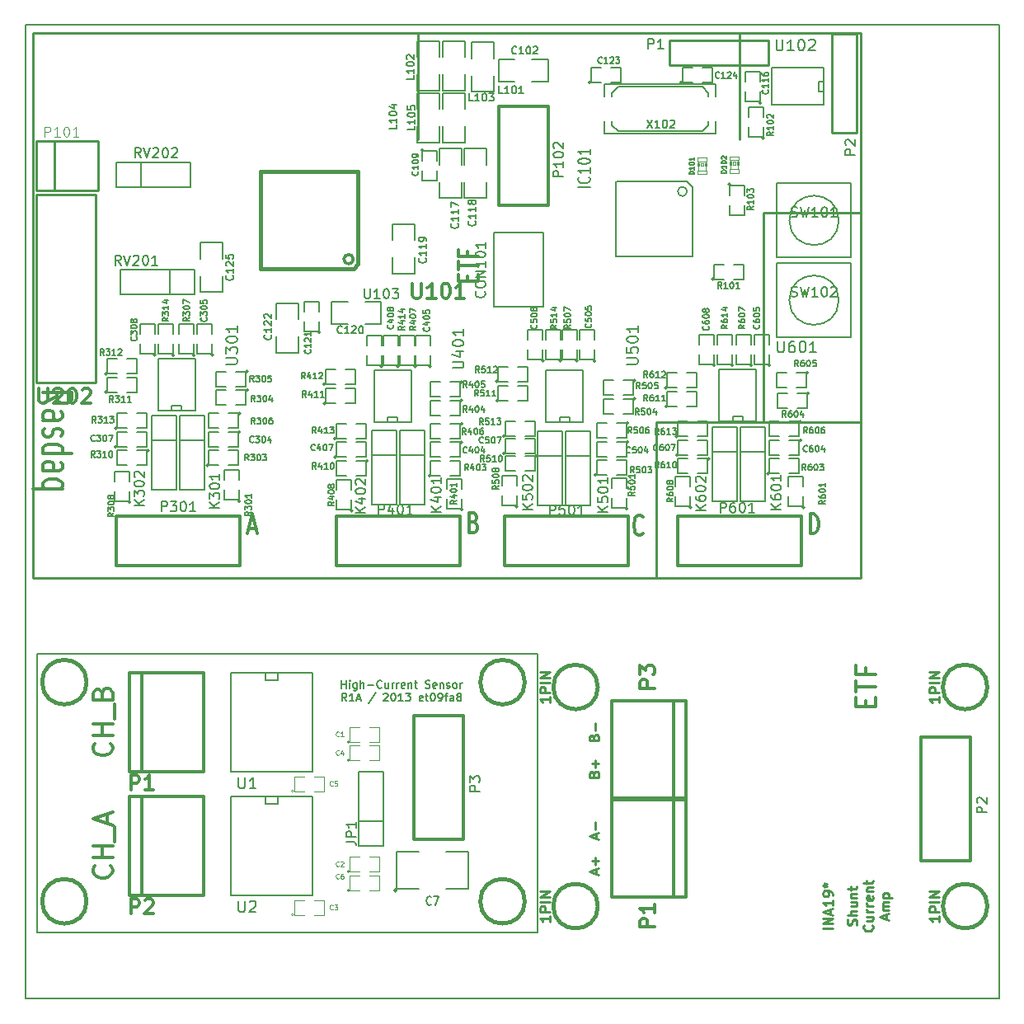
<source format=gto>
G04 This is an RS-274x file exported by *
G04 gerbv version 2.6.0 *
G04 More information is available about gerbv at *
G04 http://gerbv.gpleda.org/ *
G04 --End of header info--*
%MOIN*%
%FSLAX34Y34*%
%IPPOS*%
G04 --Define apertures--*
%ADD10C,0.0000*%
%ADD11C,0.0120*%
%ADD12C,0.0060*%
%ADD13C,0.0050*%
%ADD14C,0.0100*%
%ADD15C,0.0026*%
%ADD16C,0.0040*%
%ADD17C,0.0150*%
%ADD18C,0.0098*%
%ADD19C,0.0080*%
%ADD20C,0.0059*%
%ADD21C,0.0035*%
%ADD22C,0.0071*%
%ADD23C,0.0118*%
%ADD24C,0.0098*%
%ADD25C,0.0079*%
%ADD26C,0.0039*%
%ADD27C,0.0043*%
%ADD28C,0.0039*%
G04 --Start main section--*
G54D11*
G01X0054504Y-051314D02*
G01X0054504Y-051114D01*
G01X0054923Y-051028D02*
G01X0054923Y-051314D01*
G01X0054923Y-051314D02*
G01X0054123Y-051314D01*
G01X0054123Y-051314D02*
G01X0054123Y-051028D01*
G01X0054123Y-050857D02*
G01X0054123Y-050514D01*
G01X0054923Y-050685D02*
G01X0054123Y-050685D01*
G01X0054504Y-050114D02*
G01X0054504Y-050314D01*
G01X0054923Y-050314D02*
G01X0054123Y-050314D01*
G01X0054123Y-050314D02*
G01X0054123Y-050028D01*
G01X0068342Y-061523D02*
G01X0068342Y-060723D01*
G01X0068342Y-060723D02*
G01X0068485Y-060723D01*
G01X0068485Y-060723D02*
G01X0068571Y-060761D01*
G01X0068571Y-060761D02*
G01X0068628Y-060838D01*
G01X0068628Y-060838D02*
G01X0068657Y-060914D01*
G01X0068657Y-060914D02*
G01X0068685Y-061066D01*
G01X0068685Y-061066D02*
G01X0068685Y-061180D01*
G01X0068685Y-061180D02*
G01X0068657Y-061333D01*
G01X0068657Y-061333D02*
G01X0068628Y-061409D01*
G01X0068628Y-061409D02*
G01X0068571Y-061485D01*
G01X0068571Y-061485D02*
G01X0068485Y-061523D01*
G01X0068485Y-061523D02*
G01X0068342Y-061523D01*
G01X0061585Y-061497D02*
G01X0061557Y-061535D01*
G01X0061557Y-061535D02*
G01X0061471Y-061573D01*
G01X0061471Y-061573D02*
G01X0061414Y-061573D01*
G01X0061414Y-061573D02*
G01X0061328Y-061535D01*
G01X0061328Y-061535D02*
G01X0061271Y-061459D01*
G01X0061271Y-061459D02*
G01X0061242Y-061383D01*
G01X0061242Y-061383D02*
G01X0061214Y-061230D01*
G01X0061214Y-061230D02*
G01X0061214Y-061116D01*
G01X0061214Y-061116D02*
G01X0061242Y-060964D01*
G01X0061242Y-060964D02*
G01X0061271Y-060888D01*
G01X0061271Y-060888D02*
G01X0061328Y-060811D01*
G01X0061328Y-060811D02*
G01X0061414Y-060773D01*
G01X0061414Y-060773D02*
G01X0061471Y-060773D01*
G01X0061471Y-060773D02*
G01X0061557Y-060811D01*
G01X0061557Y-060811D02*
G01X0061585Y-060850D01*
G01X0054742Y-061054D02*
G01X0054828Y-061092D01*
G01X0054828Y-061092D02*
G01X0054857Y-061130D01*
G01X0054857Y-061130D02*
G01X0054885Y-061207D01*
G01X0054885Y-061207D02*
G01X0054885Y-061321D01*
G01X0054885Y-061321D02*
G01X0054857Y-061397D01*
G01X0054857Y-061397D02*
G01X0054828Y-061435D01*
G01X0054828Y-061435D02*
G01X0054771Y-061473D01*
G01X0054771Y-061473D02*
G01X0054542Y-061473D01*
G01X0054542Y-061473D02*
G01X0054542Y-060673D01*
G01X0054542Y-060673D02*
G01X0054742Y-060673D01*
G01X0054742Y-060673D02*
G01X0054800Y-060711D01*
G01X0054800Y-060711D02*
G01X0054828Y-060750D01*
G01X0054828Y-060750D02*
G01X0054857Y-060826D01*
G01X0054857Y-060826D02*
G01X0054857Y-060902D01*
G01X0054857Y-060902D02*
G01X0054828Y-060978D01*
G01X0054828Y-060978D02*
G01X0054800Y-061016D01*
G01X0054800Y-061016D02*
G01X0054742Y-061054D01*
G01X0054742Y-061054D02*
G01X0054542Y-061054D01*
G01X0045657Y-061295D02*
G01X0045942Y-061295D01*
G01X0045600Y-061523D02*
G01X0045800Y-060723D01*
G01X0045800Y-060723D02*
G01X0046000Y-061523D01*
G01X0037321Y-056250D02*
G01X0037884Y-055987D01*
G01X0037321Y-055800D02*
G01X0038503Y-055800D01*
G01X0038503Y-055800D02*
G01X0038503Y-056100D01*
G01X0038503Y-056100D02*
G01X0038446Y-056175D01*
G01X0038446Y-056175D02*
G01X0038390Y-056212D01*
G01X0038390Y-056212D02*
G01X0038278Y-056250D01*
G01X0038278Y-056250D02*
G01X0038109Y-056250D01*
G01X0038109Y-056250D02*
G01X0037996Y-056212D01*
G01X0037996Y-056212D02*
G01X0037940Y-056175D01*
G01X0037940Y-056175D02*
G01X0037884Y-056100D01*
G01X0037884Y-056100D02*
G01X0037884Y-055800D01*
G01X0037321Y-056925D02*
G01X0037940Y-056925D01*
G01X0037940Y-056925D02*
G01X0038053Y-056887D01*
G01X0038053Y-056887D02*
G01X0038109Y-056812D01*
G01X0038109Y-056812D02*
G01X0038109Y-056662D01*
G01X0038109Y-056662D02*
G01X0038053Y-056587D01*
G01X0037378Y-056925D02*
G01X0037321Y-056850D01*
G01X0037321Y-056850D02*
G01X0037321Y-056662D01*
G01X0037321Y-056662D02*
G01X0037378Y-056587D01*
G01X0037378Y-056587D02*
G01X0037490Y-056550D01*
G01X0037490Y-056550D02*
G01X0037603Y-056550D01*
G01X0037603Y-056550D02*
G01X0037715Y-056587D01*
G01X0037715Y-056587D02*
G01X0037771Y-056662D01*
G01X0037771Y-056662D02*
G01X0037771Y-056850D01*
G01X0037771Y-056850D02*
G01X0037828Y-056925D01*
G01X0037378Y-057262D02*
G01X0037321Y-057337D01*
G01X0037321Y-057337D02*
G01X0037321Y-057487D01*
G01X0037321Y-057487D02*
G01X0037378Y-057562D01*
G01X0037378Y-057562D02*
G01X0037490Y-057600D01*
G01X0037490Y-057600D02*
G01X0037546Y-057600D01*
G01X0037546Y-057600D02*
G01X0037659Y-057562D01*
G01X0037659Y-057562D02*
G01X0037715Y-057487D01*
G01X0037715Y-057487D02*
G01X0037715Y-057375D01*
G01X0037715Y-057375D02*
G01X0037771Y-057300D01*
G01X0037771Y-057300D02*
G01X0037884Y-057262D01*
G01X0037884Y-057262D02*
G01X0037940Y-057262D01*
G01X0037940Y-057262D02*
G01X0038053Y-057300D01*
G01X0038053Y-057300D02*
G01X0038109Y-057375D01*
G01X0038109Y-057375D02*
G01X0038109Y-057487D01*
G01X0038109Y-057487D02*
G01X0038053Y-057562D01*
G01X0037321Y-058274D02*
G01X0038503Y-058274D01*
G01X0037378Y-058274D02*
G01X0037321Y-058199D01*
G01X0037321Y-058199D02*
G01X0037321Y-058049D01*
G01X0037321Y-058049D02*
G01X0037378Y-057974D01*
G01X0037378Y-057974D02*
G01X0037434Y-057937D01*
G01X0037434Y-057937D02*
G01X0037546Y-057899D01*
G01X0037546Y-057899D02*
G01X0037884Y-057899D01*
G01X0037884Y-057899D02*
G01X0037996Y-057937D01*
G01X0037996Y-057937D02*
G01X0038053Y-057974D01*
G01X0038053Y-057974D02*
G01X0038109Y-058049D01*
G01X0038109Y-058049D02*
G01X0038109Y-058199D01*
G01X0038109Y-058199D02*
G01X0038053Y-058274D01*
G01X0037321Y-058987D02*
G01X0037940Y-058987D01*
G01X0037940Y-058987D02*
G01X0038053Y-058949D01*
G01X0038053Y-058949D02*
G01X0038109Y-058874D01*
G01X0038109Y-058874D02*
G01X0038109Y-058724D01*
G01X0038109Y-058724D02*
G01X0038053Y-058649D01*
G01X0037378Y-058987D02*
G01X0037321Y-058912D01*
G01X0037321Y-058912D02*
G01X0037321Y-058724D01*
G01X0037321Y-058724D02*
G01X0037378Y-058649D01*
G01X0037378Y-058649D02*
G01X0037490Y-058612D01*
G01X0037490Y-058612D02*
G01X0037603Y-058612D01*
G01X0037603Y-058612D02*
G01X0037715Y-058649D01*
G01X0037715Y-058649D02*
G01X0037771Y-058724D01*
G01X0037771Y-058724D02*
G01X0037771Y-058912D01*
G01X0037771Y-058912D02*
G01X0037828Y-058987D01*
G01X0038109Y-059699D02*
G01X0036928Y-059699D01*
G01X0037378Y-059699D02*
G01X0037321Y-059624D01*
G01X0037321Y-059624D02*
G01X0037321Y-059474D01*
G01X0037321Y-059474D02*
G01X0037378Y-059399D01*
G01X0037378Y-059399D02*
G01X0037434Y-059362D01*
G01X0037434Y-059362D02*
G01X0037546Y-059324D01*
G01X0037546Y-059324D02*
G01X0037884Y-059324D01*
G01X0037884Y-059324D02*
G01X0037996Y-059362D01*
G01X0037996Y-059362D02*
G01X0038053Y-059399D01*
G01X0038053Y-059399D02*
G01X0038109Y-059474D01*
G01X0038109Y-059474D02*
G01X0038109Y-059624D01*
G01X0038109Y-059624D02*
G01X0038053Y-059699D01*
G54D12*
G01X0063340Y-047270D02*
G01X0060510Y-047270D01*
G01X0063580Y-047520D02*
G01X0063580Y-050300D01*
G01X0060500Y-050320D02*
G01X0063540Y-050320D01*
G01X0060500Y-047270D02*
G01X0060500Y-050270D01*
G01X0063350Y-047274D02*
G01X0063580Y-047504D01*
G01X0063364Y-047682D02*
G75*
G03X0063364Y-047682I-000188J0000000D01*
G54D13*
G01X0069500Y-052075D02*
G75*
G03X0069500Y-052075I-001000J0000000D01*
G01X0067000Y-050575D02*
G01X0070000Y-050575D01*
G01X0070000Y-050575D02*
G01X0070000Y-053575D01*
G01X0070000Y-053575D02*
G01X0067000Y-053575D01*
G01X0067000Y-050575D02*
G01X0067000Y-053575D01*
G01X0069500Y-048850D02*
G75*
G03X0069500Y-048850I-001000J0000000D01*
G01X0067000Y-047350D02*
G01X0070000Y-047350D01*
G01X0070000Y-047350D02*
G01X0070000Y-050350D01*
G01X0070000Y-050350D02*
G01X0067000Y-050350D01*
G01X0067000Y-047350D02*
G01X0067000Y-050350D01*
G01X0043424Y-056550D02*
G01X0043474Y-056550D01*
G01X0043474Y-056550D02*
G01X0043474Y-054450D01*
G01X0041974Y-054450D02*
G01X0041974Y-056550D01*
G01X0041974Y-056550D02*
G01X0043424Y-056550D01*
G01X0042524Y-056550D02*
G01X0042524Y-056350D01*
G01X0042524Y-056350D02*
G01X0042924Y-056350D01*
G01X0042924Y-056350D02*
G01X0042924Y-056550D01*
G01X0041974Y-054450D02*
G01X0043474Y-054450D01*
G01X0068875Y-042725D02*
G01X0068875Y-042675D01*
G01X0068875Y-042675D02*
G01X0066775Y-042675D01*
G01X0066775Y-044175D02*
G01X0068875Y-044175D01*
G01X0068875Y-044175D02*
G01X0068875Y-042725D01*
G01X0068875Y-043625D02*
G01X0068675Y-043625D01*
G01X0068675Y-043625D02*
G01X0068675Y-043225D01*
G01X0068675Y-043225D02*
G01X0068875Y-043225D01*
G01X0066775Y-044175D02*
G01X0066775Y-042675D01*
G01X0066107Y-056961D02*
G01X0066157Y-056961D01*
G01X0066157Y-056961D02*
G01X0066157Y-054861D01*
G01X0064657Y-054861D02*
G01X0064657Y-056961D01*
G01X0064657Y-056961D02*
G01X0066107Y-056961D01*
G01X0065207Y-056961D02*
G01X0065207Y-056761D01*
G01X0065207Y-056761D02*
G01X0065607Y-056761D01*
G01X0065607Y-056761D02*
G01X0065607Y-056961D01*
G01X0064657Y-054861D02*
G01X0066157Y-054861D01*
G01X0059118Y-057018D02*
G01X0059168Y-057018D01*
G01X0059168Y-057018D02*
G01X0059168Y-054918D01*
G01X0057668Y-054918D02*
G01X0057668Y-057018D01*
G01X0057668Y-057018D02*
G01X0059118Y-057018D01*
G01X0058218Y-057018D02*
G01X0058218Y-056818D01*
G01X0058218Y-056818D02*
G01X0058618Y-056818D01*
G01X0058618Y-056818D02*
G01X0058618Y-057018D01*
G01X0057668Y-054918D02*
G01X0059168Y-054918D01*
G01X0052166Y-057007D02*
G01X0052216Y-057007D01*
G01X0052216Y-057007D02*
G01X0052216Y-054907D01*
G01X0050716Y-054907D02*
G01X0050716Y-057007D01*
G01X0050716Y-057007D02*
G01X0052166Y-057007D01*
G01X0051266Y-057007D02*
G01X0051266Y-056807D01*
G01X0051266Y-056807D02*
G01X0051666Y-056807D01*
G01X0051666Y-056807D02*
G01X0051666Y-057007D01*
G01X0050716Y-054907D02*
G01X0052216Y-054907D01*
G01X0053350Y-041600D02*
G01X0052450Y-041600D01*
G01X0052450Y-041600D02*
G01X0052450Y-042250D01*
G01X0053350Y-042950D02*
G01X0053350Y-043600D01*
G01X0053350Y-043600D02*
G01X0052450Y-043600D01*
G01X0052450Y-043600D02*
G01X0052450Y-042950D01*
G01X0053350Y-042250D02*
G01X0053350Y-041600D01*
G01X0052450Y-045700D02*
G01X0053350Y-045700D01*
G01X0053350Y-045700D02*
G01X0053350Y-045050D01*
G01X0052450Y-044350D02*
G01X0052450Y-043700D01*
G01X0052450Y-043700D02*
G01X0053350Y-043700D01*
G01X0053350Y-043700D02*
G01X0053350Y-044350D01*
G01X0052450Y-045050D02*
G01X0052450Y-045700D01*
G01X0053500Y-045700D02*
G01X0054400Y-045700D01*
G01X0054400Y-045700D02*
G01X0054400Y-045050D01*
G01X0053500Y-044350D02*
G01X0053500Y-043700D01*
G01X0053500Y-043700D02*
G01X0054400Y-043700D01*
G01X0054400Y-043700D02*
G01X0054400Y-044350D01*
G01X0053500Y-045050D02*
G01X0053500Y-045700D01*
G01X0054250Y-045950D02*
G01X0053350Y-045950D01*
G01X0053350Y-045950D02*
G01X0053350Y-046600D01*
G01X0054250Y-047300D02*
G01X0054250Y-047950D01*
G01X0054250Y-047950D02*
G01X0053350Y-047950D01*
G01X0053350Y-047950D02*
G01X0053350Y-047300D01*
G01X0054250Y-046600D02*
G01X0054250Y-045950D01*
G01X0055750Y-042325D02*
G01X0055750Y-043225D01*
G01X0055750Y-043225D02*
G01X0056400Y-043225D01*
G01X0057100Y-042325D02*
G01X0057750Y-042325D01*
G01X0057750Y-042325D02*
G01X0057750Y-043225D01*
G01X0057750Y-043225D02*
G01X0057100Y-043225D01*
G01X0056400Y-042325D02*
G01X0055750Y-042325D01*
G01X0055250Y-045950D02*
G01X0054350Y-045950D01*
G01X0054350Y-045950D02*
G01X0054350Y-046600D01*
G01X0055250Y-047300D02*
G01X0055250Y-047950D01*
G01X0055250Y-047950D02*
G01X0054350Y-047950D01*
G01X0054350Y-047950D02*
G01X0054350Y-047300D01*
G01X0055250Y-046600D02*
G01X0055250Y-045950D01*
G01X0054650Y-043650D02*
G01X0055550Y-043650D01*
G01X0055550Y-043650D02*
G01X0055550Y-043000D01*
G01X0054650Y-042300D02*
G01X0054650Y-041650D01*
G01X0054650Y-041650D02*
G01X0055550Y-041650D01*
G01X0055550Y-041650D02*
G01X0055550Y-042300D01*
G01X0054650Y-043000D02*
G01X0054650Y-043650D01*
G01X0054400Y-041600D02*
G01X0053500Y-041600D01*
G01X0053500Y-041600D02*
G01X0053500Y-042250D01*
G01X0054400Y-042950D02*
G01X0054400Y-043600D01*
G01X0054400Y-043600D02*
G01X0053500Y-043600D01*
G01X0053500Y-043600D02*
G01X0053500Y-042950D01*
G01X0054400Y-042250D02*
G01X0054400Y-041600D01*
G01X0051450Y-051000D02*
G01X0052350Y-051000D01*
G01X0052350Y-051000D02*
G01X0052350Y-050350D01*
G01X0051450Y-049650D02*
G01X0051450Y-049000D01*
G01X0051450Y-049000D02*
G01X0052350Y-049000D01*
G01X0052350Y-049000D02*
G01X0052350Y-049650D01*
G01X0051450Y-050350D02*
G01X0051450Y-051000D01*
G01X0049000Y-052150D02*
G01X0049000Y-053050D01*
G01X0049000Y-053050D02*
G01X0049650Y-053050D01*
G01X0050350Y-052150D02*
G01X0051000Y-052150D01*
G01X0051000Y-052150D02*
G01X0051000Y-053050D01*
G01X0051000Y-053050D02*
G01X0050350Y-053050D01*
G01X0049650Y-052150D02*
G01X0049000Y-052150D01*
G01X0046750Y-054200D02*
G01X0047650Y-054200D01*
G01X0047650Y-054200D02*
G01X0047650Y-053550D01*
G01X0046750Y-052850D02*
G01X0046750Y-052200D01*
G01X0046750Y-052200D02*
G01X0047650Y-052200D01*
G01X0047650Y-052200D02*
G01X0047650Y-052850D01*
G01X0046750Y-053550D02*
G01X0046750Y-054200D01*
G01X0043700Y-051750D02*
G01X0044600Y-051750D01*
G01X0044600Y-051750D02*
G01X0044600Y-051100D01*
G01X0043700Y-050400D02*
G01X0043700Y-049750D01*
G01X0043700Y-049750D02*
G01X0044600Y-049750D01*
G01X0044600Y-049750D02*
G01X0044600Y-050400D01*
G01X0043700Y-051100D02*
G01X0043700Y-051750D01*
G01X0049173Y-058423D02*
G75*
G03X0049173Y-058423I-000050J0000000D01*
G01X0049573Y-058423D02*
G01X0049173Y-058423D01*
G01X0049173Y-058423D02*
G01X0049173Y-057823D01*
G01X0049173Y-057823D02*
G01X0049573Y-057823D01*
G01X0049973Y-057823D02*
G01X0050373Y-057823D01*
G01X0050373Y-057823D02*
G01X0050373Y-058423D01*
G01X0050373Y-058423D02*
G01X0049973Y-058423D01*
G01X0052407Y-054757D02*
G75*
G03X0052407Y-054757I-000050J0000000D01*
G01X0052357Y-054307D02*
G01X0052357Y-054707D01*
G01X0052357Y-054707D02*
G01X0051757Y-054707D01*
G01X0051757Y-054707D02*
G01X0051757Y-054307D01*
G01X0051757Y-053907D02*
G01X0051757Y-053507D01*
G01X0051757Y-053507D02*
G01X0052357Y-053507D01*
G01X0052357Y-053507D02*
G01X0052357Y-053907D01*
G01X0053037Y-054757D02*
G75*
G03X0053037Y-054757I-000050J0000000D01*
G01X0052987Y-054307D02*
G01X0052987Y-054707D01*
G01X0052987Y-054707D02*
G01X0052387Y-054707D01*
G01X0052387Y-054707D02*
G01X0052387Y-054307D01*
G01X0052387Y-053907D02*
G01X0052387Y-053507D01*
G01X0052387Y-053507D02*
G01X0052987Y-053507D01*
G01X0052987Y-053507D02*
G01X0052987Y-053907D01*
G01X0051737Y-054757D02*
G75*
G03X0051737Y-054757I-000050J0000000D01*
G01X0051687Y-054307D02*
G01X0051687Y-054707D01*
G01X0051687Y-054707D02*
G01X0051087Y-054707D01*
G01X0051087Y-054707D02*
G01X0051087Y-054307D01*
G01X0051087Y-053907D02*
G01X0051087Y-053507D01*
G01X0051087Y-053507D02*
G01X0051687Y-053507D01*
G01X0051687Y-053507D02*
G01X0051687Y-053907D01*
G01X0051068Y-054757D02*
G75*
G03X0051068Y-054757I-000050J0000000D01*
G01X0051018Y-054307D02*
G01X0051018Y-054707D01*
G01X0051018Y-054707D02*
G01X0050418Y-054707D01*
G01X0050418Y-054707D02*
G01X0050418Y-054307D01*
G01X0050418Y-053907D02*
G01X0050418Y-053507D01*
G01X0050418Y-053507D02*
G01X0051018Y-053507D01*
G01X0051018Y-053507D02*
G01X0051018Y-053907D01*
G01X0064296Y-058485D02*
G75*
G03X0064296Y-058485I-000050J0000000D01*
G01X0063796Y-058485D02*
G01X0064196Y-058485D01*
G01X0064196Y-058485D02*
G01X0064196Y-059085D01*
G01X0064196Y-059085D02*
G01X0063796Y-059085D01*
G01X0063396Y-059085D02*
G01X0062996Y-059085D01*
G01X0062996Y-059085D02*
G01X0062996Y-058485D01*
G01X0062996Y-058485D02*
G01X0063396Y-058485D01*
G01X0062996Y-057588D02*
G75*
G03X0062996Y-057588I-000050J0000000D01*
G01X0063396Y-057588D02*
G01X0062996Y-057588D01*
G01X0062996Y-057588D02*
G01X0062996Y-056988D01*
G01X0062996Y-056988D02*
G01X0063396Y-056988D01*
G01X0063796Y-056988D02*
G01X0064196Y-056988D01*
G01X0064196Y-056988D02*
G01X0064196Y-057588D01*
G01X0064196Y-057588D02*
G01X0063796Y-057588D01*
G01X0067996Y-057737D02*
G75*
G03X0067996Y-057737I-000050J0000000D01*
G01X0067496Y-057737D02*
G01X0067896Y-057737D01*
G01X0067896Y-057737D02*
G01X0067896Y-058337D01*
G01X0067896Y-058337D02*
G01X0067496Y-058337D01*
G01X0067096Y-058337D02*
G01X0066696Y-058337D01*
G01X0066696Y-058337D02*
G01X0066696Y-057737D01*
G01X0066696Y-057737D02*
G01X0067096Y-057737D01*
G01X0049848Y-060584D02*
G75*
G03X0049848Y-060584I-000050J0000000D01*
G01X0049798Y-060134D02*
G01X0049798Y-060534D01*
G01X0049798Y-060534D02*
G01X0049198Y-060534D01*
G01X0049198Y-060534D02*
G01X0049198Y-060134D01*
G01X0049198Y-059734D02*
G01X0049198Y-059334D01*
G01X0049198Y-059334D02*
G01X0049798Y-059334D01*
G01X0049798Y-059334D02*
G01X0049798Y-059734D01*
G01X0048740Y-055470D02*
G75*
G03X0048740Y-055470I-000050J0000000D01*
G01X0049140Y-055470D02*
G01X0048740Y-055470D01*
G01X0048740Y-055470D02*
G01X0048740Y-054870D01*
G01X0048740Y-054870D02*
G01X0049140Y-054870D01*
G01X0049540Y-054870D02*
G01X0049940Y-054870D01*
G01X0049940Y-054870D02*
G01X0049940Y-055470D01*
G01X0049940Y-055470D02*
G01X0049540Y-055470D01*
G01X0048740Y-056257D02*
G75*
G03X0048740Y-056257I-000050J0000000D01*
G01X0049140Y-056257D02*
G01X0048740Y-056257D01*
G01X0048740Y-056257D02*
G01X0048740Y-055657D01*
G01X0048740Y-055657D02*
G01X0049140Y-055657D01*
G01X0049540Y-055657D02*
G01X0049940Y-055657D01*
G01X0049940Y-055657D02*
G01X0049940Y-056257D01*
G01X0049940Y-056257D02*
G01X0049540Y-056257D01*
G01X0050473Y-058571D02*
G75*
G03X0050473Y-058571I-000050J0000000D01*
G01X0049973Y-058571D02*
G01X0050373Y-058571D01*
G01X0050373Y-058571D02*
G01X0050373Y-059171D01*
G01X0050373Y-059171D02*
G01X0049973Y-059171D01*
G01X0049573Y-059171D02*
G01X0049173Y-059171D01*
G01X0049173Y-059171D02*
G01X0049173Y-058571D01*
G01X0049173Y-058571D02*
G01X0049573Y-058571D01*
G01X0049173Y-057675D02*
G75*
G03X0049173Y-057675I-000050J0000000D01*
G01X0049573Y-057675D02*
G01X0049173Y-057675D01*
G01X0049173Y-057675D02*
G01X0049173Y-057075D01*
G01X0049173Y-057075D02*
G01X0049573Y-057075D01*
G01X0049973Y-057075D02*
G01X0050373Y-057075D01*
G01X0050373Y-057075D02*
G01X0050373Y-057675D01*
G01X0050373Y-057675D02*
G01X0049973Y-057675D01*
G01X0054292Y-057823D02*
G75*
G03X0054292Y-057823I-000050J0000000D01*
G01X0053792Y-057823D02*
G01X0054192Y-057823D01*
G01X0054192Y-057823D02*
G01X0054192Y-058423D01*
G01X0054192Y-058423D02*
G01X0053792Y-058423D01*
G01X0053392Y-058423D02*
G01X0052992Y-058423D01*
G01X0052992Y-058423D02*
G01X0052992Y-057823D01*
G01X0052992Y-057823D02*
G01X0053392Y-057823D01*
G01X0055731Y-056150D02*
G75*
G03X0055731Y-056150I-000050J0000000D01*
G01X0056131Y-056150D02*
G01X0055731Y-056150D01*
G01X0055731Y-056150D02*
G01X0055731Y-055550D01*
G01X0055731Y-055550D02*
G01X0056131Y-055550D01*
G01X0056531Y-055550D02*
G01X0056931Y-055550D01*
G01X0056931Y-055550D02*
G01X0056931Y-056150D01*
G01X0056931Y-056150D02*
G01X0056531Y-056150D01*
G01X0054296Y-060544D02*
G75*
G03X0054296Y-060544I-000050J0000000D01*
G01X0054246Y-060094D02*
G01X0054246Y-060494D01*
G01X0054246Y-060494D02*
G01X0053646Y-060494D01*
G01X0053646Y-060494D02*
G01X0053646Y-060094D01*
G01X0053646Y-059694D02*
G01X0053646Y-059294D01*
G01X0053646Y-059294D02*
G01X0054246Y-059294D01*
G01X0054246Y-059294D02*
G01X0054246Y-059694D01*
G01X0054292Y-055382D02*
G75*
G03X0054292Y-055382I-000050J0000000D01*
G01X0053792Y-055382D02*
G01X0054192Y-055382D01*
G01X0054192Y-055382D02*
G01X0054192Y-055982D01*
G01X0054192Y-055982D02*
G01X0053792Y-055982D01*
G01X0053392Y-055982D02*
G01X0052992Y-055982D01*
G01X0052992Y-055982D02*
G01X0052992Y-055382D01*
G01X0052992Y-055382D02*
G01X0053392Y-055382D01*
G01X0054292Y-056130D02*
G75*
G03X0054292Y-056130I-000050J0000000D01*
G01X0053792Y-056130D02*
G01X0054192Y-056130D01*
G01X0054192Y-056130D02*
G01X0054192Y-056730D01*
G01X0054192Y-056730D02*
G01X0053792Y-056730D01*
G01X0053392Y-056730D02*
G01X0052992Y-056730D01*
G01X0052992Y-056730D02*
G01X0052992Y-056130D01*
G01X0052992Y-056130D02*
G01X0053392Y-056130D01*
G01X0052992Y-059171D02*
G75*
G03X0052992Y-059171I-000050J0000000D01*
G01X0053392Y-059171D02*
G01X0052992Y-059171D01*
G01X0052992Y-059171D02*
G01X0052992Y-058571D01*
G01X0052992Y-058571D02*
G01X0053392Y-058571D01*
G01X0053792Y-058571D02*
G01X0054192Y-058571D01*
G01X0054192Y-058571D02*
G01X0054192Y-059171D01*
G01X0054192Y-059171D02*
G01X0053792Y-059171D01*
G01X0054292Y-057075D02*
G75*
G03X0054292Y-057075I-000050J0000000D01*
G01X0053792Y-057075D02*
G01X0054192Y-057075D01*
G01X0054192Y-057075D02*
G01X0054192Y-057675D01*
G01X0054192Y-057675D02*
G01X0053792Y-057675D01*
G01X0053392Y-057675D02*
G01X0052992Y-057675D01*
G01X0052992Y-057675D02*
G01X0052992Y-057075D01*
G01X0052992Y-057075D02*
G01X0053392Y-057075D01*
G01X0062562Y-056368D02*
G75*
G03X0062562Y-056368I-000050J0000000D01*
G01X0062962Y-056368D02*
G01X0062562Y-056368D01*
G01X0062562Y-056368D02*
G01X0062562Y-055768D01*
G01X0062562Y-055768D02*
G01X0062962Y-055768D01*
G01X0063362Y-055768D02*
G01X0063762Y-055768D01*
G01X0063762Y-055768D02*
G01X0063762Y-056368D01*
G01X0063762Y-056368D02*
G01X0063362Y-056368D01*
G01X0068272Y-055020D02*
G75*
G03X0068272Y-055020I-000050J0000000D01*
G01X0067772Y-055020D02*
G01X0068172Y-055020D01*
G01X0068172Y-055020D02*
G01X0068172Y-055620D01*
G01X0068172Y-055620D02*
G01X0067772Y-055620D01*
G01X0067372Y-055620D02*
G01X0066972Y-055620D01*
G01X0066972Y-055620D02*
G01X0066972Y-055020D01*
G01X0066972Y-055020D02*
G01X0067372Y-055020D01*
G01X0068311Y-055847D02*
G75*
G03X0068311Y-055847I-000050J0000000D01*
G01X0067811Y-055847D02*
G01X0068211Y-055847D01*
G01X0068211Y-055847D02*
G01X0068211Y-056447D01*
G01X0068211Y-056447D02*
G01X0067811Y-056447D01*
G01X0067411Y-056447D02*
G01X0067011Y-056447D01*
G01X0067011Y-056447D02*
G01X0067011Y-055847D01*
G01X0067011Y-055847D02*
G01X0067411Y-055847D01*
G01X0066696Y-059085D02*
G75*
G03X0066696Y-059085I-000050J0000000D01*
G01X0067096Y-059085D02*
G01X0066696Y-059085D01*
G01X0066696Y-059085D02*
G01X0066696Y-058485D01*
G01X0066696Y-058485D02*
G01X0067096Y-058485D01*
G01X0067496Y-058485D02*
G01X0067896Y-058485D01*
G01X0067896Y-058485D02*
G01X0067896Y-059085D01*
G01X0067896Y-059085D02*
G01X0067496Y-059085D01*
G01X0067996Y-056988D02*
G75*
G03X0067996Y-056988I-000050J0000000D01*
G01X0067496Y-056988D02*
G01X0067896Y-056988D01*
G01X0067896Y-056988D02*
G01X0067896Y-057588D01*
G01X0067896Y-057588D02*
G01X0067496Y-057588D01*
G01X0067096Y-057588D02*
G01X0066696Y-057588D01*
G01X0066696Y-057588D02*
G01X0066696Y-056988D01*
G01X0066696Y-056988D02*
G01X0067096Y-056988D01*
G01X0068119Y-060458D02*
G75*
G03X0068119Y-060458I-000050J0000000D01*
G01X0068069Y-060008D02*
G01X0068069Y-060408D01*
G01X0068069Y-060408D02*
G01X0067469Y-060408D01*
G01X0067469Y-060408D02*
G01X0067469Y-060008D01*
G01X0067469Y-059608D02*
G01X0067469Y-059208D01*
G01X0067469Y-059208D02*
G01X0068069Y-059208D01*
G01X0068069Y-059208D02*
G01X0068069Y-059608D01*
G01X0057587Y-054531D02*
G75*
G03X0057587Y-054531I-000050J0000000D01*
G01X0057537Y-054081D02*
G01X0057537Y-054481D01*
G01X0057537Y-054481D02*
G01X0056937Y-054481D01*
G01X0056937Y-054481D02*
G01X0056937Y-054081D01*
G01X0056937Y-053681D02*
G01X0056937Y-053281D01*
G01X0056937Y-053281D02*
G01X0057537Y-053281D01*
G01X0057537Y-053281D02*
G01X0057537Y-053681D01*
G01X0058295Y-054531D02*
G75*
G03X0058295Y-054531I-000050J0000000D01*
G01X0058245Y-054081D02*
G01X0058245Y-054481D01*
G01X0058245Y-054481D02*
G01X0057645Y-054481D01*
G01X0057645Y-054481D02*
G01X0057645Y-054081D01*
G01X0057645Y-053681D02*
G01X0057645Y-053281D01*
G01X0057645Y-053281D02*
G01X0058245Y-053281D01*
G01X0058245Y-053281D02*
G01X0058245Y-053681D01*
G01X0059673Y-054531D02*
G75*
G03X0059673Y-054531I-000050J0000000D01*
G01X0059623Y-054081D02*
G01X0059623Y-054481D01*
G01X0059623Y-054481D02*
G01X0059023Y-054481D01*
G01X0059023Y-054481D02*
G01X0059023Y-054081D01*
G01X0059023Y-053681D02*
G01X0059023Y-053281D01*
G01X0059023Y-053281D02*
G01X0059623Y-053281D01*
G01X0059623Y-053281D02*
G01X0059623Y-053681D01*
G01X0058964Y-054531D02*
G75*
G03X0058964Y-054531I-000050J0000000D01*
G01X0058914Y-054081D02*
G01X0058914Y-054481D01*
G01X0058914Y-054481D02*
G01X0058314Y-054481D01*
G01X0058314Y-054481D02*
G01X0058314Y-054081D01*
G01X0058314Y-053681D02*
G01X0058314Y-053281D01*
G01X0058314Y-053281D02*
G01X0058914Y-053281D01*
G01X0058914Y-053281D02*
G01X0058914Y-053681D01*
G01X0056007Y-058276D02*
G75*
G03X0056007Y-058276I-000050J0000000D01*
G01X0056407Y-058276D02*
G01X0056007Y-058276D01*
G01X0056007Y-058276D02*
G01X0056007Y-057676D01*
G01X0056007Y-057676D02*
G01X0056407Y-057676D01*
G01X0056807Y-057676D02*
G01X0057207Y-057676D01*
G01X0057207Y-057676D02*
G01X0057207Y-058276D01*
G01X0057207Y-058276D02*
G01X0056807Y-058276D01*
G01X0061007Y-057046D02*
G75*
G03X0061007Y-057046I-000050J0000000D01*
G01X0060507Y-057046D02*
G01X0060907Y-057046D01*
G01X0060907Y-057046D02*
G01X0060907Y-057646D01*
G01X0060907Y-057646D02*
G01X0060507Y-057646D01*
G01X0060107Y-057646D02*
G01X0059707Y-057646D01*
G01X0059707Y-057646D02*
G01X0059707Y-057046D01*
G01X0059707Y-057046D02*
G01X0060107Y-057046D01*
G01X0056524Y-060437D02*
G75*
G03X0056524Y-060437I-000050J0000000D01*
G01X0056474Y-059987D02*
G01X0056474Y-060387D01*
G01X0056474Y-060387D02*
G01X0055874Y-060387D01*
G01X0055874Y-060387D02*
G01X0055874Y-059987D01*
G01X0055874Y-059587D02*
G01X0055874Y-059187D01*
G01X0055874Y-059187D02*
G01X0056474Y-059187D01*
G01X0056474Y-059187D02*
G01X0056474Y-059587D01*
G01X0055731Y-055362D02*
G75*
G03X0055731Y-055362I-000050J0000000D01*
G01X0056131Y-055362D02*
G01X0055731Y-055362D01*
G01X0055731Y-055362D02*
G01X0055731Y-054762D01*
G01X0055731Y-054762D02*
G01X0056131Y-054762D01*
G01X0056531Y-054762D02*
G01X0056931Y-054762D01*
G01X0056931Y-054762D02*
G01X0056931Y-055362D01*
G01X0056931Y-055362D02*
G01X0056531Y-055362D01*
G01X0041613Y-058153D02*
G75*
G03X0041613Y-058153I-000050J0000000D01*
G01X0041113Y-058153D02*
G01X0041513Y-058153D01*
G01X0041513Y-058153D02*
G01X0041513Y-058753D01*
G01X0041513Y-058753D02*
G01X0041113Y-058753D01*
G01X0040713Y-058753D02*
G01X0040313Y-058753D01*
G01X0040313Y-058753D02*
G01X0040313Y-058153D01*
G01X0040313Y-058153D02*
G01X0040713Y-058153D01*
G01X0057307Y-058385D02*
G75*
G03X0057307Y-058385I-000050J0000000D01*
G01X0056807Y-058385D02*
G01X0057207Y-058385D01*
G01X0057207Y-058385D02*
G01X0057207Y-058985D01*
G01X0057207Y-058985D02*
G01X0056807Y-058985D01*
G01X0056407Y-058985D02*
G01X0056007Y-058985D01*
G01X0056007Y-058985D02*
G01X0056007Y-058385D01*
G01X0056007Y-058385D02*
G01X0056407Y-058385D01*
G01X0056007Y-057567D02*
G75*
G03X0056007Y-057567I-000050J0000000D01*
G01X0056407Y-057567D02*
G01X0056007Y-057567D01*
G01X0056007Y-057567D02*
G01X0056007Y-056967D01*
G01X0056007Y-056967D02*
G01X0056407Y-056967D01*
G01X0056807Y-056967D02*
G01X0057207Y-056967D01*
G01X0057207Y-056967D02*
G01X0057207Y-057567D01*
G01X0057207Y-057567D02*
G01X0056807Y-057567D01*
G01X0061007Y-057794D02*
G75*
G03X0061007Y-057794I-000050J0000000D01*
G01X0060507Y-057794D02*
G01X0060907Y-057794D01*
G01X0060907Y-057794D02*
G01X0060907Y-058394D01*
G01X0060907Y-058394D02*
G01X0060507Y-058394D01*
G01X0060107Y-058394D02*
G01X0059707Y-058394D01*
G01X0059707Y-058394D02*
G01X0059707Y-057794D01*
G01X0059707Y-057794D02*
G01X0060107Y-057794D01*
G01X0060972Y-060516D02*
G75*
G03X0060972Y-060516I-000050J0000000D01*
G01X0060922Y-060066D02*
G01X0060922Y-060466D01*
G01X0060922Y-060466D02*
G01X0060322Y-060466D01*
G01X0060322Y-060466D02*
G01X0060322Y-060066D01*
G01X0060322Y-059666D02*
G01X0060322Y-059266D01*
G01X0060322Y-059266D02*
G01X0060922Y-059266D01*
G01X0060922Y-059266D02*
G01X0060922Y-059666D01*
G01X0061283Y-055314D02*
G75*
G03X0061283Y-055314I-000050J0000000D01*
G01X0060783Y-055314D02*
G01X0061183Y-055314D01*
G01X0061183Y-055314D02*
G01X0061183Y-055914D01*
G01X0061183Y-055914D02*
G01X0060783Y-055914D01*
G01X0060383Y-055914D02*
G01X0059983Y-055914D01*
G01X0059983Y-055914D02*
G01X0059983Y-055314D01*
G01X0059983Y-055314D02*
G01X0060383Y-055314D01*
G01X0061283Y-056062D02*
G75*
G03X0061283Y-056062I-000050J0000000D01*
G01X0060783Y-056062D02*
G01X0061183Y-056062D01*
G01X0061183Y-056062D02*
G01X0061183Y-056662D01*
G01X0061183Y-056662D02*
G01X0060783Y-056662D01*
G01X0060383Y-056662D02*
G01X0059983Y-056662D01*
G01X0059983Y-056662D02*
G01X0059983Y-056062D01*
G01X0059983Y-056062D02*
G01X0060383Y-056062D01*
G01X0059707Y-059142D02*
G75*
G03X0059707Y-059142I-000050J0000000D01*
G01X0060107Y-059142D02*
G01X0059707Y-059142D01*
G01X0059707Y-059142D02*
G01X0059707Y-058542D01*
G01X0059707Y-058542D02*
G01X0060107Y-058542D01*
G01X0060507Y-058542D02*
G01X0060907Y-058542D01*
G01X0060907Y-058542D02*
G01X0060907Y-059142D01*
G01X0060907Y-059142D02*
G01X0060507Y-059142D01*
G01X0066375Y-044100D02*
G75*
G03X0066375Y-044100I-000050J0000000D01*
G01X0066325Y-043650D02*
G01X0066325Y-044050D01*
G01X0066325Y-044050D02*
G01X0065725Y-044050D01*
G01X0065725Y-044050D02*
G01X0065725Y-043650D01*
G01X0065725Y-043250D02*
G01X0065725Y-042850D01*
G01X0065725Y-042850D02*
G01X0066325Y-042850D01*
G01X0066325Y-042850D02*
G01X0066325Y-043250D01*
G01X0062562Y-055620D02*
G75*
G03X0062562Y-055620I-000050J0000000D01*
G01X0062962Y-055620D02*
G01X0062562Y-055620D01*
G01X0062562Y-055620D02*
G01X0062562Y-055020D01*
G01X0062562Y-055020D02*
G01X0062962Y-055020D01*
G01X0063362Y-055020D02*
G01X0063762Y-055020D01*
G01X0063762Y-055020D02*
G01X0063762Y-055620D01*
G01X0063762Y-055620D02*
G01X0063362Y-055620D01*
G01X0063552Y-060458D02*
G75*
G03X0063552Y-060458I-000050J0000000D01*
G01X0063502Y-060008D02*
G01X0063502Y-060408D01*
G01X0063502Y-060408D02*
G01X0062902Y-060408D01*
G01X0062902Y-060408D02*
G01X0062902Y-060008D01*
G01X0062902Y-059608D02*
G01X0062902Y-059208D01*
G01X0062902Y-059208D02*
G01X0063502Y-059208D01*
G01X0063502Y-059208D02*
G01X0063502Y-059608D01*
G01X0062996Y-058337D02*
G75*
G03X0062996Y-058337I-000050J0000000D01*
G01X0063396Y-058337D02*
G01X0062996Y-058337D01*
G01X0062996Y-058337D02*
G01X0062996Y-057737D01*
G01X0062996Y-057737D02*
G01X0063396Y-057737D01*
G01X0063796Y-057737D02*
G01X0064196Y-057737D01*
G01X0064196Y-057737D02*
G01X0064196Y-058337D01*
G01X0064196Y-058337D02*
G01X0063796Y-058337D01*
G01X0065993Y-054710D02*
G75*
G03X0065993Y-054710I-000050J0000000D01*
G01X0065943Y-054260D02*
G01X0065943Y-054660D01*
G01X0065943Y-054660D02*
G01X0065343Y-054660D01*
G01X0065343Y-054660D02*
G01X0065343Y-054260D01*
G01X0065343Y-053860D02*
G01X0065343Y-053460D01*
G01X0065343Y-053460D02*
G01X0065943Y-053460D01*
G01X0065943Y-053460D02*
G01X0065943Y-053860D01*
G01X0066741Y-054710D02*
G75*
G03X0066741Y-054710I-000050J0000000D01*
G01X0066691Y-054260D02*
G01X0066691Y-054660D01*
G01X0066691Y-054660D02*
G01X0066091Y-054660D01*
G01X0066091Y-054660D02*
G01X0066091Y-054260D01*
G01X0066091Y-053860D02*
G01X0066091Y-053460D01*
G01X0066091Y-053460D02*
G01X0066691Y-053460D01*
G01X0066691Y-053460D02*
G01X0066691Y-053860D01*
G01X0066500Y-045525D02*
G75*
G03X0066500Y-045525I-000050J0000000D01*
G01X0066450Y-045075D02*
G01X0066450Y-045475D01*
G01X0066450Y-045475D02*
G01X0065850Y-045475D01*
G01X0065850Y-045475D02*
G01X0065850Y-045075D01*
G01X0065850Y-044675D02*
G01X0065850Y-044275D01*
G01X0065850Y-044275D02*
G01X0066450Y-044275D01*
G01X0066450Y-044275D02*
G01X0066450Y-044675D01*
G01X0064450Y-051225D02*
G75*
G03X0064450Y-051225I-000050J0000000D01*
G01X0064850Y-051225D02*
G01X0064450Y-051225D01*
G01X0064450Y-051225D02*
G01X0064450Y-050625D01*
G01X0064450Y-050625D02*
G01X0064850Y-050625D01*
G01X0065250Y-050625D02*
G01X0065650Y-050625D01*
G01X0065650Y-050625D02*
G01X0065650Y-051225D01*
G01X0065650Y-051225D02*
G01X0065250Y-051225D01*
G01X0065245Y-054710D02*
G75*
G03X0065245Y-054710I-000050J0000000D01*
G01X0065195Y-054260D02*
G01X0065195Y-054660D01*
G01X0065195Y-054660D02*
G01X0064595Y-054660D01*
G01X0064595Y-054660D02*
G01X0064595Y-054260D01*
G01X0064595Y-053860D02*
G01X0064595Y-053460D01*
G01X0064595Y-053460D02*
G01X0065195Y-053460D01*
G01X0065195Y-053460D02*
G01X0065195Y-053860D01*
G01X0065125Y-047400D02*
G75*
G03X0065125Y-047400I-000050J0000000D01*
G01X0065075Y-047850D02*
G01X0065075Y-047450D01*
G01X0065075Y-047450D02*
G01X0065675Y-047450D01*
G01X0065675Y-047450D02*
G01X0065675Y-047850D01*
G01X0065675Y-048250D02*
G01X0065675Y-048650D01*
G01X0065675Y-048650D02*
G01X0065075Y-048650D01*
G01X0065075Y-048650D02*
G01X0065075Y-048250D01*
G01X0064497Y-054710D02*
G75*
G03X0064497Y-054710I-000050J0000000D01*
G01X0064447Y-054260D02*
G01X0064447Y-054660D01*
G01X0064447Y-054660D02*
G01X0063847Y-054660D01*
G01X0063847Y-054660D02*
G01X0063847Y-054260D01*
G01X0063847Y-053860D02*
G01X0063847Y-053460D01*
G01X0063847Y-053460D02*
G01X0064447Y-053460D01*
G01X0064447Y-053460D02*
G01X0064447Y-053860D01*
G01X0063175Y-043275D02*
G75*
G03X0063175Y-043275I-000050J0000000D01*
G01X0063575Y-043275D02*
G01X0063175Y-043275D01*
G01X0063175Y-043275D02*
G01X0063175Y-042675D01*
G01X0063175Y-042675D02*
G01X0063575Y-042675D01*
G01X0063975Y-042675D02*
G01X0064375Y-042675D01*
G01X0064375Y-042675D02*
G01X0064375Y-043275D01*
G01X0064375Y-043275D02*
G01X0063975Y-043275D01*
G01X0059475Y-043275D02*
G75*
G03X0059475Y-043275I-000050J0000000D01*
G01X0059875Y-043275D02*
G01X0059475Y-043275D01*
G01X0059475Y-043275D02*
G01X0059475Y-042675D01*
G01X0059475Y-042675D02*
G01X0059875Y-042675D01*
G01X0060275Y-042675D02*
G01X0060675Y-042675D01*
G01X0060675Y-042675D02*
G01X0060675Y-043275D01*
G01X0060675Y-043275D02*
G01X0060275Y-043275D01*
G01X0048550Y-053375D02*
G75*
G03X0048550Y-053375I-000050J0000000D01*
G01X0048500Y-052925D02*
G01X0048500Y-053325D01*
G01X0048500Y-053325D02*
G01X0047900Y-053325D01*
G01X0047900Y-053325D02*
G01X0047900Y-052925D01*
G01X0047900Y-052525D02*
G01X0047900Y-052125D01*
G01X0047900Y-052125D02*
G01X0048500Y-052125D01*
G01X0048500Y-052125D02*
G01X0048500Y-052525D01*
G01X0052700Y-046000D02*
G75*
G03X0052700Y-046000I-000050J0000000D01*
G01X0052650Y-046450D02*
G01X0052650Y-046050D01*
G01X0052650Y-046050D02*
G01X0053250Y-046050D01*
G01X0053250Y-046050D02*
G01X0053250Y-046450D01*
G01X0053250Y-046850D02*
G01X0053250Y-047250D01*
G01X0053250Y-047250D02*
G01X0052650Y-047250D01*
G01X0052650Y-047250D02*
G01X0052650Y-046850D01*
G01X0039919Y-055800D02*
G75*
G03X0039919Y-055800I-000050J0000000D01*
G01X0040319Y-055800D02*
G01X0039919Y-055800D01*
G01X0039919Y-055800D02*
G01X0039919Y-055200D01*
G01X0039919Y-055200D02*
G01X0040319Y-055200D01*
G01X0040719Y-055200D02*
G01X0041119Y-055200D01*
G01X0041119Y-055200D02*
G01X0041119Y-055800D01*
G01X0041119Y-055800D02*
G01X0040719Y-055800D01*
G01X0041893Y-054300D02*
G75*
G03X0041893Y-054300I-000050J0000000D01*
G01X0041843Y-053850D02*
G01X0041843Y-054250D01*
G01X0041843Y-054250D02*
G01X0041243Y-054250D01*
G01X0041243Y-054250D02*
G01X0041243Y-053850D01*
G01X0041243Y-053450D02*
G01X0041243Y-053050D01*
G01X0041243Y-053050D02*
G01X0041843Y-053050D01*
G01X0041843Y-053050D02*
G01X0041843Y-053450D01*
G01X0042641Y-054300D02*
G75*
G03X0042641Y-054300I-000050J0000000D01*
G01X0042591Y-053850D02*
G01X0042591Y-054250D01*
G01X0042591Y-054250D02*
G01X0041991Y-054250D01*
G01X0041991Y-054250D02*
G01X0041991Y-053850D01*
G01X0041991Y-053450D02*
G01X0041991Y-053050D01*
G01X0041991Y-053050D02*
G01X0042591Y-053050D01*
G01X0042591Y-053050D02*
G01X0042591Y-053450D01*
G01X0044216Y-054300D02*
G75*
G03X0044216Y-054300I-000050J0000000D01*
G01X0044166Y-053850D02*
G01X0044166Y-054250D01*
G01X0044166Y-054250D02*
G01X0043566Y-054250D01*
G01X0043566Y-054250D02*
G01X0043566Y-053850D01*
G01X0043566Y-053450D02*
G01X0043566Y-053050D01*
G01X0043566Y-053050D02*
G01X0044166Y-053050D01*
G01X0044166Y-053050D02*
G01X0044166Y-053450D01*
G01X0043468Y-054300D02*
G75*
G03X0043468Y-054300I-000050J0000000D01*
G01X0043418Y-053850D02*
G01X0043418Y-054250D01*
G01X0043418Y-054250D02*
G01X0042818Y-054250D01*
G01X0042818Y-054250D02*
G01X0042818Y-053850D01*
G01X0042818Y-053450D02*
G01X0042818Y-053050D01*
G01X0042818Y-053050D02*
G01X0043418Y-053050D01*
G01X0043418Y-053050D02*
G01X0043418Y-053450D01*
G01X0040313Y-058005D02*
G75*
G03X0040313Y-058005I-000050J0000000D01*
G01X0040713Y-058005D02*
G01X0040313Y-058005D01*
G01X0040313Y-058005D02*
G01X0040313Y-057405D01*
G01X0040313Y-057405D02*
G01X0040713Y-057405D01*
G01X0041113Y-057405D02*
G01X0041513Y-057405D01*
G01X0041513Y-057405D02*
G01X0041513Y-058005D01*
G01X0041513Y-058005D02*
G01X0041113Y-058005D01*
G01X0040869Y-060244D02*
G75*
G03X0040869Y-060244I-000050J0000000D01*
G01X0040819Y-059794D02*
G01X0040819Y-060194D01*
G01X0040819Y-060194D02*
G01X0040219Y-060194D01*
G01X0040219Y-060194D02*
G01X0040219Y-059794D01*
G01X0040219Y-059394D02*
G01X0040219Y-058994D01*
G01X0040219Y-058994D02*
G01X0040819Y-058994D01*
G01X0040819Y-058994D02*
G01X0040819Y-059394D01*
G01X0039919Y-055052D02*
G75*
G03X0039919Y-055052I-000050J0000000D01*
G01X0040319Y-055052D02*
G01X0039919Y-055052D01*
G01X0039919Y-055052D02*
G01X0039919Y-054452D01*
G01X0039919Y-054452D02*
G01X0040319Y-054452D01*
G01X0040719Y-054452D02*
G01X0041119Y-054452D01*
G01X0041119Y-054452D02*
G01X0041119Y-055052D01*
G01X0041119Y-055052D02*
G01X0040719Y-055052D01*
G01X0045314Y-056657D02*
G75*
G03X0045314Y-056657I-000050J0000000D01*
G01X0044814Y-056657D02*
G01X0045214Y-056657D01*
G01X0045214Y-056657D02*
G01X0045214Y-057257D01*
G01X0045214Y-057257D02*
G01X0044814Y-057257D01*
G01X0044414Y-057257D02*
G01X0044014Y-057257D01*
G01X0044014Y-057257D02*
G01X0044014Y-056657D01*
G01X0044014Y-056657D02*
G01X0044414Y-056657D01*
G01X0044014Y-058753D02*
G75*
G03X0044014Y-058753I-000050J0000000D01*
G01X0044414Y-058753D02*
G01X0044014Y-058753D01*
G01X0044014Y-058753D02*
G01X0044014Y-058153D01*
G01X0044014Y-058153D02*
G01X0044414Y-058153D01*
G01X0044814Y-058153D02*
G01X0045214Y-058153D01*
G01X0045214Y-058153D02*
G01X0045214Y-058753D01*
G01X0045214Y-058753D02*
G01X0044814Y-058753D01*
G01X0045629Y-055712D02*
G75*
G03X0045629Y-055712I-000050J0000000D01*
G01X0045129Y-055712D02*
G01X0045529Y-055712D01*
G01X0045529Y-055712D02*
G01X0045529Y-056312D01*
G01X0045529Y-056312D02*
G01X0045129Y-056312D01*
G01X0044729Y-056312D02*
G01X0044329Y-056312D01*
G01X0044329Y-056312D02*
G01X0044329Y-055712D01*
G01X0044329Y-055712D02*
G01X0044729Y-055712D01*
G01X0045629Y-054964D02*
G75*
G03X0045629Y-054964I-000050J0000000D01*
G01X0045129Y-054964D02*
G01X0045529Y-054964D01*
G01X0045529Y-054964D02*
G01X0045529Y-055564D01*
G01X0045529Y-055564D02*
G01X0045129Y-055564D01*
G01X0044729Y-055564D02*
G01X0044329Y-055564D01*
G01X0044329Y-055564D02*
G01X0044329Y-054964D01*
G01X0044329Y-054964D02*
G01X0044729Y-054964D01*
G01X0045318Y-060205D02*
G75*
G03X0045318Y-060205I-000050J0000000D01*
G01X0045268Y-059755D02*
G01X0045268Y-060155D01*
G01X0045268Y-060155D02*
G01X0044668Y-060155D01*
G01X0044668Y-060155D02*
G01X0044668Y-059755D01*
G01X0044668Y-059355D02*
G01X0044668Y-058955D01*
G01X0044668Y-058955D02*
G01X0045268Y-058955D01*
G01X0045268Y-058955D02*
G01X0045268Y-059355D01*
G01X0045314Y-057405D02*
G75*
G03X0045314Y-057405I-000050J0000000D01*
G01X0044814Y-057405D02*
G01X0045214Y-057405D01*
G01X0045214Y-057405D02*
G01X0045214Y-058005D01*
G01X0045214Y-058005D02*
G01X0044814Y-058005D01*
G01X0044414Y-058005D02*
G01X0044014Y-058005D01*
G01X0044014Y-058005D02*
G01X0044014Y-057405D01*
G01X0044014Y-057405D02*
G01X0044414Y-057405D01*
G01X0040313Y-057257D02*
G75*
G03X0040313Y-057257I-000050J0000000D01*
G01X0040713Y-057257D02*
G01X0040313Y-057257D01*
G01X0040313Y-057257D02*
G01X0040313Y-056657D01*
G01X0040313Y-056657D02*
G01X0040713Y-056657D01*
G01X0041113Y-056657D02*
G01X0041513Y-056657D01*
G01X0041513Y-056657D02*
G01X0041513Y-057257D01*
G01X0041513Y-057257D02*
G01X0041113Y-057257D01*
G54D14*
G01X0037800Y-045650D02*
G01X0037800Y-047650D01*
G01X0039550Y-045650D02*
G01X0039550Y-047650D01*
G01X0037050Y-047650D02*
G01X0037050Y-045650D01*
G01X0037050Y-047650D02*
G01X0039550Y-047650D01*
G01X0037050Y-045650D02*
G01X0039550Y-045650D01*
G54D11*
G01X0067985Y-062811D02*
G01X0062985Y-062811D01*
G01X0062985Y-062811D02*
G01X0062985Y-060811D01*
G01X0062985Y-060811D02*
G01X0067985Y-060811D01*
G01X0067985Y-060811D02*
G01X0067985Y-062811D01*
G01X0054202Y-062811D02*
G01X0049202Y-062811D01*
G01X0049202Y-062811D02*
G01X0049202Y-060811D01*
G01X0049202Y-060811D02*
G01X0054202Y-060811D01*
G01X0054202Y-060811D02*
G01X0054202Y-062811D01*
G01X0060996Y-062811D02*
G01X0055996Y-062811D01*
G01X0055996Y-062811D02*
G01X0055996Y-060811D01*
G01X0055996Y-060811D02*
G01X0060996Y-060811D01*
G01X0060996Y-060811D02*
G01X0060996Y-062811D01*
G01X0045300Y-062811D02*
G01X0040300Y-062811D01*
G01X0040300Y-062811D02*
G01X0040300Y-060811D01*
G01X0040300Y-060811D02*
G01X0045300Y-060811D01*
G01X0045300Y-060811D02*
G01X0045300Y-062811D01*
G01X0055750Y-048250D02*
G01X0055750Y-044250D01*
G01X0055750Y-044250D02*
G01X0057750Y-044250D01*
G01X0057750Y-044250D02*
G01X0057750Y-048250D01*
G01X0057750Y-048250D02*
G01X0055750Y-048250D01*
G54D12*
G01X0040300Y-047500D02*
G01X0040300Y-046500D01*
G01X0040300Y-046500D02*
G01X0043300Y-046500D01*
G01X0043300Y-046500D02*
G01X0043300Y-047500D01*
G01X0043300Y-047500D02*
G01X0040300Y-047500D01*
G01X0041300Y-046500D02*
G01X0041300Y-047500D01*
G01X0065525Y-057200D02*
G01X0066525Y-057200D01*
G01X0066525Y-057200D02*
G01X0066525Y-060200D01*
G01X0066525Y-060200D02*
G01X0065525Y-060200D01*
G01X0065525Y-060200D02*
G01X0065525Y-057200D01*
G01X0066525Y-058200D02*
G01X0065525Y-058200D01*
G01X0064375Y-057200D02*
G01X0065375Y-057200D01*
G01X0065375Y-057200D02*
G01X0065375Y-060200D01*
G01X0065375Y-060200D02*
G01X0064375Y-060200D01*
G01X0064375Y-060200D02*
G01X0064375Y-057200D01*
G01X0065375Y-058200D02*
G01X0064375Y-058200D01*
G01X0043450Y-050850D02*
G01X0043450Y-051850D01*
G01X0043450Y-051850D02*
G01X0040450Y-051850D01*
G01X0040450Y-051850D02*
G01X0040450Y-050850D01*
G01X0040450Y-050850D02*
G01X0043450Y-050850D01*
G01X0042450Y-051850D02*
G01X0042450Y-050850D01*
G01X0041712Y-056756D02*
G01X0042712Y-056756D01*
G01X0042712Y-056756D02*
G01X0042712Y-059756D01*
G01X0042712Y-059756D02*
G01X0041712Y-059756D01*
G01X0041712Y-059756D02*
G01X0041712Y-056756D01*
G01X0042712Y-057756D02*
G01X0041712Y-057756D01*
G01X0042854Y-056756D02*
G01X0043854Y-056756D01*
G01X0043854Y-056756D02*
G01X0043854Y-059756D01*
G01X0043854Y-059756D02*
G01X0042854Y-059756D01*
G01X0042854Y-059756D02*
G01X0042854Y-056756D01*
G01X0043854Y-057756D02*
G01X0042854Y-057756D01*
G01X0050612Y-057331D02*
G01X0051612Y-057331D01*
G01X0051612Y-057331D02*
G01X0051612Y-060331D01*
G01X0051612Y-060331D02*
G01X0050612Y-060331D01*
G01X0050612Y-060331D02*
G01X0050612Y-057331D01*
G01X0051612Y-058331D02*
G01X0050612Y-058331D01*
G01X0051753Y-057331D02*
G01X0052753Y-057331D01*
G01X0052753Y-057331D02*
G01X0052753Y-060331D01*
G01X0052753Y-060331D02*
G01X0051753Y-060331D01*
G01X0051753Y-060331D02*
G01X0051753Y-057331D01*
G01X0052753Y-058331D02*
G01X0051753Y-058331D01*
G01X0057327Y-057381D02*
G01X0058327Y-057381D01*
G01X0058327Y-057381D02*
G01X0058327Y-060381D01*
G01X0058327Y-060381D02*
G01X0057327Y-060381D01*
G01X0057327Y-060381D02*
G01X0057327Y-057381D01*
G01X0058327Y-058381D02*
G01X0057327Y-058381D01*
G01X0058469Y-057381D02*
G01X0059469Y-057381D01*
G01X0059469Y-057381D02*
G01X0059469Y-060381D01*
G01X0059469Y-060381D02*
G01X0058469Y-060381D01*
G01X0058469Y-060381D02*
G01X0058469Y-057381D01*
G01X0059469Y-058381D02*
G01X0058469Y-058381D01*
G54D15*
G01X0065098Y-046423D02*
G01X0065452Y-046423D01*
G01X0065452Y-046423D02*
G01X0065452Y-046266D01*
G01X0065098Y-046266D02*
G01X0065452Y-046266D01*
G01X0065098Y-046423D02*
G01X0065098Y-046266D01*
G01X0065098Y-046934D02*
G01X0065452Y-046934D01*
G01X0065452Y-046934D02*
G01X0065452Y-046777D01*
G01X0065098Y-046777D02*
G01X0065452Y-046777D01*
G01X0065098Y-046934D02*
G01X0065098Y-046777D01*
G01X0065098Y-046600D02*
G01X0065157Y-046600D01*
G01X0065157Y-046600D02*
G01X0065157Y-046482D01*
G01X0065098Y-046482D02*
G01X0065157Y-046482D01*
G01X0065098Y-046600D02*
G01X0065098Y-046482D01*
G01X0065393Y-046600D02*
G01X0065452Y-046600D01*
G01X0065452Y-046600D02*
G01X0065452Y-046482D01*
G01X0065393Y-046482D02*
G01X0065452Y-046482D01*
G01X0065393Y-046600D02*
G01X0065393Y-046482D01*
G01X0065216Y-046600D02*
G01X0065334Y-046600D01*
G01X0065334Y-046600D02*
G01X0065334Y-046482D01*
G01X0065216Y-046482D02*
G01X0065334Y-046482D01*
G01X0065216Y-046600D02*
G01X0065216Y-046482D01*
G54D16*
G01X0065118Y-046423D02*
G01X0065118Y-046777D01*
G01X0065432Y-046423D02*
G01X0065432Y-046777D01*
G54D15*
G01X0063798Y-046473D02*
G01X0064152Y-046473D01*
G01X0064152Y-046473D02*
G01X0064152Y-046316D01*
G01X0063798Y-046316D02*
G01X0064152Y-046316D01*
G01X0063798Y-046473D02*
G01X0063798Y-046316D01*
G01X0063798Y-046984D02*
G01X0064152Y-046984D01*
G01X0064152Y-046984D02*
G01X0064152Y-046827D01*
G01X0063798Y-046827D02*
G01X0064152Y-046827D01*
G01X0063798Y-046984D02*
G01X0063798Y-046827D01*
G01X0063798Y-046650D02*
G01X0063857Y-046650D01*
G01X0063857Y-046650D02*
G01X0063857Y-046532D01*
G01X0063798Y-046532D02*
G01X0063857Y-046532D01*
G01X0063798Y-046650D02*
G01X0063798Y-046532D01*
G01X0064093Y-046650D02*
G01X0064152Y-046650D01*
G01X0064152Y-046650D02*
G01X0064152Y-046532D01*
G01X0064093Y-046532D02*
G01X0064152Y-046532D01*
G01X0064093Y-046650D02*
G01X0064093Y-046532D01*
G01X0063916Y-046650D02*
G01X0064034Y-046650D01*
G01X0064034Y-046650D02*
G01X0064034Y-046532D01*
G01X0063916Y-046532D02*
G01X0064034Y-046532D01*
G01X0063916Y-046650D02*
G01X0063916Y-046532D01*
G54D16*
G01X0063818Y-046473D02*
G01X0063818Y-046827D01*
G01X0064132Y-046473D02*
G01X0064132Y-046827D01*
G54D17*
G01X0050069Y-050622D02*
G01X0050069Y-046881D01*
G01X0046131Y-050819D02*
G01X0049872Y-050819D01*
G01X0049872Y-050819D02*
G01X0050069Y-050622D01*
G01X0046131Y-046881D02*
G01X0050069Y-046881D01*
G01X0046131Y-050819D02*
G01X0046131Y-046881D01*
G54D11*
G01X0049869Y-050419D02*
G75*
G03X0049869Y-050419I-000188J0000000D01*
G54D18*
G01X0039449Y-047801D02*
G01X0039449Y-055399D01*
G01X0039449Y-055399D02*
G01X0037051Y-055399D01*
G01X0037051Y-055399D02*
G01X0037051Y-047801D01*
G01X0037051Y-047801D02*
G01X0039449Y-047801D01*
G54D19*
G01X0057550Y-049350D02*
G01X0057550Y-052350D01*
G01X0055550Y-052350D02*
G01X0055550Y-049350D01*
G01X0055550Y-049350D02*
G01X0057550Y-049350D01*
G01X0057550Y-052350D02*
G01X0055550Y-052350D01*
G54D20*
G01X0064225Y-045000D02*
G01X0064225Y-044850D01*
G01X0064225Y-043700D02*
G01X0064225Y-043850D01*
G01X0060325Y-043700D02*
G01X0060325Y-043850D01*
G01X0060325Y-045000D02*
G01X0060325Y-044850D01*
G01X0060025Y-045350D02*
G01X0060025Y-044850D01*
G01X0060025Y-043350D02*
G01X0060025Y-043850D01*
G01X0064525Y-043350D02*
G01X0064525Y-043850D01*
G01X0064525Y-045350D02*
G01X0064525Y-044850D01*
G01X0064225Y-043700D02*
G01X0063975Y-043450D01*
G01X0063975Y-043450D02*
G01X0060575Y-043450D01*
G01X0060575Y-043450D02*
G01X0060325Y-043700D01*
G01X0060325Y-045000D02*
G01X0060575Y-045250D01*
G01X0060575Y-045250D02*
G01X0063975Y-045250D01*
G01X0063975Y-045250D02*
G01X0064225Y-045000D01*
G01X0060025Y-043350D02*
G01X0064525Y-043350D01*
G01X0064525Y-045350D02*
G01X0060025Y-045350D01*
G54D14*
G01X0062650Y-041575D02*
G01X0066650Y-041575D01*
G01X0062650Y-042575D02*
G01X0066650Y-042575D01*
G01X0066650Y-042575D02*
G01X0066650Y-041575D01*
G01X0062650Y-041575D02*
G01X0062650Y-042575D01*
G01X0070225Y-041300D02*
G01X0070225Y-045300D01*
G01X0069225Y-041300D02*
G01X0069225Y-045300D01*
G01X0069225Y-045300D02*
G01X0070225Y-045300D01*
G01X0070225Y-041300D02*
G01X0069225Y-041300D01*
G54D18*
G01X0052480Y-041260D02*
G01X0052480Y-045590D01*
G01X0065472Y-045590D02*
G01X0065472Y-041260D01*
G01X0066456Y-057008D02*
G01X0066456Y-048543D01*
G01X0066456Y-048543D02*
G01X0070393Y-048543D01*
G01X0062125Y-063307D02*
G01X0062125Y-057008D01*
G01X0062125Y-057008D02*
G01X0070393Y-057008D01*
G01X0036929Y-041260D02*
G01X0036929Y-063307D01*
G01X0036929Y-063307D02*
G01X0070393Y-063307D01*
G01X0070393Y-063307D02*
G01X0070393Y-041260D01*
G01X0070393Y-041260D02*
G01X0036929Y-041260D01*
G54D19*
G01X0059452Y-047521D02*
G01X0058952Y-047521D01*
G01X0059404Y-047102D02*
G01X0059428Y-047121D01*
G01X0059428Y-047121D02*
G01X0059452Y-047178D01*
G01X0059452Y-047178D02*
G01X0059452Y-047216D01*
G01X0059452Y-047216D02*
G01X0059428Y-047273D01*
G01X0059428Y-047273D02*
G01X0059380Y-047311D01*
G01X0059380Y-047311D02*
G01X0059333Y-047330D01*
G01X0059333Y-047330D02*
G01X0059238Y-047349D01*
G01X0059238Y-047349D02*
G01X0059166Y-047349D01*
G01X0059166Y-047349D02*
G01X0059071Y-047330D01*
G01X0059071Y-047330D02*
G01X0059023Y-047311D01*
G01X0059023Y-047311D02*
G01X0058976Y-047273D01*
G01X0058976Y-047273D02*
G01X0058952Y-047216D01*
G01X0058952Y-047216D02*
G01X0058952Y-047178D01*
G01X0058952Y-047178D02*
G01X0058976Y-047121D01*
G01X0058976Y-047121D02*
G01X0059000Y-047102D01*
G01X0059452Y-046721D02*
G01X0059452Y-046949D01*
G01X0059452Y-046835D02*
G01X0058952Y-046835D01*
G01X0058952Y-046835D02*
G01X0059023Y-046873D01*
G01X0059023Y-046873D02*
G01X0059071Y-046911D01*
G01X0059071Y-046911D02*
G01X0059095Y-046949D01*
G01X0058952Y-046473D02*
G01X0058952Y-046435D01*
G01X0058952Y-046435D02*
G01X0058976Y-046397D01*
G01X0058976Y-046397D02*
G01X0059000Y-046378D01*
G01X0059000Y-046378D02*
G01X0059047Y-046359D01*
G01X0059047Y-046359D02*
G01X0059142Y-046340D01*
G01X0059142Y-046340D02*
G01X0059261Y-046340D01*
G01X0059261Y-046340D02*
G01X0059357Y-046359D01*
G01X0059357Y-046359D02*
G01X0059404Y-046378D01*
G01X0059404Y-046378D02*
G01X0059428Y-046397D01*
G01X0059428Y-046397D02*
G01X0059452Y-046435D01*
G01X0059452Y-046435D02*
G01X0059452Y-046473D01*
G01X0059452Y-046473D02*
G01X0059428Y-046511D01*
G01X0059428Y-046511D02*
G01X0059404Y-046530D01*
G01X0059404Y-046530D02*
G01X0059357Y-046549D01*
G01X0059357Y-046549D02*
G01X0059261Y-046569D01*
G01X0059261Y-046569D02*
G01X0059142Y-046569D01*
G01X0059142Y-046569D02*
G01X0059047Y-046549D01*
G01X0059047Y-046549D02*
G01X0059000Y-046530D01*
G01X0059000Y-046530D02*
G01X0058976Y-046511D01*
G01X0058976Y-046511D02*
G01X0058952Y-046473D01*
G01X0059452Y-045959D02*
G01X0059452Y-046188D01*
G01X0059452Y-046073D02*
G01X0058952Y-046073D01*
G01X0058952Y-046073D02*
G01X0059023Y-046111D01*
G01X0059023Y-046111D02*
G01X0059071Y-046149D01*
G01X0059071Y-046149D02*
G01X0059095Y-046188D01*
G01X0067585Y-051917D02*
G01X0067642Y-051936D01*
G01X0067642Y-051936D02*
G01X0067738Y-051936D01*
G01X0067738Y-051936D02*
G01X0067776Y-051917D01*
G01X0067776Y-051917D02*
G01X0067795Y-051898D01*
G01X0067795Y-051898D02*
G01X0067814Y-051860D01*
G01X0067814Y-051860D02*
G01X0067814Y-051822D01*
G01X0067814Y-051822D02*
G01X0067795Y-051784D01*
G01X0067795Y-051784D02*
G01X0067776Y-051765D01*
G01X0067776Y-051765D02*
G01X0067738Y-051746D01*
G01X0067738Y-051746D02*
G01X0067661Y-051727D01*
G01X0067661Y-051727D02*
G01X0067623Y-051708D01*
G01X0067623Y-051708D02*
G01X0067604Y-051689D01*
G01X0067604Y-051689D02*
G01X0067585Y-051651D01*
G01X0067585Y-051651D02*
G01X0067585Y-051613D01*
G01X0067585Y-051613D02*
G01X0067604Y-051575D01*
G01X0067604Y-051575D02*
G01X0067623Y-051555D01*
G01X0067623Y-051555D02*
G01X0067661Y-051536D01*
G01X0067661Y-051536D02*
G01X0067757Y-051536D01*
G01X0067757Y-051536D02*
G01X0067814Y-051555D01*
G01X0067947Y-051536D02*
G01X0068042Y-051936D01*
G01X0068042Y-051936D02*
G01X0068119Y-051651D01*
G01X0068119Y-051651D02*
G01X0068195Y-051936D01*
G01X0068195Y-051936D02*
G01X0068290Y-051536D01*
G01X0068652Y-051936D02*
G01X0068423Y-051936D01*
G01X0068538Y-051936D02*
G01X0068538Y-051536D01*
G01X0068538Y-051536D02*
G01X0068500Y-051594D01*
G01X0068500Y-051594D02*
G01X0068461Y-051632D01*
G01X0068461Y-051632D02*
G01X0068423Y-051651D01*
G01X0068900Y-051536D02*
G01X0068938Y-051536D01*
G01X0068938Y-051536D02*
G01X0068976Y-051555D01*
G01X0068976Y-051555D02*
G01X0068995Y-051575D01*
G01X0068995Y-051575D02*
G01X0069014Y-051613D01*
G01X0069014Y-051613D02*
G01X0069033Y-051689D01*
G01X0069033Y-051689D02*
G01X0069033Y-051784D01*
G01X0069033Y-051784D02*
G01X0069014Y-051860D01*
G01X0069014Y-051860D02*
G01X0068995Y-051898D01*
G01X0068995Y-051898D02*
G01X0068976Y-051917D01*
G01X0068976Y-051917D02*
G01X0068938Y-051936D01*
G01X0068938Y-051936D02*
G01X0068900Y-051936D01*
G01X0068900Y-051936D02*
G01X0068861Y-051917D01*
G01X0068861Y-051917D02*
G01X0068842Y-051898D01*
G01X0068842Y-051898D02*
G01X0068823Y-051860D01*
G01X0068823Y-051860D02*
G01X0068804Y-051784D01*
G01X0068804Y-051784D02*
G01X0068804Y-051689D01*
G01X0068804Y-051689D02*
G01X0068823Y-051613D01*
G01X0068823Y-051613D02*
G01X0068842Y-051575D01*
G01X0068842Y-051575D02*
G01X0068861Y-051555D01*
G01X0068861Y-051555D02*
G01X0068900Y-051536D01*
G01X0069185Y-051575D02*
G01X0069204Y-051555D01*
G01X0069204Y-051555D02*
G01X0069242Y-051536D01*
G01X0069242Y-051536D02*
G01X0069338Y-051536D01*
G01X0069338Y-051536D02*
G01X0069376Y-051555D01*
G01X0069376Y-051555D02*
G01X0069395Y-051575D01*
G01X0069395Y-051575D02*
G01X0069414Y-051613D01*
G01X0069414Y-051613D02*
G01X0069414Y-051651D01*
G01X0069414Y-051651D02*
G01X0069395Y-051708D01*
G01X0069395Y-051708D02*
G01X0069166Y-051936D01*
G01X0069166Y-051936D02*
G01X0069414Y-051936D01*
G01X0067585Y-048692D02*
G01X0067642Y-048711D01*
G01X0067642Y-048711D02*
G01X0067738Y-048711D01*
G01X0067738Y-048711D02*
G01X0067776Y-048692D01*
G01X0067776Y-048692D02*
G01X0067795Y-048673D01*
G01X0067795Y-048673D02*
G01X0067814Y-048635D01*
G01X0067814Y-048635D02*
G01X0067814Y-048597D01*
G01X0067814Y-048597D02*
G01X0067795Y-048559D01*
G01X0067795Y-048559D02*
G01X0067776Y-048540D01*
G01X0067776Y-048540D02*
G01X0067738Y-048521D01*
G01X0067738Y-048521D02*
G01X0067661Y-048502D01*
G01X0067661Y-048502D02*
G01X0067623Y-048483D01*
G01X0067623Y-048483D02*
G01X0067604Y-048464D01*
G01X0067604Y-048464D02*
G01X0067585Y-048426D01*
G01X0067585Y-048426D02*
G01X0067585Y-048388D01*
G01X0067585Y-048388D02*
G01X0067604Y-048350D01*
G01X0067604Y-048350D02*
G01X0067623Y-048330D01*
G01X0067623Y-048330D02*
G01X0067661Y-048311D01*
G01X0067661Y-048311D02*
G01X0067757Y-048311D01*
G01X0067757Y-048311D02*
G01X0067814Y-048330D01*
G01X0067947Y-048311D02*
G01X0068042Y-048711D01*
G01X0068042Y-048711D02*
G01X0068119Y-048426D01*
G01X0068119Y-048426D02*
G01X0068195Y-048711D01*
G01X0068195Y-048711D02*
G01X0068290Y-048311D01*
G01X0068652Y-048711D02*
G01X0068423Y-048711D01*
G01X0068538Y-048711D02*
G01X0068538Y-048311D01*
G01X0068538Y-048311D02*
G01X0068500Y-048369D01*
G01X0068500Y-048369D02*
G01X0068461Y-048407D01*
G01X0068461Y-048407D02*
G01X0068423Y-048426D01*
G01X0068900Y-048311D02*
G01X0068938Y-048311D01*
G01X0068938Y-048311D02*
G01X0068976Y-048330D01*
G01X0068976Y-048330D02*
G01X0068995Y-048350D01*
G01X0068995Y-048350D02*
G01X0069014Y-048388D01*
G01X0069014Y-048388D02*
G01X0069033Y-048464D01*
G01X0069033Y-048464D02*
G01X0069033Y-048559D01*
G01X0069033Y-048559D02*
G01X0069014Y-048635D01*
G01X0069014Y-048635D02*
G01X0068995Y-048673D01*
G01X0068995Y-048673D02*
G01X0068976Y-048692D01*
G01X0068976Y-048692D02*
G01X0068938Y-048711D01*
G01X0068938Y-048711D02*
G01X0068900Y-048711D01*
G01X0068900Y-048711D02*
G01X0068861Y-048692D01*
G01X0068861Y-048692D02*
G01X0068842Y-048673D01*
G01X0068842Y-048673D02*
G01X0068823Y-048635D01*
G01X0068823Y-048635D02*
G01X0068804Y-048559D01*
G01X0068804Y-048559D02*
G01X0068804Y-048464D01*
G01X0068804Y-048464D02*
G01X0068823Y-048388D01*
G01X0068823Y-048388D02*
G01X0068842Y-048350D01*
G01X0068842Y-048350D02*
G01X0068861Y-048330D01*
G01X0068861Y-048330D02*
G01X0068900Y-048311D01*
G01X0069414Y-048711D02*
G01X0069185Y-048711D01*
G01X0069300Y-048711D02*
G01X0069300Y-048311D01*
G01X0069300Y-048311D02*
G01X0069261Y-048369D01*
G01X0069261Y-048369D02*
G01X0069223Y-048407D01*
G01X0069223Y-048407D02*
G01X0069185Y-048426D01*
G54D12*
G01X0044732Y-054671D02*
G01X0045096Y-054671D01*
G01X0045096Y-054671D02*
G01X0045139Y-054650D01*
G01X0045139Y-054650D02*
G01X0045160Y-054628D01*
G01X0045160Y-054628D02*
G01X0045182Y-054585D01*
G01X0045182Y-054585D02*
G01X0045182Y-054500D01*
G01X0045182Y-054500D02*
G01X0045160Y-054457D01*
G01X0045160Y-054457D02*
G01X0045139Y-054435D01*
G01X0045139Y-054435D02*
G01X0045096Y-054414D01*
G01X0045096Y-054414D02*
G01X0044732Y-054414D01*
G01X0044732Y-054242D02*
G01X0044732Y-053964D01*
G01X0044732Y-053964D02*
G01X0044903Y-054114D01*
G01X0044903Y-054114D02*
G01X0044903Y-054049D01*
G01X0044903Y-054049D02*
G01X0044925Y-054007D01*
G01X0044925Y-054007D02*
G01X0044946Y-053985D01*
G01X0044946Y-053985D02*
G01X0044989Y-053964D01*
G01X0044989Y-053964D02*
G01X0045096Y-053964D01*
G01X0045096Y-053964D02*
G01X0045139Y-053985D01*
G01X0045139Y-053985D02*
G01X0045160Y-054007D01*
G01X0045160Y-054007D02*
G01X0045182Y-054049D01*
G01X0045182Y-054049D02*
G01X0045182Y-054178D01*
G01X0045182Y-054178D02*
G01X0045160Y-054221D01*
G01X0045160Y-054221D02*
G01X0045139Y-054242D01*
G01X0044732Y-053685D02*
G01X0044732Y-053642D01*
G01X0044732Y-053642D02*
G01X0044753Y-053600D01*
G01X0044753Y-053600D02*
G01X0044775Y-053578D01*
G01X0044775Y-053578D02*
G01X0044817Y-053557D01*
G01X0044817Y-053557D02*
G01X0044903Y-053535D01*
G01X0044903Y-053535D02*
G01X0045010Y-053535D01*
G01X0045010Y-053535D02*
G01X0045096Y-053557D01*
G01X0045096Y-053557D02*
G01X0045139Y-053578D01*
G01X0045139Y-053578D02*
G01X0045160Y-053600D01*
G01X0045160Y-053600D02*
G01X0045182Y-053642D01*
G01X0045182Y-053642D02*
G01X0045182Y-053685D01*
G01X0045182Y-053685D02*
G01X0045160Y-053728D01*
G01X0045160Y-053728D02*
G01X0045139Y-053750D01*
G01X0045139Y-053750D02*
G01X0045096Y-053771D01*
G01X0045096Y-053771D02*
G01X0045010Y-053792D01*
G01X0045010Y-053792D02*
G01X0044903Y-053792D01*
G01X0044903Y-053792D02*
G01X0044817Y-053771D01*
G01X0044817Y-053771D02*
G01X0044775Y-053750D01*
G01X0044775Y-053750D02*
G01X0044753Y-053728D01*
G01X0044753Y-053728D02*
G01X0044732Y-053685D01*
G01X0045182Y-053107D02*
G01X0045182Y-053364D01*
G01X0045182Y-053235D02*
G01X0044732Y-053235D01*
G01X0044732Y-053235D02*
G01X0044796Y-053278D01*
G01X0044796Y-053278D02*
G01X0044839Y-053321D01*
G01X0044839Y-053321D02*
G01X0044860Y-053364D01*
G01X0066978Y-041532D02*
G01X0066978Y-041896D01*
G01X0066978Y-041896D02*
G01X0067000Y-041939D01*
G01X0067000Y-041939D02*
G01X0067021Y-041960D01*
G01X0067021Y-041960D02*
G01X0067064Y-041982D01*
G01X0067064Y-041982D02*
G01X0067150Y-041982D01*
G01X0067150Y-041982D02*
G01X0067192Y-041960D01*
G01X0067192Y-041960D02*
G01X0067214Y-041939D01*
G01X0067214Y-041939D02*
G01X0067235Y-041896D01*
G01X0067235Y-041896D02*
G01X0067235Y-041532D01*
G01X0067685Y-041982D02*
G01X0067428Y-041982D01*
G01X0067557Y-041982D02*
G01X0067557Y-041532D01*
G01X0067557Y-041532D02*
G01X0067514Y-041596D01*
G01X0067514Y-041596D02*
G01X0067471Y-041639D01*
G01X0067471Y-041639D02*
G01X0067428Y-041660D01*
G01X0067964Y-041532D02*
G01X0068007Y-041532D01*
G01X0068007Y-041532D02*
G01X0068050Y-041553D01*
G01X0068050Y-041553D02*
G01X0068071Y-041575D01*
G01X0068071Y-041575D02*
G01X0068092Y-041617D01*
G01X0068092Y-041617D02*
G01X0068114Y-041703D01*
G01X0068114Y-041703D02*
G01X0068114Y-041810D01*
G01X0068114Y-041810D02*
G01X0068092Y-041896D01*
G01X0068092Y-041896D02*
G01X0068071Y-041939D01*
G01X0068071Y-041939D02*
G01X0068050Y-041960D01*
G01X0068050Y-041960D02*
G01X0068007Y-041982D01*
G01X0068007Y-041982D02*
G01X0067964Y-041982D01*
G01X0067964Y-041982D02*
G01X0067921Y-041960D01*
G01X0067921Y-041960D02*
G01X0067900Y-041939D01*
G01X0067900Y-041939D02*
G01X0067878Y-041896D01*
G01X0067878Y-041896D02*
G01X0067857Y-041810D01*
G01X0067857Y-041810D02*
G01X0067857Y-041703D01*
G01X0067857Y-041703D02*
G01X0067878Y-041617D01*
G01X0067878Y-041617D02*
G01X0067900Y-041575D01*
G01X0067900Y-041575D02*
G01X0067921Y-041553D01*
G01X0067921Y-041553D02*
G01X0067964Y-041532D01*
G01X0068285Y-041575D02*
G01X0068307Y-041553D01*
G01X0068307Y-041553D02*
G01X0068350Y-041532D01*
G01X0068350Y-041532D02*
G01X0068457Y-041532D01*
G01X0068457Y-041532D02*
G01X0068500Y-041553D01*
G01X0068500Y-041553D02*
G01X0068521Y-041575D01*
G01X0068521Y-041575D02*
G01X0068542Y-041617D01*
G01X0068542Y-041617D02*
G01X0068542Y-041660D01*
G01X0068542Y-041660D02*
G01X0068521Y-041725D01*
G01X0068521Y-041725D02*
G01X0068264Y-041982D01*
G01X0068264Y-041982D02*
G01X0068542Y-041982D01*
G01X0067028Y-053732D02*
G01X0067028Y-054096D01*
G01X0067028Y-054096D02*
G01X0067050Y-054139D01*
G01X0067050Y-054139D02*
G01X0067071Y-054160D01*
G01X0067071Y-054160D02*
G01X0067114Y-054182D01*
G01X0067114Y-054182D02*
G01X0067200Y-054182D01*
G01X0067200Y-054182D02*
G01X0067242Y-054160D01*
G01X0067242Y-054160D02*
G01X0067264Y-054139D01*
G01X0067264Y-054139D02*
G01X0067285Y-054096D01*
G01X0067285Y-054096D02*
G01X0067285Y-053732D01*
G01X0067692Y-053732D02*
G01X0067607Y-053732D01*
G01X0067607Y-053732D02*
G01X0067564Y-053753D01*
G01X0067564Y-053753D02*
G01X0067542Y-053775D01*
G01X0067542Y-053775D02*
G01X0067500Y-053839D01*
G01X0067500Y-053839D02*
G01X0067478Y-053925D01*
G01X0067478Y-053925D02*
G01X0067478Y-054096D01*
G01X0067478Y-054096D02*
G01X0067500Y-054139D01*
G01X0067500Y-054139D02*
G01X0067521Y-054160D01*
G01X0067521Y-054160D02*
G01X0067564Y-054182D01*
G01X0067564Y-054182D02*
G01X0067650Y-054182D01*
G01X0067650Y-054182D02*
G01X0067692Y-054160D01*
G01X0067692Y-054160D02*
G01X0067714Y-054139D01*
G01X0067714Y-054139D02*
G01X0067735Y-054096D01*
G01X0067735Y-054096D02*
G01X0067735Y-053989D01*
G01X0067735Y-053989D02*
G01X0067714Y-053946D01*
G01X0067714Y-053946D02*
G01X0067692Y-053925D01*
G01X0067692Y-053925D02*
G01X0067650Y-053903D01*
G01X0067650Y-053903D02*
G01X0067564Y-053903D01*
G01X0067564Y-053903D02*
G01X0067521Y-053925D01*
G01X0067521Y-053925D02*
G01X0067500Y-053946D01*
G01X0067500Y-053946D02*
G01X0067478Y-053989D01*
G01X0068014Y-053732D02*
G01X0068057Y-053732D01*
G01X0068057Y-053732D02*
G01X0068100Y-053753D01*
G01X0068100Y-053753D02*
G01X0068121Y-053775D01*
G01X0068121Y-053775D02*
G01X0068142Y-053817D01*
G01X0068142Y-053817D02*
G01X0068164Y-053903D01*
G01X0068164Y-053903D02*
G01X0068164Y-054010D01*
G01X0068164Y-054010D02*
G01X0068142Y-054096D01*
G01X0068142Y-054096D02*
G01X0068121Y-054139D01*
G01X0068121Y-054139D02*
G01X0068100Y-054160D01*
G01X0068100Y-054160D02*
G01X0068057Y-054182D01*
G01X0068057Y-054182D02*
G01X0068014Y-054182D01*
G01X0068014Y-054182D02*
G01X0067971Y-054160D01*
G01X0067971Y-054160D02*
G01X0067950Y-054139D01*
G01X0067950Y-054139D02*
G01X0067928Y-054096D01*
G01X0067928Y-054096D02*
G01X0067907Y-054010D01*
G01X0067907Y-054010D02*
G01X0067907Y-053903D01*
G01X0067907Y-053903D02*
G01X0067928Y-053817D01*
G01X0067928Y-053817D02*
G01X0067950Y-053775D01*
G01X0067950Y-053775D02*
G01X0067971Y-053753D01*
G01X0067971Y-053753D02*
G01X0068014Y-053732D01*
G01X0068592Y-054182D02*
G01X0068335Y-054182D01*
G01X0068464Y-054182D02*
G01X0068464Y-053732D01*
G01X0068464Y-053732D02*
G01X0068421Y-053796D01*
G01X0068421Y-053796D02*
G01X0068378Y-053839D01*
G01X0068378Y-053839D02*
G01X0068335Y-053860D01*
G01X0060932Y-054671D02*
G01X0061296Y-054671D01*
G01X0061296Y-054671D02*
G01X0061339Y-054650D01*
G01X0061339Y-054650D02*
G01X0061360Y-054628D01*
G01X0061360Y-054628D02*
G01X0061382Y-054585D01*
G01X0061382Y-054585D02*
G01X0061382Y-054500D01*
G01X0061382Y-054500D02*
G01X0061360Y-054457D01*
G01X0061360Y-054457D02*
G01X0061339Y-054435D01*
G01X0061339Y-054435D02*
G01X0061296Y-054414D01*
G01X0061296Y-054414D02*
G01X0060932Y-054414D01*
G01X0060932Y-053985D02*
G01X0060932Y-054199D01*
G01X0060932Y-054199D02*
G01X0061146Y-054221D01*
G01X0061146Y-054221D02*
G01X0061125Y-054199D01*
G01X0061125Y-054199D02*
G01X0061103Y-054157D01*
G01X0061103Y-054157D02*
G01X0061103Y-054049D01*
G01X0061103Y-054049D02*
G01X0061125Y-054007D01*
G01X0061125Y-054007D02*
G01X0061146Y-053985D01*
G01X0061146Y-053985D02*
G01X0061189Y-053964D01*
G01X0061189Y-053964D02*
G01X0061296Y-053964D01*
G01X0061296Y-053964D02*
G01X0061339Y-053985D01*
G01X0061339Y-053985D02*
G01X0061360Y-054007D01*
G01X0061360Y-054007D02*
G01X0061382Y-054049D01*
G01X0061382Y-054049D02*
G01X0061382Y-054157D01*
G01X0061382Y-054157D02*
G01X0061360Y-054199D01*
G01X0061360Y-054199D02*
G01X0061339Y-054221D01*
G01X0060932Y-053685D02*
G01X0060932Y-053642D01*
G01X0060932Y-053642D02*
G01X0060953Y-053600D01*
G01X0060953Y-053600D02*
G01X0060975Y-053578D01*
G01X0060975Y-053578D02*
G01X0061017Y-053557D01*
G01X0061017Y-053557D02*
G01X0061103Y-053535D01*
G01X0061103Y-053535D02*
G01X0061210Y-053535D01*
G01X0061210Y-053535D02*
G01X0061296Y-053557D01*
G01X0061296Y-053557D02*
G01X0061339Y-053578D01*
G01X0061339Y-053578D02*
G01X0061360Y-053600D01*
G01X0061360Y-053600D02*
G01X0061382Y-053642D01*
G01X0061382Y-053642D02*
G01X0061382Y-053685D01*
G01X0061382Y-053685D02*
G01X0061360Y-053728D01*
G01X0061360Y-053728D02*
G01X0061339Y-053750D01*
G01X0061339Y-053750D02*
G01X0061296Y-053771D01*
G01X0061296Y-053771D02*
G01X0061210Y-053792D01*
G01X0061210Y-053792D02*
G01X0061103Y-053792D01*
G01X0061103Y-053792D02*
G01X0061017Y-053771D01*
G01X0061017Y-053771D02*
G01X0060975Y-053750D01*
G01X0060975Y-053750D02*
G01X0060953Y-053728D01*
G01X0060953Y-053728D02*
G01X0060932Y-053685D01*
G01X0061382Y-053107D02*
G01X0061382Y-053364D01*
G01X0061382Y-053235D02*
G01X0060932Y-053235D01*
G01X0060932Y-053235D02*
G01X0060996Y-053278D01*
G01X0060996Y-053278D02*
G01X0061039Y-053321D01*
G01X0061039Y-053321D02*
G01X0061060Y-053364D01*
G01X0053882Y-054821D02*
G01X0054246Y-054821D01*
G01X0054246Y-054821D02*
G01X0054289Y-054800D01*
G01X0054289Y-054800D02*
G01X0054310Y-054778D01*
G01X0054310Y-054778D02*
G01X0054332Y-054735D01*
G01X0054332Y-054735D02*
G01X0054332Y-054650D01*
G01X0054332Y-054650D02*
G01X0054310Y-054607D01*
G01X0054310Y-054607D02*
G01X0054289Y-054585D01*
G01X0054289Y-054585D02*
G01X0054246Y-054564D01*
G01X0054246Y-054564D02*
G01X0053882Y-054564D01*
G01X0054032Y-054157D02*
G01X0054332Y-054157D01*
G01X0053860Y-054264D02*
G01X0054182Y-054371D01*
G01X0054182Y-054371D02*
G01X0054182Y-054092D01*
G01X0053882Y-053835D02*
G01X0053882Y-053792D01*
G01X0053882Y-053792D02*
G01X0053903Y-053750D01*
G01X0053903Y-053750D02*
G01X0053925Y-053728D01*
G01X0053925Y-053728D02*
G01X0053967Y-053707D01*
G01X0053967Y-053707D02*
G01X0054053Y-053685D01*
G01X0054053Y-053685D02*
G01X0054160Y-053685D01*
G01X0054160Y-053685D02*
G01X0054246Y-053707D01*
G01X0054246Y-053707D02*
G01X0054289Y-053728D01*
G01X0054289Y-053728D02*
G01X0054310Y-053750D01*
G01X0054310Y-053750D02*
G01X0054332Y-053792D01*
G01X0054332Y-053792D02*
G01X0054332Y-053835D01*
G01X0054332Y-053835D02*
G01X0054310Y-053878D01*
G01X0054310Y-053878D02*
G01X0054289Y-053900D01*
G01X0054289Y-053900D02*
G01X0054246Y-053921D01*
G01X0054246Y-053921D02*
G01X0054160Y-053942D01*
G01X0054160Y-053942D02*
G01X0054053Y-053942D01*
G01X0054053Y-053942D02*
G01X0053967Y-053921D01*
G01X0053967Y-053921D02*
G01X0053925Y-053900D01*
G01X0053925Y-053900D02*
G01X0053903Y-053878D01*
G01X0053903Y-053878D02*
G01X0053882Y-053835D01*
G01X0054332Y-053257D02*
G01X0054332Y-053514D01*
G01X0054332Y-053385D02*
G01X0053882Y-053385D01*
G01X0053882Y-053385D02*
G01X0053946Y-053428D01*
G01X0053946Y-053428D02*
G01X0053989Y-053471D01*
G01X0053989Y-053471D02*
G01X0054010Y-053514D01*
G54D13*
G01X0052321Y-042985D02*
G01X0052321Y-043128D01*
G01X0052321Y-043128D02*
G01X0052021Y-043128D01*
G01X0052321Y-042728D02*
G01X0052321Y-042899D01*
G01X0052321Y-042814D02*
G01X0052021Y-042814D01*
G01X0052021Y-042814D02*
G01X0052064Y-042842D01*
G01X0052064Y-042842D02*
G01X0052092Y-042871D01*
G01X0052092Y-042871D02*
G01X0052107Y-042899D01*
G01X0052021Y-042542D02*
G01X0052021Y-042514D01*
G01X0052021Y-042514D02*
G01X0052035Y-042485D01*
G01X0052035Y-042485D02*
G01X0052050Y-042471D01*
G01X0052050Y-042471D02*
G01X0052078Y-042457D01*
G01X0052078Y-042457D02*
G01X0052135Y-042442D01*
G01X0052135Y-042442D02*
G01X0052207Y-042442D01*
G01X0052207Y-042442D02*
G01X0052264Y-042457D01*
G01X0052264Y-042457D02*
G01X0052292Y-042471D01*
G01X0052292Y-042471D02*
G01X0052307Y-042485D01*
G01X0052307Y-042485D02*
G01X0052321Y-042514D01*
G01X0052321Y-042514D02*
G01X0052321Y-042542D01*
G01X0052321Y-042542D02*
G01X0052307Y-042571D01*
G01X0052307Y-042571D02*
G01X0052292Y-042585D01*
G01X0052292Y-042585D02*
G01X0052264Y-042599D01*
G01X0052264Y-042599D02*
G01X0052207Y-042614D01*
G01X0052207Y-042614D02*
G01X0052135Y-042614D01*
G01X0052135Y-042614D02*
G01X0052078Y-042599D01*
G01X0052078Y-042599D02*
G01X0052050Y-042585D01*
G01X0052050Y-042585D02*
G01X0052035Y-042571D01*
G01X0052035Y-042571D02*
G01X0052021Y-042542D01*
G01X0052050Y-042328D02*
G01X0052035Y-042314D01*
G01X0052035Y-042314D02*
G01X0052021Y-042285D01*
G01X0052021Y-042285D02*
G01X0052021Y-042214D01*
G01X0052021Y-042214D02*
G01X0052035Y-042185D01*
G01X0052035Y-042185D02*
G01X0052050Y-042171D01*
G01X0052050Y-042171D02*
G01X0052078Y-042157D01*
G01X0052078Y-042157D02*
G01X0052107Y-042157D01*
G01X0052107Y-042157D02*
G01X0052150Y-042171D01*
G01X0052150Y-042171D02*
G01X0052321Y-042342D01*
G01X0052321Y-042342D02*
G01X0052321Y-042157D01*
G01X0051621Y-044985D02*
G01X0051621Y-045128D01*
G01X0051621Y-045128D02*
G01X0051321Y-045128D01*
G01X0051621Y-044728D02*
G01X0051621Y-044899D01*
G01X0051621Y-044814D02*
G01X0051321Y-044814D01*
G01X0051321Y-044814D02*
G01X0051364Y-044842D01*
G01X0051364Y-044842D02*
G01X0051392Y-044871D01*
G01X0051392Y-044871D02*
G01X0051407Y-044899D01*
G01X0051321Y-044542D02*
G01X0051321Y-044514D01*
G01X0051321Y-044514D02*
G01X0051335Y-044485D01*
G01X0051335Y-044485D02*
G01X0051350Y-044471D01*
G01X0051350Y-044471D02*
G01X0051378Y-044457D01*
G01X0051378Y-044457D02*
G01X0051435Y-044442D01*
G01X0051435Y-044442D02*
G01X0051507Y-044442D01*
G01X0051507Y-044442D02*
G01X0051564Y-044457D01*
G01X0051564Y-044457D02*
G01X0051592Y-044471D01*
G01X0051592Y-044471D02*
G01X0051607Y-044485D01*
G01X0051607Y-044485D02*
G01X0051621Y-044514D01*
G01X0051621Y-044514D02*
G01X0051621Y-044542D01*
G01X0051621Y-044542D02*
G01X0051607Y-044571D01*
G01X0051607Y-044571D02*
G01X0051592Y-044585D01*
G01X0051592Y-044585D02*
G01X0051564Y-044599D01*
G01X0051564Y-044599D02*
G01X0051507Y-044614D01*
G01X0051507Y-044614D02*
G01X0051435Y-044614D01*
G01X0051435Y-044614D02*
G01X0051378Y-044599D01*
G01X0051378Y-044599D02*
G01X0051350Y-044585D01*
G01X0051350Y-044585D02*
G01X0051335Y-044571D01*
G01X0051335Y-044571D02*
G01X0051321Y-044542D01*
G01X0051421Y-044185D02*
G01X0051621Y-044185D01*
G01X0051307Y-044257D02*
G01X0051521Y-044328D01*
G01X0051521Y-044328D02*
G01X0051521Y-044142D01*
G01X0052371Y-045035D02*
G01X0052371Y-045178D01*
G01X0052371Y-045178D02*
G01X0052071Y-045178D01*
G01X0052371Y-044778D02*
G01X0052371Y-044949D01*
G01X0052371Y-044864D02*
G01X0052071Y-044864D01*
G01X0052071Y-044864D02*
G01X0052114Y-044892D01*
G01X0052114Y-044892D02*
G01X0052142Y-044921D01*
G01X0052142Y-044921D02*
G01X0052157Y-044949D01*
G01X0052071Y-044592D02*
G01X0052071Y-044564D01*
G01X0052071Y-044564D02*
G01X0052085Y-044535D01*
G01X0052085Y-044535D02*
G01X0052100Y-044521D01*
G01X0052100Y-044521D02*
G01X0052128Y-044507D01*
G01X0052128Y-044507D02*
G01X0052185Y-044492D01*
G01X0052185Y-044492D02*
G01X0052257Y-044492D01*
G01X0052257Y-044492D02*
G01X0052314Y-044507D01*
G01X0052314Y-044507D02*
G01X0052342Y-044521D01*
G01X0052342Y-044521D02*
G01X0052357Y-044535D01*
G01X0052357Y-044535D02*
G01X0052371Y-044564D01*
G01X0052371Y-044564D02*
G01X0052371Y-044592D01*
G01X0052371Y-044592D02*
G01X0052357Y-044621D01*
G01X0052357Y-044621D02*
G01X0052342Y-044635D01*
G01X0052342Y-044635D02*
G01X0052314Y-044649D01*
G01X0052314Y-044649D02*
G01X0052257Y-044664D01*
G01X0052257Y-044664D02*
G01X0052185Y-044664D01*
G01X0052185Y-044664D02*
G01X0052128Y-044649D01*
G01X0052128Y-044649D02*
G01X0052100Y-044635D01*
G01X0052100Y-044635D02*
G01X0052085Y-044621D01*
G01X0052085Y-044621D02*
G01X0052071Y-044592D01*
G01X0052071Y-044221D02*
G01X0052071Y-044364D01*
G01X0052071Y-044364D02*
G01X0052214Y-044378D01*
G01X0052214Y-044378D02*
G01X0052200Y-044364D01*
G01X0052200Y-044364D02*
G01X0052185Y-044335D01*
G01X0052185Y-044335D02*
G01X0052185Y-044264D01*
G01X0052185Y-044264D02*
G01X0052200Y-044235D01*
G01X0052200Y-044235D02*
G01X0052214Y-044221D01*
G01X0052214Y-044221D02*
G01X0052242Y-044207D01*
G01X0052242Y-044207D02*
G01X0052314Y-044207D01*
G01X0052314Y-044207D02*
G01X0052342Y-044221D01*
G01X0052342Y-044221D02*
G01X0052357Y-044235D01*
G01X0052357Y-044235D02*
G01X0052371Y-044264D01*
G01X0052371Y-044264D02*
G01X0052371Y-044335D01*
G01X0052371Y-044335D02*
G01X0052357Y-044364D01*
G01X0052357Y-044364D02*
G01X0052342Y-044378D01*
G01X0054092Y-048985D02*
G01X0054107Y-049000D01*
G01X0054107Y-049000D02*
G01X0054121Y-049042D01*
G01X0054121Y-049042D02*
G01X0054121Y-049071D01*
G01X0054121Y-049071D02*
G01X0054107Y-049114D01*
G01X0054107Y-049114D02*
G01X0054078Y-049142D01*
G01X0054078Y-049142D02*
G01X0054050Y-049157D01*
G01X0054050Y-049157D02*
G01X0053992Y-049171D01*
G01X0053992Y-049171D02*
G01X0053950Y-049171D01*
G01X0053950Y-049171D02*
G01X0053892Y-049157D01*
G01X0053892Y-049157D02*
G01X0053864Y-049142D01*
G01X0053864Y-049142D02*
G01X0053835Y-049114D01*
G01X0053835Y-049114D02*
G01X0053821Y-049071D01*
G01X0053821Y-049071D02*
G01X0053821Y-049042D01*
G01X0053821Y-049042D02*
G01X0053835Y-049000D01*
G01X0053835Y-049000D02*
G01X0053850Y-048985D01*
G01X0054121Y-048700D02*
G01X0054121Y-048871D01*
G01X0054121Y-048785D02*
G01X0053821Y-048785D01*
G01X0053821Y-048785D02*
G01X0053864Y-048814D01*
G01X0053864Y-048814D02*
G01X0053892Y-048842D01*
G01X0053892Y-048842D02*
G01X0053907Y-048871D01*
G01X0054121Y-048414D02*
G01X0054121Y-048585D01*
G01X0054121Y-048500D02*
G01X0053821Y-048500D01*
G01X0053821Y-048500D02*
G01X0053864Y-048528D01*
G01X0053864Y-048528D02*
G01X0053892Y-048557D01*
G01X0053892Y-048557D02*
G01X0053907Y-048585D01*
G01X0053821Y-048314D02*
G01X0053821Y-048114D01*
G01X0053821Y-048114D02*
G01X0054121Y-048242D01*
G01X0056464Y-042092D02*
G01X0056450Y-042107D01*
G01X0056450Y-042107D02*
G01X0056407Y-042121D01*
G01X0056407Y-042121D02*
G01X0056378Y-042121D01*
G01X0056378Y-042121D02*
G01X0056335Y-042107D01*
G01X0056335Y-042107D02*
G01X0056307Y-042078D01*
G01X0056307Y-042078D02*
G01X0056292Y-042050D01*
G01X0056292Y-042050D02*
G01X0056278Y-041992D01*
G01X0056278Y-041992D02*
G01X0056278Y-041950D01*
G01X0056278Y-041950D02*
G01X0056292Y-041892D01*
G01X0056292Y-041892D02*
G01X0056307Y-041864D01*
G01X0056307Y-041864D02*
G01X0056335Y-041835D01*
G01X0056335Y-041835D02*
G01X0056378Y-041821D01*
G01X0056378Y-041821D02*
G01X0056407Y-041821D01*
G01X0056407Y-041821D02*
G01X0056450Y-041835D01*
G01X0056450Y-041835D02*
G01X0056464Y-041850D01*
G01X0056750Y-042121D02*
G01X0056578Y-042121D01*
G01X0056664Y-042121D02*
G01X0056664Y-041821D01*
G01X0056664Y-041821D02*
G01X0056635Y-041864D01*
G01X0056635Y-041864D02*
G01X0056607Y-041892D01*
G01X0056607Y-041892D02*
G01X0056578Y-041907D01*
G01X0056935Y-041821D02*
G01X0056964Y-041821D01*
G01X0056964Y-041821D02*
G01X0056992Y-041835D01*
G01X0056992Y-041835D02*
G01X0057007Y-041850D01*
G01X0057007Y-041850D02*
G01X0057021Y-041878D01*
G01X0057021Y-041878D02*
G01X0057035Y-041935D01*
G01X0057035Y-041935D02*
G01X0057035Y-042007D01*
G01X0057035Y-042007D02*
G01X0057021Y-042064D01*
G01X0057021Y-042064D02*
G01X0057007Y-042092D01*
G01X0057007Y-042092D02*
G01X0056992Y-042107D01*
G01X0056992Y-042107D02*
G01X0056964Y-042121D01*
G01X0056964Y-042121D02*
G01X0056935Y-042121D01*
G01X0056935Y-042121D02*
G01X0056907Y-042107D01*
G01X0056907Y-042107D02*
G01X0056892Y-042092D01*
G01X0056892Y-042092D02*
G01X0056878Y-042064D01*
G01X0056878Y-042064D02*
G01X0056864Y-042007D01*
G01X0056864Y-042007D02*
G01X0056864Y-041935D01*
G01X0056864Y-041935D02*
G01X0056878Y-041878D01*
G01X0056878Y-041878D02*
G01X0056892Y-041850D01*
G01X0056892Y-041850D02*
G01X0056907Y-041835D01*
G01X0056907Y-041835D02*
G01X0056935Y-041821D01*
G01X0057150Y-041850D02*
G01X0057164Y-041835D01*
G01X0057164Y-041835D02*
G01X0057192Y-041821D01*
G01X0057192Y-041821D02*
G01X0057264Y-041821D01*
G01X0057264Y-041821D02*
G01X0057292Y-041835D01*
G01X0057292Y-041835D02*
G01X0057307Y-041850D01*
G01X0057307Y-041850D02*
G01X0057321Y-041878D01*
G01X0057321Y-041878D02*
G01X0057321Y-041907D01*
G01X0057321Y-041907D02*
G01X0057307Y-041950D01*
G01X0057307Y-041950D02*
G01X0057135Y-042121D01*
G01X0057135Y-042121D02*
G01X0057321Y-042121D01*
G01X0054792Y-048885D02*
G01X0054807Y-048900D01*
G01X0054807Y-048900D02*
G01X0054821Y-048942D01*
G01X0054821Y-048942D02*
G01X0054821Y-048971D01*
G01X0054821Y-048971D02*
G01X0054807Y-049014D01*
G01X0054807Y-049014D02*
G01X0054778Y-049042D01*
G01X0054778Y-049042D02*
G01X0054750Y-049057D01*
G01X0054750Y-049057D02*
G01X0054692Y-049071D01*
G01X0054692Y-049071D02*
G01X0054650Y-049071D01*
G01X0054650Y-049071D02*
G01X0054592Y-049057D01*
G01X0054592Y-049057D02*
G01X0054564Y-049042D01*
G01X0054564Y-049042D02*
G01X0054535Y-049014D01*
G01X0054535Y-049014D02*
G01X0054521Y-048971D01*
G01X0054521Y-048971D02*
G01X0054521Y-048942D01*
G01X0054521Y-048942D02*
G01X0054535Y-048900D01*
G01X0054535Y-048900D02*
G01X0054550Y-048885D01*
G01X0054821Y-048600D02*
G01X0054821Y-048771D01*
G01X0054821Y-048685D02*
G01X0054521Y-048685D01*
G01X0054521Y-048685D02*
G01X0054564Y-048714D01*
G01X0054564Y-048714D02*
G01X0054592Y-048742D01*
G01X0054592Y-048742D02*
G01X0054607Y-048771D01*
G01X0054821Y-048314D02*
G01X0054821Y-048485D01*
G01X0054821Y-048400D02*
G01X0054521Y-048400D01*
G01X0054521Y-048400D02*
G01X0054564Y-048428D01*
G01X0054564Y-048428D02*
G01X0054592Y-048457D01*
G01X0054592Y-048457D02*
G01X0054607Y-048485D01*
G01X0054650Y-048142D02*
G01X0054635Y-048171D01*
G01X0054635Y-048171D02*
G01X0054621Y-048185D01*
G01X0054621Y-048185D02*
G01X0054592Y-048200D01*
G01X0054592Y-048200D02*
G01X0054578Y-048200D01*
G01X0054578Y-048200D02*
G01X0054550Y-048185D01*
G01X0054550Y-048185D02*
G01X0054535Y-048171D01*
G01X0054535Y-048171D02*
G01X0054521Y-048142D01*
G01X0054521Y-048142D02*
G01X0054521Y-048085D01*
G01X0054521Y-048085D02*
G01X0054535Y-048057D01*
G01X0054535Y-048057D02*
G01X0054550Y-048042D01*
G01X0054550Y-048042D02*
G01X0054578Y-048028D01*
G01X0054578Y-048028D02*
G01X0054592Y-048028D01*
G01X0054592Y-048028D02*
G01X0054621Y-048042D01*
G01X0054621Y-048042D02*
G01X0054635Y-048057D01*
G01X0054635Y-048057D02*
G01X0054650Y-048085D01*
G01X0054650Y-048085D02*
G01X0054650Y-048142D01*
G01X0054650Y-048142D02*
G01X0054664Y-048171D01*
G01X0054664Y-048171D02*
G01X0054678Y-048185D01*
G01X0054678Y-048185D02*
G01X0054707Y-048200D01*
G01X0054707Y-048200D02*
G01X0054764Y-048200D01*
G01X0054764Y-048200D02*
G01X0054792Y-048185D01*
G01X0054792Y-048185D02*
G01X0054807Y-048171D01*
G01X0054807Y-048171D02*
G01X0054821Y-048142D01*
G01X0054821Y-048142D02*
G01X0054821Y-048085D01*
G01X0054821Y-048085D02*
G01X0054807Y-048057D01*
G01X0054807Y-048057D02*
G01X0054792Y-048042D01*
G01X0054792Y-048042D02*
G01X0054764Y-048028D01*
G01X0054764Y-048028D02*
G01X0054707Y-048028D01*
G01X0054707Y-048028D02*
G01X0054678Y-048042D01*
G01X0054678Y-048042D02*
G01X0054664Y-048057D01*
G01X0054664Y-048057D02*
G01X0054650Y-048085D01*
G01X0055914Y-043721D02*
G01X0055771Y-043721D01*
G01X0055771Y-043721D02*
G01X0055771Y-043421D01*
G01X0056171Y-043721D02*
G01X0056000Y-043721D01*
G01X0056085Y-043721D02*
G01X0056085Y-043421D01*
G01X0056085Y-043421D02*
G01X0056057Y-043464D01*
G01X0056057Y-043464D02*
G01X0056028Y-043492D01*
G01X0056028Y-043492D02*
G01X0056000Y-043507D01*
G01X0056357Y-043421D02*
G01X0056385Y-043421D01*
G01X0056385Y-043421D02*
G01X0056414Y-043435D01*
G01X0056414Y-043435D02*
G01X0056428Y-043450D01*
G01X0056428Y-043450D02*
G01X0056442Y-043478D01*
G01X0056442Y-043478D02*
G01X0056457Y-043535D01*
G01X0056457Y-043535D02*
G01X0056457Y-043607D01*
G01X0056457Y-043607D02*
G01X0056442Y-043664D01*
G01X0056442Y-043664D02*
G01X0056428Y-043692D01*
G01X0056428Y-043692D02*
G01X0056414Y-043707D01*
G01X0056414Y-043707D02*
G01X0056385Y-043721D01*
G01X0056385Y-043721D02*
G01X0056357Y-043721D01*
G01X0056357Y-043721D02*
G01X0056328Y-043707D01*
G01X0056328Y-043707D02*
G01X0056314Y-043692D01*
G01X0056314Y-043692D02*
G01X0056300Y-043664D01*
G01X0056300Y-043664D02*
G01X0056285Y-043607D01*
G01X0056285Y-043607D02*
G01X0056285Y-043535D01*
G01X0056285Y-043535D02*
G01X0056300Y-043478D01*
G01X0056300Y-043478D02*
G01X0056314Y-043450D01*
G01X0056314Y-043450D02*
G01X0056328Y-043435D01*
G01X0056328Y-043435D02*
G01X0056357Y-043421D01*
G01X0056742Y-043721D02*
G01X0056571Y-043721D01*
G01X0056657Y-043721D02*
G01X0056657Y-043421D01*
G01X0056657Y-043421D02*
G01X0056628Y-043464D01*
G01X0056628Y-043464D02*
G01X0056600Y-043492D01*
G01X0056600Y-043492D02*
G01X0056571Y-043507D01*
G01X0054714Y-044021D02*
G01X0054571Y-044021D01*
G01X0054571Y-044021D02*
G01X0054571Y-043721D01*
G01X0054971Y-044021D02*
G01X0054800Y-044021D01*
G01X0054885Y-044021D02*
G01X0054885Y-043721D01*
G01X0054885Y-043721D02*
G01X0054857Y-043764D01*
G01X0054857Y-043764D02*
G01X0054828Y-043792D01*
G01X0054828Y-043792D02*
G01X0054800Y-043807D01*
G01X0055157Y-043721D02*
G01X0055185Y-043721D01*
G01X0055185Y-043721D02*
G01X0055214Y-043735D01*
G01X0055214Y-043735D02*
G01X0055228Y-043750D01*
G01X0055228Y-043750D02*
G01X0055242Y-043778D01*
G01X0055242Y-043778D02*
G01X0055257Y-043835D01*
G01X0055257Y-043835D02*
G01X0055257Y-043907D01*
G01X0055257Y-043907D02*
G01X0055242Y-043964D01*
G01X0055242Y-043964D02*
G01X0055228Y-043992D01*
G01X0055228Y-043992D02*
G01X0055214Y-044007D01*
G01X0055214Y-044007D02*
G01X0055185Y-044021D01*
G01X0055185Y-044021D02*
G01X0055157Y-044021D01*
G01X0055157Y-044021D02*
G01X0055128Y-044007D01*
G01X0055128Y-044007D02*
G01X0055114Y-043992D01*
G01X0055114Y-043992D02*
G01X0055100Y-043964D01*
G01X0055100Y-043964D02*
G01X0055085Y-043907D01*
G01X0055085Y-043907D02*
G01X0055085Y-043835D01*
G01X0055085Y-043835D02*
G01X0055100Y-043778D01*
G01X0055100Y-043778D02*
G01X0055114Y-043750D01*
G01X0055114Y-043750D02*
G01X0055128Y-043735D01*
G01X0055128Y-043735D02*
G01X0055157Y-043721D01*
G01X0055357Y-043721D02*
G01X0055542Y-043721D01*
G01X0055542Y-043721D02*
G01X0055442Y-043835D01*
G01X0055442Y-043835D02*
G01X0055485Y-043835D01*
G01X0055485Y-043835D02*
G01X0055514Y-043850D01*
G01X0055514Y-043850D02*
G01X0055528Y-043864D01*
G01X0055528Y-043864D02*
G01X0055542Y-043892D01*
G01X0055542Y-043892D02*
G01X0055542Y-043964D01*
G01X0055542Y-043964D02*
G01X0055528Y-043992D01*
G01X0055528Y-043992D02*
G01X0055514Y-044007D01*
G01X0055514Y-044007D02*
G01X0055485Y-044021D01*
G01X0055485Y-044021D02*
G01X0055400Y-044021D01*
G01X0055400Y-044021D02*
G01X0055371Y-044007D01*
G01X0055371Y-044007D02*
G01X0055357Y-043992D01*
G01X0052792Y-050385D02*
G01X0052807Y-050400D01*
G01X0052807Y-050400D02*
G01X0052821Y-050442D01*
G01X0052821Y-050442D02*
G01X0052821Y-050471D01*
G01X0052821Y-050471D02*
G01X0052807Y-050514D01*
G01X0052807Y-050514D02*
G01X0052778Y-050542D01*
G01X0052778Y-050542D02*
G01X0052750Y-050557D01*
G01X0052750Y-050557D02*
G01X0052692Y-050571D01*
G01X0052692Y-050571D02*
G01X0052650Y-050571D01*
G01X0052650Y-050571D02*
G01X0052592Y-050557D01*
G01X0052592Y-050557D02*
G01X0052564Y-050542D01*
G01X0052564Y-050542D02*
G01X0052535Y-050514D01*
G01X0052535Y-050514D02*
G01X0052521Y-050471D01*
G01X0052521Y-050471D02*
G01X0052521Y-050442D01*
G01X0052521Y-050442D02*
G01X0052535Y-050400D01*
G01X0052535Y-050400D02*
G01X0052550Y-050385D01*
G01X0052821Y-050100D02*
G01X0052821Y-050271D01*
G01X0052821Y-050185D02*
G01X0052521Y-050185D01*
G01X0052521Y-050185D02*
G01X0052564Y-050214D01*
G01X0052564Y-050214D02*
G01X0052592Y-050242D01*
G01X0052592Y-050242D02*
G01X0052607Y-050271D01*
G01X0052821Y-049814D02*
G01X0052821Y-049985D01*
G01X0052821Y-049900D02*
G01X0052521Y-049900D01*
G01X0052521Y-049900D02*
G01X0052564Y-049928D01*
G01X0052564Y-049928D02*
G01X0052592Y-049957D01*
G01X0052592Y-049957D02*
G01X0052607Y-049985D01*
G01X0052821Y-049671D02*
G01X0052821Y-049614D01*
G01X0052821Y-049614D02*
G01X0052807Y-049585D01*
G01X0052807Y-049585D02*
G01X0052792Y-049571D01*
G01X0052792Y-049571D02*
G01X0052750Y-049542D01*
G01X0052750Y-049542D02*
G01X0052692Y-049528D01*
G01X0052692Y-049528D02*
G01X0052578Y-049528D01*
G01X0052578Y-049528D02*
G01X0052550Y-049542D01*
G01X0052550Y-049542D02*
G01X0052535Y-049557D01*
G01X0052535Y-049557D02*
G01X0052521Y-049585D01*
G01X0052521Y-049585D02*
G01X0052521Y-049642D01*
G01X0052521Y-049642D02*
G01X0052535Y-049671D01*
G01X0052535Y-049671D02*
G01X0052550Y-049685D01*
G01X0052550Y-049685D02*
G01X0052578Y-049700D01*
G01X0052578Y-049700D02*
G01X0052650Y-049700D01*
G01X0052650Y-049700D02*
G01X0052678Y-049685D01*
G01X0052678Y-049685D02*
G01X0052692Y-049671D01*
G01X0052692Y-049671D02*
G01X0052707Y-049642D01*
G01X0052707Y-049642D02*
G01X0052707Y-049585D01*
G01X0052707Y-049585D02*
G01X0052692Y-049557D01*
G01X0052692Y-049557D02*
G01X0052678Y-049542D01*
G01X0052678Y-049542D02*
G01X0052650Y-049528D01*
G01X0049414Y-053392D02*
G01X0049400Y-053407D01*
G01X0049400Y-053407D02*
G01X0049357Y-053421D01*
G01X0049357Y-053421D02*
G01X0049328Y-053421D01*
G01X0049328Y-053421D02*
G01X0049285Y-053407D01*
G01X0049285Y-053407D02*
G01X0049257Y-053378D01*
G01X0049257Y-053378D02*
G01X0049242Y-053350D01*
G01X0049242Y-053350D02*
G01X0049228Y-053292D01*
G01X0049228Y-053292D02*
G01X0049228Y-053250D01*
G01X0049228Y-053250D02*
G01X0049242Y-053192D01*
G01X0049242Y-053192D02*
G01X0049257Y-053164D01*
G01X0049257Y-053164D02*
G01X0049285Y-053135D01*
G01X0049285Y-053135D02*
G01X0049328Y-053121D01*
G01X0049328Y-053121D02*
G01X0049357Y-053121D01*
G01X0049357Y-053121D02*
G01X0049400Y-053135D01*
G01X0049400Y-053135D02*
G01X0049414Y-053150D01*
G01X0049700Y-053421D02*
G01X0049528Y-053421D01*
G01X0049614Y-053421D02*
G01X0049614Y-053121D01*
G01X0049614Y-053121D02*
G01X0049585Y-053164D01*
G01X0049585Y-053164D02*
G01X0049557Y-053192D01*
G01X0049557Y-053192D02*
G01X0049528Y-053207D01*
G01X0049814Y-053150D02*
G01X0049828Y-053135D01*
G01X0049828Y-053135D02*
G01X0049857Y-053121D01*
G01X0049857Y-053121D02*
G01X0049928Y-053121D01*
G01X0049928Y-053121D02*
G01X0049957Y-053135D01*
G01X0049957Y-053135D02*
G01X0049971Y-053150D01*
G01X0049971Y-053150D02*
G01X0049985Y-053178D01*
G01X0049985Y-053178D02*
G01X0049985Y-053207D01*
G01X0049985Y-053207D02*
G01X0049971Y-053250D01*
G01X0049971Y-053250D02*
G01X0049800Y-053421D01*
G01X0049800Y-053421D02*
G01X0049985Y-053421D01*
G01X0050171Y-053121D02*
G01X0050200Y-053121D01*
G01X0050200Y-053121D02*
G01X0050228Y-053135D01*
G01X0050228Y-053135D02*
G01X0050242Y-053150D01*
G01X0050242Y-053150D02*
G01X0050257Y-053178D01*
G01X0050257Y-053178D02*
G01X0050271Y-053235D01*
G01X0050271Y-053235D02*
G01X0050271Y-053307D01*
G01X0050271Y-053307D02*
G01X0050257Y-053364D01*
G01X0050257Y-053364D02*
G01X0050242Y-053392D01*
G01X0050242Y-053392D02*
G01X0050228Y-053407D01*
G01X0050228Y-053407D02*
G01X0050200Y-053421D01*
G01X0050200Y-053421D02*
G01X0050171Y-053421D01*
G01X0050171Y-053421D02*
G01X0050142Y-053407D01*
G01X0050142Y-053407D02*
G01X0050128Y-053392D01*
G01X0050128Y-053392D02*
G01X0050114Y-053364D01*
G01X0050114Y-053364D02*
G01X0050100Y-053307D01*
G01X0050100Y-053307D02*
G01X0050100Y-053235D01*
G01X0050100Y-053235D02*
G01X0050114Y-053178D01*
G01X0050114Y-053178D02*
G01X0050128Y-053150D01*
G01X0050128Y-053150D02*
G01X0050142Y-053135D01*
G01X0050142Y-053135D02*
G01X0050171Y-053121D01*
G01X0046542Y-053485D02*
G01X0046557Y-053500D01*
G01X0046557Y-053500D02*
G01X0046571Y-053542D01*
G01X0046571Y-053542D02*
G01X0046571Y-053571D01*
G01X0046571Y-053571D02*
G01X0046557Y-053614D01*
G01X0046557Y-053614D02*
G01X0046528Y-053642D01*
G01X0046528Y-053642D02*
G01X0046500Y-053657D01*
G01X0046500Y-053657D02*
G01X0046442Y-053671D01*
G01X0046442Y-053671D02*
G01X0046400Y-053671D01*
G01X0046400Y-053671D02*
G01X0046342Y-053657D01*
G01X0046342Y-053657D02*
G01X0046314Y-053642D01*
G01X0046314Y-053642D02*
G01X0046285Y-053614D01*
G01X0046285Y-053614D02*
G01X0046271Y-053571D01*
G01X0046271Y-053571D02*
G01X0046271Y-053542D01*
G01X0046271Y-053542D02*
G01X0046285Y-053500D01*
G01X0046285Y-053500D02*
G01X0046300Y-053485D01*
G01X0046571Y-053200D02*
G01X0046571Y-053371D01*
G01X0046571Y-053285D02*
G01X0046271Y-053285D01*
G01X0046271Y-053285D02*
G01X0046314Y-053314D01*
G01X0046314Y-053314D02*
G01X0046342Y-053342D01*
G01X0046342Y-053342D02*
G01X0046357Y-053371D01*
G01X0046300Y-053085D02*
G01X0046285Y-053071D01*
G01X0046285Y-053071D02*
G01X0046271Y-053042D01*
G01X0046271Y-053042D02*
G01X0046271Y-052971D01*
G01X0046271Y-052971D02*
G01X0046285Y-052942D01*
G01X0046285Y-052942D02*
G01X0046300Y-052928D01*
G01X0046300Y-052928D02*
G01X0046328Y-052914D01*
G01X0046328Y-052914D02*
G01X0046357Y-052914D01*
G01X0046357Y-052914D02*
G01X0046400Y-052928D01*
G01X0046400Y-052928D02*
G01X0046571Y-053100D01*
G01X0046571Y-053100D02*
G01X0046571Y-052914D01*
G01X0046300Y-052800D02*
G01X0046285Y-052785D01*
G01X0046285Y-052785D02*
G01X0046271Y-052757D01*
G01X0046271Y-052757D02*
G01X0046271Y-052685D01*
G01X0046271Y-052685D02*
G01X0046285Y-052657D01*
G01X0046285Y-052657D02*
G01X0046300Y-052642D01*
G01X0046300Y-052642D02*
G01X0046328Y-052628D01*
G01X0046328Y-052628D02*
G01X0046357Y-052628D01*
G01X0046357Y-052628D02*
G01X0046400Y-052642D01*
G01X0046400Y-052642D02*
G01X0046571Y-052814D01*
G01X0046571Y-052814D02*
G01X0046571Y-052628D01*
G01X0044992Y-051085D02*
G01X0045007Y-051100D01*
G01X0045007Y-051100D02*
G01X0045021Y-051142D01*
G01X0045021Y-051142D02*
G01X0045021Y-051171D01*
G01X0045021Y-051171D02*
G01X0045007Y-051214D01*
G01X0045007Y-051214D02*
G01X0044978Y-051242D01*
G01X0044978Y-051242D02*
G01X0044950Y-051257D01*
G01X0044950Y-051257D02*
G01X0044892Y-051271D01*
G01X0044892Y-051271D02*
G01X0044850Y-051271D01*
G01X0044850Y-051271D02*
G01X0044792Y-051257D01*
G01X0044792Y-051257D02*
G01X0044764Y-051242D01*
G01X0044764Y-051242D02*
G01X0044735Y-051214D01*
G01X0044735Y-051214D02*
G01X0044721Y-051171D01*
G01X0044721Y-051171D02*
G01X0044721Y-051142D01*
G01X0044721Y-051142D02*
G01X0044735Y-051100D01*
G01X0044735Y-051100D02*
G01X0044750Y-051085D01*
G01X0045021Y-050800D02*
G01X0045021Y-050971D01*
G01X0045021Y-050885D02*
G01X0044721Y-050885D01*
G01X0044721Y-050885D02*
G01X0044764Y-050914D01*
G01X0044764Y-050914D02*
G01X0044792Y-050942D01*
G01X0044792Y-050942D02*
G01X0044807Y-050971D01*
G01X0044750Y-050685D02*
G01X0044735Y-050671D01*
G01X0044735Y-050671D02*
G01X0044721Y-050642D01*
G01X0044721Y-050642D02*
G01X0044721Y-050571D01*
G01X0044721Y-050571D02*
G01X0044735Y-050542D01*
G01X0044735Y-050542D02*
G01X0044750Y-050528D01*
G01X0044750Y-050528D02*
G01X0044778Y-050514D01*
G01X0044778Y-050514D02*
G01X0044807Y-050514D01*
G01X0044807Y-050514D02*
G01X0044850Y-050528D01*
G01X0044850Y-050528D02*
G01X0045021Y-050700D01*
G01X0045021Y-050700D02*
G01X0045021Y-050514D01*
G01X0044721Y-050242D02*
G01X0044721Y-050385D01*
G01X0044721Y-050385D02*
G01X0044864Y-050400D01*
G01X0044864Y-050400D02*
G01X0044850Y-050385D01*
G01X0044850Y-050385D02*
G01X0044835Y-050357D01*
G01X0044835Y-050357D02*
G01X0044835Y-050285D01*
G01X0044835Y-050285D02*
G01X0044850Y-050257D01*
G01X0044850Y-050257D02*
G01X0044864Y-050242D01*
G01X0044864Y-050242D02*
G01X0044892Y-050228D01*
G01X0044892Y-050228D02*
G01X0044964Y-050228D01*
G01X0044964Y-050228D02*
G01X0044992Y-050242D01*
G01X0044992Y-050242D02*
G01X0045007Y-050257D01*
G01X0045007Y-050257D02*
G01X0045021Y-050285D01*
G01X0045021Y-050285D02*
G01X0045021Y-050357D01*
G01X0045021Y-050357D02*
G01X0045007Y-050385D01*
G01X0045007Y-050385D02*
G01X0044992Y-050400D01*
G01X0048320Y-058127D02*
G01X0048308Y-058139D01*
G01X0048308Y-058139D02*
G01X0048272Y-058151D01*
G01X0048272Y-058151D02*
G01X0048248Y-058151D01*
G01X0048248Y-058151D02*
G01X0048213Y-058139D01*
G01X0048213Y-058139D02*
G01X0048189Y-058115D01*
G01X0048189Y-058115D02*
G01X0048177Y-058091D01*
G01X0048177Y-058091D02*
G01X0048165Y-058044D01*
G01X0048165Y-058044D02*
G01X0048165Y-058008D01*
G01X0048165Y-058008D02*
G01X0048177Y-057960D01*
G01X0048177Y-057960D02*
G01X0048189Y-057936D01*
G01X0048189Y-057936D02*
G01X0048213Y-057913D01*
G01X0048213Y-057913D02*
G01X0048248Y-057901D01*
G01X0048248Y-057901D02*
G01X0048272Y-057901D01*
G01X0048272Y-057901D02*
G01X0048308Y-057913D01*
G01X0048308Y-057913D02*
G01X0048320Y-057925D01*
G01X0048534Y-057984D02*
G01X0048534Y-058151D01*
G01X0048475Y-057889D02*
G01X0048415Y-058067D01*
G01X0048415Y-058067D02*
G01X0048570Y-058067D01*
G01X0048713Y-057901D02*
G01X0048736Y-057901D01*
G01X0048736Y-057901D02*
G01X0048760Y-057913D01*
G01X0048760Y-057913D02*
G01X0048772Y-057925D01*
G01X0048772Y-057925D02*
G01X0048784Y-057948D01*
G01X0048784Y-057948D02*
G01X0048796Y-057996D01*
G01X0048796Y-057996D02*
G01X0048796Y-058055D01*
G01X0048796Y-058055D02*
G01X0048784Y-058103D01*
G01X0048784Y-058103D02*
G01X0048772Y-058127D01*
G01X0048772Y-058127D02*
G01X0048760Y-058139D01*
G01X0048760Y-058139D02*
G01X0048736Y-058151D01*
G01X0048736Y-058151D02*
G01X0048713Y-058151D01*
G01X0048713Y-058151D02*
G01X0048689Y-058139D01*
G01X0048689Y-058139D02*
G01X0048677Y-058127D01*
G01X0048677Y-058127D02*
G01X0048665Y-058103D01*
G01X0048665Y-058103D02*
G01X0048653Y-058055D01*
G01X0048653Y-058055D02*
G01X0048653Y-057996D01*
G01X0048653Y-057996D02*
G01X0048665Y-057948D01*
G01X0048665Y-057948D02*
G01X0048677Y-057925D01*
G01X0048677Y-057925D02*
G01X0048689Y-057913D01*
G01X0048689Y-057913D02*
G01X0048713Y-057901D01*
G01X0048879Y-057901D02*
G01X0049046Y-057901D01*
G01X0049046Y-057901D02*
G01X0048939Y-058151D01*
G01X0052401Y-053129D02*
G01X0052282Y-053213D01*
G01X0052401Y-053272D02*
G01X0052151Y-053272D01*
G01X0052151Y-053272D02*
G01X0052151Y-053177D01*
G01X0052151Y-053177D02*
G01X0052163Y-053153D01*
G01X0052163Y-053153D02*
G01X0052175Y-053141D01*
G01X0052175Y-053141D02*
G01X0052198Y-053129D01*
G01X0052198Y-053129D02*
G01X0052234Y-053129D01*
G01X0052234Y-053129D02*
G01X0052258Y-053141D01*
G01X0052258Y-053141D02*
G01X0052270Y-053153D01*
G01X0052270Y-053153D02*
G01X0052282Y-053177D01*
G01X0052282Y-053177D02*
G01X0052282Y-053272D01*
G01X0052234Y-052915D02*
G01X0052401Y-052915D01*
G01X0052139Y-052975D02*
G01X0052317Y-053034D01*
G01X0052317Y-053034D02*
G01X0052317Y-052879D01*
G01X0052151Y-052736D02*
G01X0052151Y-052713D01*
G01X0052151Y-052713D02*
G01X0052163Y-052689D01*
G01X0052163Y-052689D02*
G01X0052175Y-052677D01*
G01X0052175Y-052677D02*
G01X0052198Y-052665D01*
G01X0052198Y-052665D02*
G01X0052246Y-052653D01*
G01X0052246Y-052653D02*
G01X0052305Y-052653D01*
G01X0052305Y-052653D02*
G01X0052353Y-052665D01*
G01X0052353Y-052665D02*
G01X0052377Y-052677D01*
G01X0052377Y-052677D02*
G01X0052389Y-052689D01*
G01X0052389Y-052689D02*
G01X0052401Y-052713D01*
G01X0052401Y-052713D02*
G01X0052401Y-052736D01*
G01X0052401Y-052736D02*
G01X0052389Y-052760D01*
G01X0052389Y-052760D02*
G01X0052377Y-052772D01*
G01X0052377Y-052772D02*
G01X0052353Y-052784D01*
G01X0052353Y-052784D02*
G01X0052305Y-052796D01*
G01X0052305Y-052796D02*
G01X0052246Y-052796D01*
G01X0052246Y-052796D02*
G01X0052198Y-052784D01*
G01X0052198Y-052784D02*
G01X0052175Y-052772D01*
G01X0052175Y-052772D02*
G01X0052163Y-052760D01*
G01X0052163Y-052760D02*
G01X0052151Y-052736D01*
G01X0052151Y-052570D02*
G01X0052151Y-052403D01*
G01X0052151Y-052403D02*
G01X0052401Y-052510D01*
G01X0052927Y-053179D02*
G01X0052939Y-053191D01*
G01X0052939Y-053191D02*
G01X0052951Y-053227D01*
G01X0052951Y-053227D02*
G01X0052951Y-053251D01*
G01X0052951Y-053251D02*
G01X0052939Y-053286D01*
G01X0052939Y-053286D02*
G01X0052915Y-053310D01*
G01X0052915Y-053310D02*
G01X0052891Y-053322D01*
G01X0052891Y-053322D02*
G01X0052844Y-053334D01*
G01X0052844Y-053334D02*
G01X0052808Y-053334D01*
G01X0052808Y-053334D02*
G01X0052760Y-053322D01*
G01X0052760Y-053322D02*
G01X0052736Y-053310D01*
G01X0052736Y-053310D02*
G01X0052713Y-053286D01*
G01X0052713Y-053286D02*
G01X0052701Y-053251D01*
G01X0052701Y-053251D02*
G01X0052701Y-053227D01*
G01X0052701Y-053227D02*
G01X0052713Y-053191D01*
G01X0052713Y-053191D02*
G01X0052725Y-053179D01*
G01X0052784Y-052965D02*
G01X0052951Y-052965D01*
G01X0052689Y-053025D02*
G01X0052867Y-053084D01*
G01X0052867Y-053084D02*
G01X0052867Y-052929D01*
G01X0052701Y-052786D02*
G01X0052701Y-052763D01*
G01X0052701Y-052763D02*
G01X0052713Y-052739D01*
G01X0052713Y-052739D02*
G01X0052725Y-052727D01*
G01X0052725Y-052727D02*
G01X0052748Y-052715D01*
G01X0052748Y-052715D02*
G01X0052796Y-052703D01*
G01X0052796Y-052703D02*
G01X0052855Y-052703D01*
G01X0052855Y-052703D02*
G01X0052903Y-052715D01*
G01X0052903Y-052715D02*
G01X0052927Y-052727D01*
G01X0052927Y-052727D02*
G01X0052939Y-052739D01*
G01X0052939Y-052739D02*
G01X0052951Y-052763D01*
G01X0052951Y-052763D02*
G01X0052951Y-052786D01*
G01X0052951Y-052786D02*
G01X0052939Y-052810D01*
G01X0052939Y-052810D02*
G01X0052927Y-052822D01*
G01X0052927Y-052822D02*
G01X0052903Y-052834D01*
G01X0052903Y-052834D02*
G01X0052855Y-052846D01*
G01X0052855Y-052846D02*
G01X0052796Y-052846D01*
G01X0052796Y-052846D02*
G01X0052748Y-052834D01*
G01X0052748Y-052834D02*
G01X0052725Y-052822D01*
G01X0052725Y-052822D02*
G01X0052713Y-052810D01*
G01X0052713Y-052810D02*
G01X0052701Y-052786D01*
G01X0052701Y-052477D02*
G01X0052701Y-052596D01*
G01X0052701Y-052596D02*
G01X0052820Y-052608D01*
G01X0052820Y-052608D02*
G01X0052808Y-052596D01*
G01X0052808Y-052596D02*
G01X0052796Y-052572D01*
G01X0052796Y-052572D02*
G01X0052796Y-052513D01*
G01X0052796Y-052513D02*
G01X0052808Y-052489D01*
G01X0052808Y-052489D02*
G01X0052820Y-052477D01*
G01X0052820Y-052477D02*
G01X0052844Y-052465D01*
G01X0052844Y-052465D02*
G01X0052903Y-052465D01*
G01X0052903Y-052465D02*
G01X0052927Y-052477D01*
G01X0052927Y-052477D02*
G01X0052939Y-052489D01*
G01X0052939Y-052489D02*
G01X0052951Y-052513D01*
G01X0052951Y-052513D02*
G01X0052951Y-052572D01*
G01X0052951Y-052572D02*
G01X0052939Y-052596D01*
G01X0052939Y-052596D02*
G01X0052927Y-052608D01*
G01X0051951Y-053129D02*
G01X0051832Y-053213D01*
G01X0051951Y-053272D02*
G01X0051701Y-053272D01*
G01X0051701Y-053272D02*
G01X0051701Y-053177D01*
G01X0051701Y-053177D02*
G01X0051713Y-053153D01*
G01X0051713Y-053153D02*
G01X0051725Y-053141D01*
G01X0051725Y-053141D02*
G01X0051748Y-053129D01*
G01X0051748Y-053129D02*
G01X0051784Y-053129D01*
G01X0051784Y-053129D02*
G01X0051808Y-053141D01*
G01X0051808Y-053141D02*
G01X0051820Y-053153D01*
G01X0051820Y-053153D02*
G01X0051832Y-053177D01*
G01X0051832Y-053177D02*
G01X0051832Y-053272D01*
G01X0051784Y-052915D02*
G01X0051951Y-052915D01*
G01X0051689Y-052975D02*
G01X0051867Y-053034D01*
G01X0051867Y-053034D02*
G01X0051867Y-052879D01*
G01X0051951Y-052653D02*
G01X0051951Y-052796D01*
G01X0051951Y-052725D02*
G01X0051701Y-052725D01*
G01X0051701Y-052725D02*
G01X0051736Y-052748D01*
G01X0051736Y-052748D02*
G01X0051760Y-052772D01*
G01X0051760Y-052772D02*
G01X0051772Y-052796D01*
G01X0051784Y-052439D02*
G01X0051951Y-052439D01*
G01X0051689Y-052498D02*
G01X0051867Y-052558D01*
G01X0051867Y-052558D02*
G01X0051867Y-052403D01*
G01X0051477Y-053079D02*
G01X0051489Y-053091D01*
G01X0051489Y-053091D02*
G01X0051501Y-053127D01*
G01X0051501Y-053127D02*
G01X0051501Y-053151D01*
G01X0051501Y-053151D02*
G01X0051489Y-053186D01*
G01X0051489Y-053186D02*
G01X0051465Y-053210D01*
G01X0051465Y-053210D02*
G01X0051441Y-053222D01*
G01X0051441Y-053222D02*
G01X0051394Y-053234D01*
G01X0051394Y-053234D02*
G01X0051358Y-053234D01*
G01X0051358Y-053234D02*
G01X0051310Y-053222D01*
G01X0051310Y-053222D02*
G01X0051286Y-053210D01*
G01X0051286Y-053210D02*
G01X0051263Y-053186D01*
G01X0051263Y-053186D02*
G01X0051251Y-053151D01*
G01X0051251Y-053151D02*
G01X0051251Y-053127D01*
G01X0051251Y-053127D02*
G01X0051263Y-053091D01*
G01X0051263Y-053091D02*
G01X0051275Y-053079D01*
G01X0051334Y-052865D02*
G01X0051501Y-052865D01*
G01X0051239Y-052925D02*
G01X0051417Y-052984D01*
G01X0051417Y-052984D02*
G01X0051417Y-052829D01*
G01X0051251Y-052686D02*
G01X0051251Y-052663D01*
G01X0051251Y-052663D02*
G01X0051263Y-052639D01*
G01X0051263Y-052639D02*
G01X0051275Y-052627D01*
G01X0051275Y-052627D02*
G01X0051298Y-052615D01*
G01X0051298Y-052615D02*
G01X0051346Y-052603D01*
G01X0051346Y-052603D02*
G01X0051405Y-052603D01*
G01X0051405Y-052603D02*
G01X0051453Y-052615D01*
G01X0051453Y-052615D02*
G01X0051477Y-052627D01*
G01X0051477Y-052627D02*
G01X0051489Y-052639D01*
G01X0051489Y-052639D02*
G01X0051501Y-052663D01*
G01X0051501Y-052663D02*
G01X0051501Y-052686D01*
G01X0051501Y-052686D02*
G01X0051489Y-052710D01*
G01X0051489Y-052710D02*
G01X0051477Y-052722D01*
G01X0051477Y-052722D02*
G01X0051453Y-052734D01*
G01X0051453Y-052734D02*
G01X0051405Y-052746D01*
G01X0051405Y-052746D02*
G01X0051346Y-052746D01*
G01X0051346Y-052746D02*
G01X0051298Y-052734D01*
G01X0051298Y-052734D02*
G01X0051275Y-052722D01*
G01X0051275Y-052722D02*
G01X0051263Y-052710D01*
G01X0051263Y-052710D02*
G01X0051251Y-052686D01*
G01X0051358Y-052460D02*
G01X0051346Y-052484D01*
G01X0051346Y-052484D02*
G01X0051334Y-052496D01*
G01X0051334Y-052496D02*
G01X0051310Y-052508D01*
G01X0051310Y-052508D02*
G01X0051298Y-052508D01*
G01X0051298Y-052508D02*
G01X0051275Y-052496D01*
G01X0051275Y-052496D02*
G01X0051263Y-052484D01*
G01X0051263Y-052484D02*
G01X0051251Y-052460D01*
G01X0051251Y-052460D02*
G01X0051251Y-052413D01*
G01X0051251Y-052413D02*
G01X0051263Y-052389D01*
G01X0051263Y-052389D02*
G01X0051275Y-052377D01*
G01X0051275Y-052377D02*
G01X0051298Y-052365D01*
G01X0051298Y-052365D02*
G01X0051310Y-052365D01*
G01X0051310Y-052365D02*
G01X0051334Y-052377D01*
G01X0051334Y-052377D02*
G01X0051346Y-052389D01*
G01X0051346Y-052389D02*
G01X0051358Y-052413D01*
G01X0051358Y-052413D02*
G01X0051358Y-052460D01*
G01X0051358Y-052460D02*
G01X0051370Y-052484D01*
G01X0051370Y-052484D02*
G01X0051382Y-052496D01*
G01X0051382Y-052496D02*
G01X0051405Y-052508D01*
G01X0051405Y-052508D02*
G01X0051453Y-052508D01*
G01X0051453Y-052508D02*
G01X0051477Y-052496D01*
G01X0051477Y-052496D02*
G01X0051489Y-052484D01*
G01X0051489Y-052484D02*
G01X0051501Y-052460D01*
G01X0051501Y-052460D02*
G01X0051501Y-052413D01*
G01X0051501Y-052413D02*
G01X0051489Y-052389D01*
G01X0051489Y-052389D02*
G01X0051477Y-052377D01*
G01X0051477Y-052377D02*
G01X0051453Y-052365D01*
G01X0051453Y-052365D02*
G01X0051405Y-052365D01*
G01X0051405Y-052365D02*
G01X0051382Y-052377D01*
G01X0051382Y-052377D02*
G01X0051370Y-052389D01*
G01X0051370Y-052389D02*
G01X0051358Y-052413D01*
G01X0062220Y-058851D02*
G01X0062136Y-058732D01*
G01X0062077Y-058851D02*
G01X0062077Y-058601D01*
G01X0062077Y-058601D02*
G01X0062172Y-058601D01*
G01X0062172Y-058601D02*
G01X0062196Y-058613D01*
G01X0062196Y-058613D02*
G01X0062208Y-058625D01*
G01X0062208Y-058625D02*
G01X0062220Y-058648D01*
G01X0062220Y-058648D02*
G01X0062220Y-058684D01*
G01X0062220Y-058684D02*
G01X0062208Y-058708D01*
G01X0062208Y-058708D02*
G01X0062196Y-058720D01*
G01X0062196Y-058720D02*
G01X0062172Y-058732D01*
G01X0062172Y-058732D02*
G01X0062077Y-058732D01*
G01X0062434Y-058601D02*
G01X0062386Y-058601D01*
G01X0062386Y-058601D02*
G01X0062363Y-058613D01*
G01X0062363Y-058613D02*
G01X0062351Y-058625D01*
G01X0062351Y-058625D02*
G01X0062327Y-058660D01*
G01X0062327Y-058660D02*
G01X0062315Y-058708D01*
G01X0062315Y-058708D02*
G01X0062315Y-058803D01*
G01X0062315Y-058803D02*
G01X0062327Y-058827D01*
G01X0062327Y-058827D02*
G01X0062339Y-058839D01*
G01X0062339Y-058839D02*
G01X0062363Y-058851D01*
G01X0062363Y-058851D02*
G01X0062410Y-058851D01*
G01X0062410Y-058851D02*
G01X0062434Y-058839D01*
G01X0062434Y-058839D02*
G01X0062446Y-058827D01*
G01X0062446Y-058827D02*
G01X0062458Y-058803D01*
G01X0062458Y-058803D02*
G01X0062458Y-058744D01*
G01X0062458Y-058744D02*
G01X0062446Y-058720D01*
G01X0062446Y-058720D02*
G01X0062434Y-058708D01*
G01X0062434Y-058708D02*
G01X0062410Y-058696D01*
G01X0062410Y-058696D02*
G01X0062363Y-058696D01*
G01X0062363Y-058696D02*
G01X0062339Y-058708D01*
G01X0062339Y-058708D02*
G01X0062327Y-058720D01*
G01X0062327Y-058720D02*
G01X0062315Y-058744D01*
G01X0062696Y-058851D02*
G01X0062553Y-058851D01*
G01X0062625Y-058851D02*
G01X0062625Y-058601D01*
G01X0062625Y-058601D02*
G01X0062601Y-058636D01*
G01X0062601Y-058636D02*
G01X0062577Y-058660D01*
G01X0062577Y-058660D02*
G01X0062553Y-058672D01*
G01X0062851Y-058601D02*
G01X0062875Y-058601D01*
G01X0062875Y-058601D02*
G01X0062898Y-058613D01*
G01X0062898Y-058613D02*
G01X0062910Y-058625D01*
G01X0062910Y-058625D02*
G01X0062922Y-058648D01*
G01X0062922Y-058648D02*
G01X0062934Y-058696D01*
G01X0062934Y-058696D02*
G01X0062934Y-058755D01*
G01X0062934Y-058755D02*
G01X0062922Y-058803D01*
G01X0062922Y-058803D02*
G01X0062910Y-058827D01*
G01X0062910Y-058827D02*
G01X0062898Y-058839D01*
G01X0062898Y-058839D02*
G01X0062875Y-058851D01*
G01X0062875Y-058851D02*
G01X0062851Y-058851D01*
G01X0062851Y-058851D02*
G01X0062827Y-058839D01*
G01X0062827Y-058839D02*
G01X0062815Y-058827D01*
G01X0062815Y-058827D02*
G01X0062803Y-058803D01*
G01X0062803Y-058803D02*
G01X0062791Y-058755D01*
G01X0062791Y-058755D02*
G01X0062791Y-058696D01*
G01X0062791Y-058696D02*
G01X0062803Y-058648D01*
G01X0062803Y-058648D02*
G01X0062815Y-058625D01*
G01X0062815Y-058625D02*
G01X0062827Y-058613D01*
G01X0062827Y-058613D02*
G01X0062851Y-058601D01*
G01X0062220Y-057501D02*
G01X0062136Y-057382D01*
G01X0062077Y-057501D02*
G01X0062077Y-057251D01*
G01X0062077Y-057251D02*
G01X0062172Y-057251D01*
G01X0062172Y-057251D02*
G01X0062196Y-057263D01*
G01X0062196Y-057263D02*
G01X0062208Y-057275D01*
G01X0062208Y-057275D02*
G01X0062220Y-057298D01*
G01X0062220Y-057298D02*
G01X0062220Y-057334D01*
G01X0062220Y-057334D02*
G01X0062208Y-057358D01*
G01X0062208Y-057358D02*
G01X0062196Y-057370D01*
G01X0062196Y-057370D02*
G01X0062172Y-057382D01*
G01X0062172Y-057382D02*
G01X0062077Y-057382D01*
G01X0062434Y-057251D02*
G01X0062386Y-057251D01*
G01X0062386Y-057251D02*
G01X0062363Y-057263D01*
G01X0062363Y-057263D02*
G01X0062351Y-057275D01*
G01X0062351Y-057275D02*
G01X0062327Y-057310D01*
G01X0062327Y-057310D02*
G01X0062315Y-057358D01*
G01X0062315Y-057358D02*
G01X0062315Y-057453D01*
G01X0062315Y-057453D02*
G01X0062327Y-057477D01*
G01X0062327Y-057477D02*
G01X0062339Y-057489D01*
G01X0062339Y-057489D02*
G01X0062363Y-057501D01*
G01X0062363Y-057501D02*
G01X0062410Y-057501D01*
G01X0062410Y-057501D02*
G01X0062434Y-057489D01*
G01X0062434Y-057489D02*
G01X0062446Y-057477D01*
G01X0062446Y-057477D02*
G01X0062458Y-057453D01*
G01X0062458Y-057453D02*
G01X0062458Y-057394D01*
G01X0062458Y-057394D02*
G01X0062446Y-057370D01*
G01X0062446Y-057370D02*
G01X0062434Y-057358D01*
G01X0062434Y-057358D02*
G01X0062410Y-057346D01*
G01X0062410Y-057346D02*
G01X0062363Y-057346D01*
G01X0062363Y-057346D02*
G01X0062339Y-057358D01*
G01X0062339Y-057358D02*
G01X0062327Y-057370D01*
G01X0062327Y-057370D02*
G01X0062315Y-057394D01*
G01X0062696Y-057501D02*
G01X0062553Y-057501D01*
G01X0062625Y-057501D02*
G01X0062625Y-057251D01*
G01X0062625Y-057251D02*
G01X0062601Y-057286D01*
G01X0062601Y-057286D02*
G01X0062577Y-057310D01*
G01X0062577Y-057310D02*
G01X0062553Y-057322D01*
G01X0062779Y-057251D02*
G01X0062934Y-057251D01*
G01X0062934Y-057251D02*
G01X0062851Y-057346D01*
G01X0062851Y-057346D02*
G01X0062886Y-057346D01*
G01X0062886Y-057346D02*
G01X0062910Y-057358D01*
G01X0062910Y-057358D02*
G01X0062922Y-057370D01*
G01X0062922Y-057370D02*
G01X0062934Y-057394D01*
G01X0062934Y-057394D02*
G01X0062934Y-057453D01*
G01X0062934Y-057453D02*
G01X0062922Y-057477D01*
G01X0062922Y-057477D02*
G01X0062910Y-057489D01*
G01X0062910Y-057489D02*
G01X0062886Y-057501D01*
G01X0062886Y-057501D02*
G01X0062815Y-057501D01*
G01X0062815Y-057501D02*
G01X0062791Y-057489D01*
G01X0062791Y-057489D02*
G01X0062779Y-057477D01*
G01X0068220Y-058177D02*
G01X0068208Y-058189D01*
G01X0068208Y-058189D02*
G01X0068172Y-058201D01*
G01X0068172Y-058201D02*
G01X0068148Y-058201D01*
G01X0068148Y-058201D02*
G01X0068113Y-058189D01*
G01X0068113Y-058189D02*
G01X0068089Y-058165D01*
G01X0068089Y-058165D02*
G01X0068077Y-058141D01*
G01X0068077Y-058141D02*
G01X0068065Y-058094D01*
G01X0068065Y-058094D02*
G01X0068065Y-058058D01*
G01X0068065Y-058058D02*
G01X0068077Y-058010D01*
G01X0068077Y-058010D02*
G01X0068089Y-057986D01*
G01X0068089Y-057986D02*
G01X0068113Y-057963D01*
G01X0068113Y-057963D02*
G01X0068148Y-057951D01*
G01X0068148Y-057951D02*
G01X0068172Y-057951D01*
G01X0068172Y-057951D02*
G01X0068208Y-057963D01*
G01X0068208Y-057963D02*
G01X0068220Y-057975D01*
G01X0068434Y-057951D02*
G01X0068386Y-057951D01*
G01X0068386Y-057951D02*
G01X0068363Y-057963D01*
G01X0068363Y-057963D02*
G01X0068351Y-057975D01*
G01X0068351Y-057975D02*
G01X0068327Y-058010D01*
G01X0068327Y-058010D02*
G01X0068315Y-058058D01*
G01X0068315Y-058058D02*
G01X0068315Y-058153D01*
G01X0068315Y-058153D02*
G01X0068327Y-058177D01*
G01X0068327Y-058177D02*
G01X0068339Y-058189D01*
G01X0068339Y-058189D02*
G01X0068363Y-058201D01*
G01X0068363Y-058201D02*
G01X0068410Y-058201D01*
G01X0068410Y-058201D02*
G01X0068434Y-058189D01*
G01X0068434Y-058189D02*
G01X0068446Y-058177D01*
G01X0068446Y-058177D02*
G01X0068458Y-058153D01*
G01X0068458Y-058153D02*
G01X0068458Y-058094D01*
G01X0068458Y-058094D02*
G01X0068446Y-058070D01*
G01X0068446Y-058070D02*
G01X0068434Y-058058D01*
G01X0068434Y-058058D02*
G01X0068410Y-058046D01*
G01X0068410Y-058046D02*
G01X0068363Y-058046D01*
G01X0068363Y-058046D02*
G01X0068339Y-058058D01*
G01X0068339Y-058058D02*
G01X0068327Y-058070D01*
G01X0068327Y-058070D02*
G01X0068315Y-058094D01*
G01X0068613Y-057951D02*
G01X0068636Y-057951D01*
G01X0068636Y-057951D02*
G01X0068660Y-057963D01*
G01X0068660Y-057963D02*
G01X0068672Y-057975D01*
G01X0068672Y-057975D02*
G01X0068684Y-057998D01*
G01X0068684Y-057998D02*
G01X0068696Y-058046D01*
G01X0068696Y-058046D02*
G01X0068696Y-058105D01*
G01X0068696Y-058105D02*
G01X0068684Y-058153D01*
G01X0068684Y-058153D02*
G01X0068672Y-058177D01*
G01X0068672Y-058177D02*
G01X0068660Y-058189D01*
G01X0068660Y-058189D02*
G01X0068636Y-058201D01*
G01X0068636Y-058201D02*
G01X0068613Y-058201D01*
G01X0068613Y-058201D02*
G01X0068589Y-058189D01*
G01X0068589Y-058189D02*
G01X0068577Y-058177D01*
G01X0068577Y-058177D02*
G01X0068565Y-058153D01*
G01X0068565Y-058153D02*
G01X0068553Y-058105D01*
G01X0068553Y-058105D02*
G01X0068553Y-058046D01*
G01X0068553Y-058046D02*
G01X0068565Y-057998D01*
G01X0068565Y-057998D02*
G01X0068577Y-057975D01*
G01X0068577Y-057975D02*
G01X0068589Y-057963D01*
G01X0068589Y-057963D02*
G01X0068613Y-057951D01*
G01X0068910Y-058034D02*
G01X0068910Y-058201D01*
G01X0068851Y-057939D02*
G01X0068791Y-058117D01*
G01X0068791Y-058117D02*
G01X0068946Y-058117D01*
G01X0049101Y-060229D02*
G01X0048982Y-060313D01*
G01X0049101Y-060372D02*
G01X0048851Y-060372D01*
G01X0048851Y-060372D02*
G01X0048851Y-060277D01*
G01X0048851Y-060277D02*
G01X0048863Y-060253D01*
G01X0048863Y-060253D02*
G01X0048875Y-060241D01*
G01X0048875Y-060241D02*
G01X0048898Y-060229D01*
G01X0048898Y-060229D02*
G01X0048934Y-060229D01*
G01X0048934Y-060229D02*
G01X0048958Y-060241D01*
G01X0048958Y-060241D02*
G01X0048970Y-060253D01*
G01X0048970Y-060253D02*
G01X0048982Y-060277D01*
G01X0048982Y-060277D02*
G01X0048982Y-060372D01*
G01X0048934Y-060015D02*
G01X0049101Y-060015D01*
G01X0048839Y-060075D02*
G01X0049017Y-060134D01*
G01X0049017Y-060134D02*
G01X0049017Y-059979D01*
G01X0048851Y-059836D02*
G01X0048851Y-059813D01*
G01X0048851Y-059813D02*
G01X0048863Y-059789D01*
G01X0048863Y-059789D02*
G01X0048875Y-059777D01*
G01X0048875Y-059777D02*
G01X0048898Y-059765D01*
G01X0048898Y-059765D02*
G01X0048946Y-059753D01*
G01X0048946Y-059753D02*
G01X0049005Y-059753D01*
G01X0049005Y-059753D02*
G01X0049053Y-059765D01*
G01X0049053Y-059765D02*
G01X0049077Y-059777D01*
G01X0049077Y-059777D02*
G01X0049089Y-059789D01*
G01X0049089Y-059789D02*
G01X0049101Y-059813D01*
G01X0049101Y-059813D02*
G01X0049101Y-059836D01*
G01X0049101Y-059836D02*
G01X0049089Y-059860D01*
G01X0049089Y-059860D02*
G01X0049077Y-059872D01*
G01X0049077Y-059872D02*
G01X0049053Y-059884D01*
G01X0049053Y-059884D02*
G01X0049005Y-059896D01*
G01X0049005Y-059896D02*
G01X0048946Y-059896D01*
G01X0048946Y-059896D02*
G01X0048898Y-059884D01*
G01X0048898Y-059884D02*
G01X0048875Y-059872D01*
G01X0048875Y-059872D02*
G01X0048863Y-059860D01*
G01X0048863Y-059860D02*
G01X0048851Y-059836D01*
G01X0048958Y-059610D02*
G01X0048946Y-059634D01*
G01X0048946Y-059634D02*
G01X0048934Y-059646D01*
G01X0048934Y-059646D02*
G01X0048910Y-059658D01*
G01X0048910Y-059658D02*
G01X0048898Y-059658D01*
G01X0048898Y-059658D02*
G01X0048875Y-059646D01*
G01X0048875Y-059646D02*
G01X0048863Y-059634D01*
G01X0048863Y-059634D02*
G01X0048851Y-059610D01*
G01X0048851Y-059610D02*
G01X0048851Y-059563D01*
G01X0048851Y-059563D02*
G01X0048863Y-059539D01*
G01X0048863Y-059539D02*
G01X0048875Y-059527D01*
G01X0048875Y-059527D02*
G01X0048898Y-059515D01*
G01X0048898Y-059515D02*
G01X0048910Y-059515D01*
G01X0048910Y-059515D02*
G01X0048934Y-059527D01*
G01X0048934Y-059527D02*
G01X0048946Y-059539D01*
G01X0048946Y-059539D02*
G01X0048958Y-059563D01*
G01X0048958Y-059563D02*
G01X0048958Y-059610D01*
G01X0048958Y-059610D02*
G01X0048970Y-059634D01*
G01X0048970Y-059634D02*
G01X0048982Y-059646D01*
G01X0048982Y-059646D02*
G01X0049005Y-059658D01*
G01X0049005Y-059658D02*
G01X0049053Y-059658D01*
G01X0049053Y-059658D02*
G01X0049077Y-059646D01*
G01X0049077Y-059646D02*
G01X0049089Y-059634D01*
G01X0049089Y-059634D02*
G01X0049101Y-059610D01*
G01X0049101Y-059610D02*
G01X0049101Y-059563D01*
G01X0049101Y-059563D02*
G01X0049089Y-059539D01*
G01X0049089Y-059539D02*
G01X0049077Y-059527D01*
G01X0049077Y-059527D02*
G01X0049053Y-059515D01*
G01X0049053Y-059515D02*
G01X0049005Y-059515D01*
G01X0049005Y-059515D02*
G01X0048982Y-059527D01*
G01X0048982Y-059527D02*
G01X0048970Y-059539D01*
G01X0048970Y-059539D02*
G01X0048958Y-059563D01*
G01X0047920Y-055251D02*
G01X0047836Y-055132D01*
G01X0047777Y-055251D02*
G01X0047777Y-055001D01*
G01X0047777Y-055001D02*
G01X0047872Y-055001D01*
G01X0047872Y-055001D02*
G01X0047896Y-055013D01*
G01X0047896Y-055013D02*
G01X0047908Y-055025D01*
G01X0047908Y-055025D02*
G01X0047920Y-055048D01*
G01X0047920Y-055048D02*
G01X0047920Y-055084D01*
G01X0047920Y-055084D02*
G01X0047908Y-055108D01*
G01X0047908Y-055108D02*
G01X0047896Y-055120D01*
G01X0047896Y-055120D02*
G01X0047872Y-055132D01*
G01X0047872Y-055132D02*
G01X0047777Y-055132D01*
G01X0048134Y-055084D02*
G01X0048134Y-055251D01*
G01X0048075Y-054989D02*
G01X0048015Y-055167D01*
G01X0048015Y-055167D02*
G01X0048170Y-055167D01*
G01X0048396Y-055251D02*
G01X0048253Y-055251D01*
G01X0048325Y-055251D02*
G01X0048325Y-055001D01*
G01X0048325Y-055001D02*
G01X0048301Y-055036D01*
G01X0048301Y-055036D02*
G01X0048277Y-055060D01*
G01X0048277Y-055060D02*
G01X0048253Y-055072D01*
G01X0048491Y-055025D02*
G01X0048503Y-055013D01*
G01X0048503Y-055013D02*
G01X0048527Y-055001D01*
G01X0048527Y-055001D02*
G01X0048586Y-055001D01*
G01X0048586Y-055001D02*
G01X0048610Y-055013D01*
G01X0048610Y-055013D02*
G01X0048622Y-055025D01*
G01X0048622Y-055025D02*
G01X0048634Y-055048D01*
G01X0048634Y-055048D02*
G01X0048634Y-055072D01*
G01X0048634Y-055072D02*
G01X0048622Y-055108D01*
G01X0048622Y-055108D02*
G01X0048479Y-055251D01*
G01X0048479Y-055251D02*
G01X0048634Y-055251D01*
G01X0047970Y-056001D02*
G01X0047886Y-055882D01*
G01X0047827Y-056001D02*
G01X0047827Y-055751D01*
G01X0047827Y-055751D02*
G01X0047922Y-055751D01*
G01X0047922Y-055751D02*
G01X0047946Y-055763D01*
G01X0047946Y-055763D02*
G01X0047958Y-055775D01*
G01X0047958Y-055775D02*
G01X0047970Y-055798D01*
G01X0047970Y-055798D02*
G01X0047970Y-055834D01*
G01X0047970Y-055834D02*
G01X0047958Y-055858D01*
G01X0047958Y-055858D02*
G01X0047946Y-055870D01*
G01X0047946Y-055870D02*
G01X0047922Y-055882D01*
G01X0047922Y-055882D02*
G01X0047827Y-055882D01*
G01X0048184Y-055834D02*
G01X0048184Y-056001D01*
G01X0048125Y-055739D02*
G01X0048065Y-055917D01*
G01X0048065Y-055917D02*
G01X0048220Y-055917D01*
G01X0048446Y-056001D02*
G01X0048303Y-056001D01*
G01X0048375Y-056001D02*
G01X0048375Y-055751D01*
G01X0048375Y-055751D02*
G01X0048351Y-055786D01*
G01X0048351Y-055786D02*
G01X0048327Y-055810D01*
G01X0048327Y-055810D02*
G01X0048303Y-055822D01*
G01X0048684Y-056001D02*
G01X0048541Y-056001D01*
G01X0048613Y-056001D02*
G01X0048613Y-055751D01*
G01X0048613Y-055751D02*
G01X0048589Y-055786D01*
G01X0048589Y-055786D02*
G01X0048565Y-055810D01*
G01X0048565Y-055810D02*
G01X0048541Y-055822D01*
G01X0048370Y-058901D02*
G01X0048286Y-058782D01*
G01X0048227Y-058901D02*
G01X0048227Y-058651D01*
G01X0048227Y-058651D02*
G01X0048322Y-058651D01*
G01X0048322Y-058651D02*
G01X0048346Y-058663D01*
G01X0048346Y-058663D02*
G01X0048358Y-058675D01*
G01X0048358Y-058675D02*
G01X0048370Y-058698D01*
G01X0048370Y-058698D02*
G01X0048370Y-058734D01*
G01X0048370Y-058734D02*
G01X0048358Y-058758D01*
G01X0048358Y-058758D02*
G01X0048346Y-058770D01*
G01X0048346Y-058770D02*
G01X0048322Y-058782D01*
G01X0048322Y-058782D02*
G01X0048227Y-058782D01*
G01X0048584Y-058734D02*
G01X0048584Y-058901D01*
G01X0048525Y-058639D02*
G01X0048465Y-058817D01*
G01X0048465Y-058817D02*
G01X0048620Y-058817D01*
G01X0048846Y-058901D02*
G01X0048703Y-058901D01*
G01X0048775Y-058901D02*
G01X0048775Y-058651D01*
G01X0048775Y-058651D02*
G01X0048751Y-058686D01*
G01X0048751Y-058686D02*
G01X0048727Y-058710D01*
G01X0048727Y-058710D02*
G01X0048703Y-058722D01*
G01X0049001Y-058651D02*
G01X0049025Y-058651D01*
G01X0049025Y-058651D02*
G01X0049048Y-058663D01*
G01X0049048Y-058663D02*
G01X0049060Y-058675D01*
G01X0049060Y-058675D02*
G01X0049072Y-058698D01*
G01X0049072Y-058698D02*
G01X0049084Y-058746D01*
G01X0049084Y-058746D02*
G01X0049084Y-058805D01*
G01X0049084Y-058805D02*
G01X0049072Y-058853D01*
G01X0049072Y-058853D02*
G01X0049060Y-058877D01*
G01X0049060Y-058877D02*
G01X0049048Y-058889D01*
G01X0049048Y-058889D02*
G01X0049025Y-058901D01*
G01X0049025Y-058901D02*
G01X0049001Y-058901D01*
G01X0049001Y-058901D02*
G01X0048977Y-058889D01*
G01X0048977Y-058889D02*
G01X0048965Y-058877D01*
G01X0048965Y-058877D02*
G01X0048953Y-058853D01*
G01X0048953Y-058853D02*
G01X0048941Y-058805D01*
G01X0048941Y-058805D02*
G01X0048941Y-058746D01*
G01X0048941Y-058746D02*
G01X0048953Y-058698D01*
G01X0048953Y-058698D02*
G01X0048965Y-058675D01*
G01X0048965Y-058675D02*
G01X0048977Y-058663D01*
G01X0048977Y-058663D02*
G01X0049001Y-058651D01*
G01X0048370Y-057451D02*
G01X0048286Y-057332D01*
G01X0048227Y-057451D02*
G01X0048227Y-057201D01*
G01X0048227Y-057201D02*
G01X0048322Y-057201D01*
G01X0048322Y-057201D02*
G01X0048346Y-057213D01*
G01X0048346Y-057213D02*
G01X0048358Y-057225D01*
G01X0048358Y-057225D02*
G01X0048370Y-057248D01*
G01X0048370Y-057248D02*
G01X0048370Y-057284D01*
G01X0048370Y-057284D02*
G01X0048358Y-057308D01*
G01X0048358Y-057308D02*
G01X0048346Y-057320D01*
G01X0048346Y-057320D02*
G01X0048322Y-057332D01*
G01X0048322Y-057332D02*
G01X0048227Y-057332D01*
G01X0048584Y-057284D02*
G01X0048584Y-057451D01*
G01X0048525Y-057189D02*
G01X0048465Y-057367D01*
G01X0048465Y-057367D02*
G01X0048620Y-057367D01*
G01X0048846Y-057451D02*
G01X0048703Y-057451D01*
G01X0048775Y-057451D02*
G01X0048775Y-057201D01*
G01X0048775Y-057201D02*
G01X0048751Y-057236D01*
G01X0048751Y-057236D02*
G01X0048727Y-057260D01*
G01X0048727Y-057260D02*
G01X0048703Y-057272D01*
G01X0048929Y-057201D02*
G01X0049084Y-057201D01*
G01X0049084Y-057201D02*
G01X0049001Y-057296D01*
G01X0049001Y-057296D02*
G01X0049036Y-057296D01*
G01X0049036Y-057296D02*
G01X0049060Y-057308D01*
G01X0049060Y-057308D02*
G01X0049072Y-057320D01*
G01X0049072Y-057320D02*
G01X0049084Y-057344D01*
G01X0049084Y-057344D02*
G01X0049084Y-057403D01*
G01X0049084Y-057403D02*
G01X0049072Y-057427D01*
G01X0049072Y-057427D02*
G01X0049060Y-057439D01*
G01X0049060Y-057439D02*
G01X0049036Y-057451D01*
G01X0049036Y-057451D02*
G01X0048965Y-057451D01*
G01X0048965Y-057451D02*
G01X0048941Y-057439D01*
G01X0048941Y-057439D02*
G01X0048929Y-057427D01*
G01X0054470Y-058227D02*
G01X0054458Y-058239D01*
G01X0054458Y-058239D02*
G01X0054422Y-058251D01*
G01X0054422Y-058251D02*
G01X0054398Y-058251D01*
G01X0054398Y-058251D02*
G01X0054363Y-058239D01*
G01X0054363Y-058239D02*
G01X0054339Y-058215D01*
G01X0054339Y-058215D02*
G01X0054327Y-058191D01*
G01X0054327Y-058191D02*
G01X0054315Y-058144D01*
G01X0054315Y-058144D02*
G01X0054315Y-058108D01*
G01X0054315Y-058108D02*
G01X0054327Y-058060D01*
G01X0054327Y-058060D02*
G01X0054339Y-058036D01*
G01X0054339Y-058036D02*
G01X0054363Y-058013D01*
G01X0054363Y-058013D02*
G01X0054398Y-058001D01*
G01X0054398Y-058001D02*
G01X0054422Y-058001D01*
G01X0054422Y-058001D02*
G01X0054458Y-058013D01*
G01X0054458Y-058013D02*
G01X0054470Y-058025D01*
G01X0054684Y-058084D02*
G01X0054684Y-058251D01*
G01X0054625Y-057989D02*
G01X0054565Y-058167D01*
G01X0054565Y-058167D02*
G01X0054720Y-058167D01*
G01X0054863Y-058001D02*
G01X0054886Y-058001D01*
G01X0054886Y-058001D02*
G01X0054910Y-058013D01*
G01X0054910Y-058013D02*
G01X0054922Y-058025D01*
G01X0054922Y-058025D02*
G01X0054934Y-058048D01*
G01X0054934Y-058048D02*
G01X0054946Y-058096D01*
G01X0054946Y-058096D02*
G01X0054946Y-058155D01*
G01X0054946Y-058155D02*
G01X0054934Y-058203D01*
G01X0054934Y-058203D02*
G01X0054922Y-058227D01*
G01X0054922Y-058227D02*
G01X0054910Y-058239D01*
G01X0054910Y-058239D02*
G01X0054886Y-058251D01*
G01X0054886Y-058251D02*
G01X0054863Y-058251D01*
G01X0054863Y-058251D02*
G01X0054839Y-058239D01*
G01X0054839Y-058239D02*
G01X0054827Y-058227D01*
G01X0054827Y-058227D02*
G01X0054815Y-058203D01*
G01X0054815Y-058203D02*
G01X0054803Y-058155D01*
G01X0054803Y-058155D02*
G01X0054803Y-058096D01*
G01X0054803Y-058096D02*
G01X0054815Y-058048D01*
G01X0054815Y-058048D02*
G01X0054827Y-058025D01*
G01X0054827Y-058025D02*
G01X0054839Y-058013D01*
G01X0054839Y-058013D02*
G01X0054863Y-058001D01*
G01X0055160Y-058084D02*
G01X0055160Y-058251D01*
G01X0055101Y-057989D02*
G01X0055041Y-058167D01*
G01X0055041Y-058167D02*
G01X0055196Y-058167D01*
G01X0054920Y-055951D02*
G01X0054836Y-055832D01*
G01X0054777Y-055951D02*
G01X0054777Y-055701D01*
G01X0054777Y-055701D02*
G01X0054872Y-055701D01*
G01X0054872Y-055701D02*
G01X0054896Y-055713D01*
G01X0054896Y-055713D02*
G01X0054908Y-055725D01*
G01X0054908Y-055725D02*
G01X0054920Y-055748D01*
G01X0054920Y-055748D02*
G01X0054920Y-055784D01*
G01X0054920Y-055784D02*
G01X0054908Y-055808D01*
G01X0054908Y-055808D02*
G01X0054896Y-055820D01*
G01X0054896Y-055820D02*
G01X0054872Y-055832D01*
G01X0054872Y-055832D02*
G01X0054777Y-055832D01*
G01X0055146Y-055701D02*
G01X0055027Y-055701D01*
G01X0055027Y-055701D02*
G01X0055015Y-055820D01*
G01X0055015Y-055820D02*
G01X0055027Y-055808D01*
G01X0055027Y-055808D02*
G01X0055051Y-055796D01*
G01X0055051Y-055796D02*
G01X0055110Y-055796D01*
G01X0055110Y-055796D02*
G01X0055134Y-055808D01*
G01X0055134Y-055808D02*
G01X0055146Y-055820D01*
G01X0055146Y-055820D02*
G01X0055158Y-055844D01*
G01X0055158Y-055844D02*
G01X0055158Y-055903D01*
G01X0055158Y-055903D02*
G01X0055146Y-055927D01*
G01X0055146Y-055927D02*
G01X0055134Y-055939D01*
G01X0055134Y-055939D02*
G01X0055110Y-055951D01*
G01X0055110Y-055951D02*
G01X0055051Y-055951D01*
G01X0055051Y-055951D02*
G01X0055027Y-055939D01*
G01X0055027Y-055939D02*
G01X0055015Y-055927D01*
G01X0055396Y-055951D02*
G01X0055253Y-055951D01*
G01X0055325Y-055951D02*
G01X0055325Y-055701D01*
G01X0055325Y-055701D02*
G01X0055301Y-055736D01*
G01X0055301Y-055736D02*
G01X0055277Y-055760D01*
G01X0055277Y-055760D02*
G01X0055253Y-055772D01*
G01X0055634Y-055951D02*
G01X0055491Y-055951D01*
G01X0055563Y-055951D02*
G01X0055563Y-055701D01*
G01X0055563Y-055701D02*
G01X0055539Y-055736D01*
G01X0055539Y-055736D02*
G01X0055515Y-055760D01*
G01X0055515Y-055760D02*
G01X0055491Y-055772D01*
G01X0054048Y-060174D02*
G01X0053928Y-060257D01*
G01X0054048Y-060317D02*
G01X0053798Y-060317D01*
G01X0053798Y-060317D02*
G01X0053798Y-060222D01*
G01X0053798Y-060222D02*
G01X0053809Y-060198D01*
G01X0053809Y-060198D02*
G01X0053821Y-060186D01*
G01X0053821Y-060186D02*
G01X0053845Y-060174D01*
G01X0053845Y-060174D02*
G01X0053881Y-060174D01*
G01X0053881Y-060174D02*
G01X0053905Y-060186D01*
G01X0053905Y-060186D02*
G01X0053917Y-060198D01*
G01X0053917Y-060198D02*
G01X0053928Y-060222D01*
G01X0053928Y-060222D02*
G01X0053928Y-060317D01*
G01X0053881Y-059960D02*
G01X0054048Y-059960D01*
G01X0053786Y-060019D02*
G01X0053964Y-060079D01*
G01X0053964Y-060079D02*
G01X0053964Y-059924D01*
G01X0053798Y-059781D02*
G01X0053798Y-059757D01*
G01X0053798Y-059757D02*
G01X0053809Y-059734D01*
G01X0053809Y-059734D02*
G01X0053821Y-059722D01*
G01X0053821Y-059722D02*
G01X0053845Y-059710D01*
G01X0053845Y-059710D02*
G01X0053893Y-059698D01*
G01X0053893Y-059698D02*
G01X0053952Y-059698D01*
G01X0053952Y-059698D02*
G01X0054000Y-059710D01*
G01X0054000Y-059710D02*
G01X0054024Y-059722D01*
G01X0054024Y-059722D02*
G01X0054036Y-059734D01*
G01X0054036Y-059734D02*
G01X0054048Y-059757D01*
G01X0054048Y-059757D02*
G01X0054048Y-059781D01*
G01X0054048Y-059781D02*
G01X0054036Y-059805D01*
G01X0054036Y-059805D02*
G01X0054024Y-059817D01*
G01X0054024Y-059817D02*
G01X0054000Y-059829D01*
G01X0054000Y-059829D02*
G01X0053952Y-059841D01*
G01X0053952Y-059841D02*
G01X0053893Y-059841D01*
G01X0053893Y-059841D02*
G01X0053845Y-059829D01*
G01X0053845Y-059829D02*
G01X0053821Y-059817D01*
G01X0053821Y-059817D02*
G01X0053809Y-059805D01*
G01X0053809Y-059805D02*
G01X0053798Y-059781D01*
G01X0054048Y-059460D02*
G01X0054048Y-059603D01*
G01X0054048Y-059531D02*
G01X0053798Y-059531D01*
G01X0053798Y-059531D02*
G01X0053833Y-059555D01*
G01X0053833Y-059555D02*
G01X0053857Y-059579D01*
G01X0053857Y-059579D02*
G01X0053869Y-059603D01*
G01X0054470Y-055601D02*
G01X0054386Y-055482D01*
G01X0054327Y-055601D02*
G01X0054327Y-055351D01*
G01X0054327Y-055351D02*
G01X0054422Y-055351D01*
G01X0054422Y-055351D02*
G01X0054446Y-055363D01*
G01X0054446Y-055363D02*
G01X0054458Y-055375D01*
G01X0054458Y-055375D02*
G01X0054470Y-055398D01*
G01X0054470Y-055398D02*
G01X0054470Y-055434D01*
G01X0054470Y-055434D02*
G01X0054458Y-055458D01*
G01X0054458Y-055458D02*
G01X0054446Y-055470D01*
G01X0054446Y-055470D02*
G01X0054422Y-055482D01*
G01X0054422Y-055482D02*
G01X0054327Y-055482D01*
G01X0054684Y-055434D02*
G01X0054684Y-055601D01*
G01X0054625Y-055339D02*
G01X0054565Y-055517D01*
G01X0054565Y-055517D02*
G01X0054720Y-055517D01*
G01X0054863Y-055351D02*
G01X0054886Y-055351D01*
G01X0054886Y-055351D02*
G01X0054910Y-055363D01*
G01X0054910Y-055363D02*
G01X0054922Y-055375D01*
G01X0054922Y-055375D02*
G01X0054934Y-055398D01*
G01X0054934Y-055398D02*
G01X0054946Y-055446D01*
G01X0054946Y-055446D02*
G01X0054946Y-055505D01*
G01X0054946Y-055505D02*
G01X0054934Y-055553D01*
G01X0054934Y-055553D02*
G01X0054922Y-055577D01*
G01X0054922Y-055577D02*
G01X0054910Y-055589D01*
G01X0054910Y-055589D02*
G01X0054886Y-055601D01*
G01X0054886Y-055601D02*
G01X0054863Y-055601D01*
G01X0054863Y-055601D02*
G01X0054839Y-055589D01*
G01X0054839Y-055589D02*
G01X0054827Y-055577D01*
G01X0054827Y-055577D02*
G01X0054815Y-055553D01*
G01X0054815Y-055553D02*
G01X0054803Y-055505D01*
G01X0054803Y-055505D02*
G01X0054803Y-055446D01*
G01X0054803Y-055446D02*
G01X0054815Y-055398D01*
G01X0054815Y-055398D02*
G01X0054827Y-055375D01*
G01X0054827Y-055375D02*
G01X0054839Y-055363D01*
G01X0054839Y-055363D02*
G01X0054863Y-055351D01*
G01X0055172Y-055351D02*
G01X0055053Y-055351D01*
G01X0055053Y-055351D02*
G01X0055041Y-055470D01*
G01X0055041Y-055470D02*
G01X0055053Y-055458D01*
G01X0055053Y-055458D02*
G01X0055077Y-055446D01*
G01X0055077Y-055446D02*
G01X0055136Y-055446D01*
G01X0055136Y-055446D02*
G01X0055160Y-055458D01*
G01X0055160Y-055458D02*
G01X0055172Y-055470D01*
G01X0055172Y-055470D02*
G01X0055184Y-055494D01*
G01X0055184Y-055494D02*
G01X0055184Y-055553D01*
G01X0055184Y-055553D02*
G01X0055172Y-055577D01*
G01X0055172Y-055577D02*
G01X0055160Y-055589D01*
G01X0055160Y-055589D02*
G01X0055136Y-055601D01*
G01X0055136Y-055601D02*
G01X0055077Y-055601D01*
G01X0055077Y-055601D02*
G01X0055053Y-055589D01*
G01X0055053Y-055589D02*
G01X0055041Y-055577D01*
G01X0054470Y-056601D02*
G01X0054386Y-056482D01*
G01X0054327Y-056601D02*
G01X0054327Y-056351D01*
G01X0054327Y-056351D02*
G01X0054422Y-056351D01*
G01X0054422Y-056351D02*
G01X0054446Y-056363D01*
G01X0054446Y-056363D02*
G01X0054458Y-056375D01*
G01X0054458Y-056375D02*
G01X0054470Y-056398D01*
G01X0054470Y-056398D02*
G01X0054470Y-056434D01*
G01X0054470Y-056434D02*
G01X0054458Y-056458D01*
G01X0054458Y-056458D02*
G01X0054446Y-056470D01*
G01X0054446Y-056470D02*
G01X0054422Y-056482D01*
G01X0054422Y-056482D02*
G01X0054327Y-056482D01*
G01X0054684Y-056434D02*
G01X0054684Y-056601D01*
G01X0054625Y-056339D02*
G01X0054565Y-056517D01*
G01X0054565Y-056517D02*
G01X0054720Y-056517D01*
G01X0054863Y-056351D02*
G01X0054886Y-056351D01*
G01X0054886Y-056351D02*
G01X0054910Y-056363D01*
G01X0054910Y-056363D02*
G01X0054922Y-056375D01*
G01X0054922Y-056375D02*
G01X0054934Y-056398D01*
G01X0054934Y-056398D02*
G01X0054946Y-056446D01*
G01X0054946Y-056446D02*
G01X0054946Y-056505D01*
G01X0054946Y-056505D02*
G01X0054934Y-056553D01*
G01X0054934Y-056553D02*
G01X0054922Y-056577D01*
G01X0054922Y-056577D02*
G01X0054910Y-056589D01*
G01X0054910Y-056589D02*
G01X0054886Y-056601D01*
G01X0054886Y-056601D02*
G01X0054863Y-056601D01*
G01X0054863Y-056601D02*
G01X0054839Y-056589D01*
G01X0054839Y-056589D02*
G01X0054827Y-056577D01*
G01X0054827Y-056577D02*
G01X0054815Y-056553D01*
G01X0054815Y-056553D02*
G01X0054803Y-056505D01*
G01X0054803Y-056505D02*
G01X0054803Y-056446D01*
G01X0054803Y-056446D02*
G01X0054815Y-056398D01*
G01X0054815Y-056398D02*
G01X0054827Y-056375D01*
G01X0054827Y-056375D02*
G01X0054839Y-056363D01*
G01X0054839Y-056363D02*
G01X0054863Y-056351D01*
G01X0055160Y-056434D02*
G01X0055160Y-056601D01*
G01X0055101Y-056339D02*
G01X0055041Y-056517D01*
G01X0055041Y-056517D02*
G01X0055196Y-056517D01*
G01X0054520Y-058951D02*
G01X0054436Y-058832D01*
G01X0054377Y-058951D02*
G01X0054377Y-058701D01*
G01X0054377Y-058701D02*
G01X0054472Y-058701D01*
G01X0054472Y-058701D02*
G01X0054496Y-058713D01*
G01X0054496Y-058713D02*
G01X0054508Y-058725D01*
G01X0054508Y-058725D02*
G01X0054520Y-058748D01*
G01X0054520Y-058748D02*
G01X0054520Y-058784D01*
G01X0054520Y-058784D02*
G01X0054508Y-058808D01*
G01X0054508Y-058808D02*
G01X0054496Y-058820D01*
G01X0054496Y-058820D02*
G01X0054472Y-058832D01*
G01X0054472Y-058832D02*
G01X0054377Y-058832D01*
G01X0054734Y-058784D02*
G01X0054734Y-058951D01*
G01X0054675Y-058689D02*
G01X0054615Y-058867D01*
G01X0054615Y-058867D02*
G01X0054770Y-058867D01*
G01X0054913Y-058701D02*
G01X0054936Y-058701D01*
G01X0054936Y-058701D02*
G01X0054960Y-058713D01*
G01X0054960Y-058713D02*
G01X0054972Y-058725D01*
G01X0054972Y-058725D02*
G01X0054984Y-058748D01*
G01X0054984Y-058748D02*
G01X0054996Y-058796D01*
G01X0054996Y-058796D02*
G01X0054996Y-058855D01*
G01X0054996Y-058855D02*
G01X0054984Y-058903D01*
G01X0054984Y-058903D02*
G01X0054972Y-058927D01*
G01X0054972Y-058927D02*
G01X0054960Y-058939D01*
G01X0054960Y-058939D02*
G01X0054936Y-058951D01*
G01X0054936Y-058951D02*
G01X0054913Y-058951D01*
G01X0054913Y-058951D02*
G01X0054889Y-058939D01*
G01X0054889Y-058939D02*
G01X0054877Y-058927D01*
G01X0054877Y-058927D02*
G01X0054865Y-058903D01*
G01X0054865Y-058903D02*
G01X0054853Y-058855D01*
G01X0054853Y-058855D02*
G01X0054853Y-058796D01*
G01X0054853Y-058796D02*
G01X0054865Y-058748D01*
G01X0054865Y-058748D02*
G01X0054877Y-058725D01*
G01X0054877Y-058725D02*
G01X0054889Y-058713D01*
G01X0054889Y-058713D02*
G01X0054913Y-058701D01*
G01X0055079Y-058701D02*
G01X0055234Y-058701D01*
G01X0055234Y-058701D02*
G01X0055151Y-058796D01*
G01X0055151Y-058796D02*
G01X0055186Y-058796D01*
G01X0055186Y-058796D02*
G01X0055210Y-058808D01*
G01X0055210Y-058808D02*
G01X0055222Y-058820D01*
G01X0055222Y-058820D02*
G01X0055234Y-058844D01*
G01X0055234Y-058844D02*
G01X0055234Y-058903D01*
G01X0055234Y-058903D02*
G01X0055222Y-058927D01*
G01X0055222Y-058927D02*
G01X0055210Y-058939D01*
G01X0055210Y-058939D02*
G01X0055186Y-058951D01*
G01X0055186Y-058951D02*
G01X0055115Y-058951D01*
G01X0055115Y-058951D02*
G01X0055091Y-058939D01*
G01X0055091Y-058939D02*
G01X0055079Y-058927D01*
G01X0054420Y-057501D02*
G01X0054336Y-057382D01*
G01X0054277Y-057501D02*
G01X0054277Y-057251D01*
G01X0054277Y-057251D02*
G01X0054372Y-057251D01*
G01X0054372Y-057251D02*
G01X0054396Y-057263D01*
G01X0054396Y-057263D02*
G01X0054408Y-057275D01*
G01X0054408Y-057275D02*
G01X0054420Y-057298D01*
G01X0054420Y-057298D02*
G01X0054420Y-057334D01*
G01X0054420Y-057334D02*
G01X0054408Y-057358D01*
G01X0054408Y-057358D02*
G01X0054396Y-057370D01*
G01X0054396Y-057370D02*
G01X0054372Y-057382D01*
G01X0054372Y-057382D02*
G01X0054277Y-057382D01*
G01X0054634Y-057334D02*
G01X0054634Y-057501D01*
G01X0054575Y-057239D02*
G01X0054515Y-057417D01*
G01X0054515Y-057417D02*
G01X0054670Y-057417D01*
G01X0054813Y-057251D02*
G01X0054836Y-057251D01*
G01X0054836Y-057251D02*
G01X0054860Y-057263D01*
G01X0054860Y-057263D02*
G01X0054872Y-057275D01*
G01X0054872Y-057275D02*
G01X0054884Y-057298D01*
G01X0054884Y-057298D02*
G01X0054896Y-057346D01*
G01X0054896Y-057346D02*
G01X0054896Y-057405D01*
G01X0054896Y-057405D02*
G01X0054884Y-057453D01*
G01X0054884Y-057453D02*
G01X0054872Y-057477D01*
G01X0054872Y-057477D02*
G01X0054860Y-057489D01*
G01X0054860Y-057489D02*
G01X0054836Y-057501D01*
G01X0054836Y-057501D02*
G01X0054813Y-057501D01*
G01X0054813Y-057501D02*
G01X0054789Y-057489D01*
G01X0054789Y-057489D02*
G01X0054777Y-057477D01*
G01X0054777Y-057477D02*
G01X0054765Y-057453D01*
G01X0054765Y-057453D02*
G01X0054753Y-057405D01*
G01X0054753Y-057405D02*
G01X0054753Y-057346D01*
G01X0054753Y-057346D02*
G01X0054765Y-057298D01*
G01X0054765Y-057298D02*
G01X0054777Y-057275D01*
G01X0054777Y-057275D02*
G01X0054789Y-057263D01*
G01X0054789Y-057263D02*
G01X0054813Y-057251D01*
G01X0055110Y-057251D02*
G01X0055063Y-057251D01*
G01X0055063Y-057251D02*
G01X0055039Y-057263D01*
G01X0055039Y-057263D02*
G01X0055027Y-057275D01*
G01X0055027Y-057275D02*
G01X0055003Y-057310D01*
G01X0055003Y-057310D02*
G01X0054991Y-057358D01*
G01X0054991Y-057358D02*
G01X0054991Y-057453D01*
G01X0054991Y-057453D02*
G01X0055003Y-057477D01*
G01X0055003Y-057477D02*
G01X0055015Y-057489D01*
G01X0055015Y-057489D02*
G01X0055039Y-057501D01*
G01X0055039Y-057501D02*
G01X0055086Y-057501D01*
G01X0055086Y-057501D02*
G01X0055110Y-057489D01*
G01X0055110Y-057489D02*
G01X0055122Y-057477D01*
G01X0055122Y-057477D02*
G01X0055134Y-057453D01*
G01X0055134Y-057453D02*
G01X0055134Y-057394D01*
G01X0055134Y-057394D02*
G01X0055122Y-057370D01*
G01X0055122Y-057370D02*
G01X0055110Y-057358D01*
G01X0055110Y-057358D02*
G01X0055086Y-057346D01*
G01X0055086Y-057346D02*
G01X0055039Y-057346D01*
G01X0055039Y-057346D02*
G01X0055015Y-057358D01*
G01X0055015Y-057358D02*
G01X0055003Y-057370D01*
G01X0055003Y-057370D02*
G01X0054991Y-057394D01*
G01X0061770Y-056151D02*
G01X0061686Y-056032D01*
G01X0061627Y-056151D02*
G01X0061627Y-055901D01*
G01X0061627Y-055901D02*
G01X0061722Y-055901D01*
G01X0061722Y-055901D02*
G01X0061746Y-055913D01*
G01X0061746Y-055913D02*
G01X0061758Y-055925D01*
G01X0061758Y-055925D02*
G01X0061770Y-055948D01*
G01X0061770Y-055948D02*
G01X0061770Y-055984D01*
G01X0061770Y-055984D02*
G01X0061758Y-056008D01*
G01X0061758Y-056008D02*
G01X0061746Y-056020D01*
G01X0061746Y-056020D02*
G01X0061722Y-056032D01*
G01X0061722Y-056032D02*
G01X0061627Y-056032D01*
G01X0061984Y-055901D02*
G01X0061936Y-055901D01*
G01X0061936Y-055901D02*
G01X0061913Y-055913D01*
G01X0061913Y-055913D02*
G01X0061901Y-055925D01*
G01X0061901Y-055925D02*
G01X0061877Y-055960D01*
G01X0061877Y-055960D02*
G01X0061865Y-056008D01*
G01X0061865Y-056008D02*
G01X0061865Y-056103D01*
G01X0061865Y-056103D02*
G01X0061877Y-056127D01*
G01X0061877Y-056127D02*
G01X0061889Y-056139D01*
G01X0061889Y-056139D02*
G01X0061913Y-056151D01*
G01X0061913Y-056151D02*
G01X0061960Y-056151D01*
G01X0061960Y-056151D02*
G01X0061984Y-056139D01*
G01X0061984Y-056139D02*
G01X0061996Y-056127D01*
G01X0061996Y-056127D02*
G01X0062008Y-056103D01*
G01X0062008Y-056103D02*
G01X0062008Y-056044D01*
G01X0062008Y-056044D02*
G01X0061996Y-056020D01*
G01X0061996Y-056020D02*
G01X0061984Y-056008D01*
G01X0061984Y-056008D02*
G01X0061960Y-055996D01*
G01X0061960Y-055996D02*
G01X0061913Y-055996D01*
G01X0061913Y-055996D02*
G01X0061889Y-056008D01*
G01X0061889Y-056008D02*
G01X0061877Y-056020D01*
G01X0061877Y-056020D02*
G01X0061865Y-056044D01*
G01X0062246Y-056151D02*
G01X0062103Y-056151D01*
G01X0062175Y-056151D02*
G01X0062175Y-055901D01*
G01X0062175Y-055901D02*
G01X0062151Y-055936D01*
G01X0062151Y-055936D02*
G01X0062127Y-055960D01*
G01X0062127Y-055960D02*
G01X0062103Y-055972D01*
G01X0062484Y-056151D02*
G01X0062341Y-056151D01*
G01X0062413Y-056151D02*
G01X0062413Y-055901D01*
G01X0062413Y-055901D02*
G01X0062389Y-055936D01*
G01X0062389Y-055936D02*
G01X0062365Y-055960D01*
G01X0062365Y-055960D02*
G01X0062341Y-055972D01*
G01X0067870Y-054751D02*
G01X0067786Y-054632D01*
G01X0067727Y-054751D02*
G01X0067727Y-054501D01*
G01X0067727Y-054501D02*
G01X0067822Y-054501D01*
G01X0067822Y-054501D02*
G01X0067846Y-054513D01*
G01X0067846Y-054513D02*
G01X0067858Y-054525D01*
G01X0067858Y-054525D02*
G01X0067870Y-054548D01*
G01X0067870Y-054548D02*
G01X0067870Y-054584D01*
G01X0067870Y-054584D02*
G01X0067858Y-054608D01*
G01X0067858Y-054608D02*
G01X0067846Y-054620D01*
G01X0067846Y-054620D02*
G01X0067822Y-054632D01*
G01X0067822Y-054632D02*
G01X0067727Y-054632D01*
G01X0068084Y-054501D02*
G01X0068036Y-054501D01*
G01X0068036Y-054501D02*
G01X0068013Y-054513D01*
G01X0068013Y-054513D02*
G01X0068001Y-054525D01*
G01X0068001Y-054525D02*
G01X0067977Y-054560D01*
G01X0067977Y-054560D02*
G01X0067965Y-054608D01*
G01X0067965Y-054608D02*
G01X0067965Y-054703D01*
G01X0067965Y-054703D02*
G01X0067977Y-054727D01*
G01X0067977Y-054727D02*
G01X0067989Y-054739D01*
G01X0067989Y-054739D02*
G01X0068013Y-054751D01*
G01X0068013Y-054751D02*
G01X0068060Y-054751D01*
G01X0068060Y-054751D02*
G01X0068084Y-054739D01*
G01X0068084Y-054739D02*
G01X0068096Y-054727D01*
G01X0068096Y-054727D02*
G01X0068108Y-054703D01*
G01X0068108Y-054703D02*
G01X0068108Y-054644D01*
G01X0068108Y-054644D02*
G01X0068096Y-054620D01*
G01X0068096Y-054620D02*
G01X0068084Y-054608D01*
G01X0068084Y-054608D02*
G01X0068060Y-054596D01*
G01X0068060Y-054596D02*
G01X0068013Y-054596D01*
G01X0068013Y-054596D02*
G01X0067989Y-054608D01*
G01X0067989Y-054608D02*
G01X0067977Y-054620D01*
G01X0067977Y-054620D02*
G01X0067965Y-054644D01*
G01X0068263Y-054501D02*
G01X0068286Y-054501D01*
G01X0068286Y-054501D02*
G01X0068310Y-054513D01*
G01X0068310Y-054513D02*
G01X0068322Y-054525D01*
G01X0068322Y-054525D02*
G01X0068334Y-054548D01*
G01X0068334Y-054548D02*
G01X0068346Y-054596D01*
G01X0068346Y-054596D02*
G01X0068346Y-054655D01*
G01X0068346Y-054655D02*
G01X0068334Y-054703D01*
G01X0068334Y-054703D02*
G01X0068322Y-054727D01*
G01X0068322Y-054727D02*
G01X0068310Y-054739D01*
G01X0068310Y-054739D02*
G01X0068286Y-054751D01*
G01X0068286Y-054751D02*
G01X0068263Y-054751D01*
G01X0068263Y-054751D02*
G01X0068239Y-054739D01*
G01X0068239Y-054739D02*
G01X0068227Y-054727D01*
G01X0068227Y-054727D02*
G01X0068215Y-054703D01*
G01X0068215Y-054703D02*
G01X0068203Y-054655D01*
G01X0068203Y-054655D02*
G01X0068203Y-054596D01*
G01X0068203Y-054596D02*
G01X0068215Y-054548D01*
G01X0068215Y-054548D02*
G01X0068227Y-054525D01*
G01X0068227Y-054525D02*
G01X0068239Y-054513D01*
G01X0068239Y-054513D02*
G01X0068263Y-054501D01*
G01X0068572Y-054501D02*
G01X0068453Y-054501D01*
G01X0068453Y-054501D02*
G01X0068441Y-054620D01*
G01X0068441Y-054620D02*
G01X0068453Y-054608D01*
G01X0068453Y-054608D02*
G01X0068477Y-054596D01*
G01X0068477Y-054596D02*
G01X0068536Y-054596D01*
G01X0068536Y-054596D02*
G01X0068560Y-054608D01*
G01X0068560Y-054608D02*
G01X0068572Y-054620D01*
G01X0068572Y-054620D02*
G01X0068584Y-054644D01*
G01X0068584Y-054644D02*
G01X0068584Y-054703D01*
G01X0068584Y-054703D02*
G01X0068572Y-054727D01*
G01X0068572Y-054727D02*
G01X0068560Y-054739D01*
G01X0068560Y-054739D02*
G01X0068536Y-054751D01*
G01X0068536Y-054751D02*
G01X0068477Y-054751D01*
G01X0068477Y-054751D02*
G01X0068453Y-054739D01*
G01X0068453Y-054739D02*
G01X0068441Y-054727D01*
G01X0067370Y-056801D02*
G01X0067286Y-056682D01*
G01X0067227Y-056801D02*
G01X0067227Y-056551D01*
G01X0067227Y-056551D02*
G01X0067322Y-056551D01*
G01X0067322Y-056551D02*
G01X0067346Y-056563D01*
G01X0067346Y-056563D02*
G01X0067358Y-056575D01*
G01X0067358Y-056575D02*
G01X0067370Y-056598D01*
G01X0067370Y-056598D02*
G01X0067370Y-056634D01*
G01X0067370Y-056634D02*
G01X0067358Y-056658D01*
G01X0067358Y-056658D02*
G01X0067346Y-056670D01*
G01X0067346Y-056670D02*
G01X0067322Y-056682D01*
G01X0067322Y-056682D02*
G01X0067227Y-056682D01*
G01X0067584Y-056551D02*
G01X0067536Y-056551D01*
G01X0067536Y-056551D02*
G01X0067513Y-056563D01*
G01X0067513Y-056563D02*
G01X0067501Y-056575D01*
G01X0067501Y-056575D02*
G01X0067477Y-056610D01*
G01X0067477Y-056610D02*
G01X0067465Y-056658D01*
G01X0067465Y-056658D02*
G01X0067465Y-056753D01*
G01X0067465Y-056753D02*
G01X0067477Y-056777D01*
G01X0067477Y-056777D02*
G01X0067489Y-056789D01*
G01X0067489Y-056789D02*
G01X0067513Y-056801D01*
G01X0067513Y-056801D02*
G01X0067560Y-056801D01*
G01X0067560Y-056801D02*
G01X0067584Y-056789D01*
G01X0067584Y-056789D02*
G01X0067596Y-056777D01*
G01X0067596Y-056777D02*
G01X0067608Y-056753D01*
G01X0067608Y-056753D02*
G01X0067608Y-056694D01*
G01X0067608Y-056694D02*
G01X0067596Y-056670D01*
G01X0067596Y-056670D02*
G01X0067584Y-056658D01*
G01X0067584Y-056658D02*
G01X0067560Y-056646D01*
G01X0067560Y-056646D02*
G01X0067513Y-056646D01*
G01X0067513Y-056646D02*
G01X0067489Y-056658D01*
G01X0067489Y-056658D02*
G01X0067477Y-056670D01*
G01X0067477Y-056670D02*
G01X0067465Y-056694D01*
G01X0067763Y-056551D02*
G01X0067786Y-056551D01*
G01X0067786Y-056551D02*
G01X0067810Y-056563D01*
G01X0067810Y-056563D02*
G01X0067822Y-056575D01*
G01X0067822Y-056575D02*
G01X0067834Y-056598D01*
G01X0067834Y-056598D02*
G01X0067846Y-056646D01*
G01X0067846Y-056646D02*
G01X0067846Y-056705D01*
G01X0067846Y-056705D02*
G01X0067834Y-056753D01*
G01X0067834Y-056753D02*
G01X0067822Y-056777D01*
G01X0067822Y-056777D02*
G01X0067810Y-056789D01*
G01X0067810Y-056789D02*
G01X0067786Y-056801D01*
G01X0067786Y-056801D02*
G01X0067763Y-056801D01*
G01X0067763Y-056801D02*
G01X0067739Y-056789D01*
G01X0067739Y-056789D02*
G01X0067727Y-056777D01*
G01X0067727Y-056777D02*
G01X0067715Y-056753D01*
G01X0067715Y-056753D02*
G01X0067703Y-056705D01*
G01X0067703Y-056705D02*
G01X0067703Y-056646D01*
G01X0067703Y-056646D02*
G01X0067715Y-056598D01*
G01X0067715Y-056598D02*
G01X0067727Y-056575D01*
G01X0067727Y-056575D02*
G01X0067739Y-056563D01*
G01X0067739Y-056563D02*
G01X0067763Y-056551D01*
G01X0068060Y-056634D02*
G01X0068060Y-056801D01*
G01X0068001Y-056539D02*
G01X0067941Y-056717D01*
G01X0067941Y-056717D02*
G01X0068096Y-056717D01*
G01X0068170Y-058951D02*
G01X0068086Y-058832D01*
G01X0068027Y-058951D02*
G01X0068027Y-058701D01*
G01X0068027Y-058701D02*
G01X0068122Y-058701D01*
G01X0068122Y-058701D02*
G01X0068146Y-058713D01*
G01X0068146Y-058713D02*
G01X0068158Y-058725D01*
G01X0068158Y-058725D02*
G01X0068170Y-058748D01*
G01X0068170Y-058748D02*
G01X0068170Y-058784D01*
G01X0068170Y-058784D02*
G01X0068158Y-058808D01*
G01X0068158Y-058808D02*
G01X0068146Y-058820D01*
G01X0068146Y-058820D02*
G01X0068122Y-058832D01*
G01X0068122Y-058832D02*
G01X0068027Y-058832D01*
G01X0068384Y-058701D02*
G01X0068336Y-058701D01*
G01X0068336Y-058701D02*
G01X0068313Y-058713D01*
G01X0068313Y-058713D02*
G01X0068301Y-058725D01*
G01X0068301Y-058725D02*
G01X0068277Y-058760D01*
G01X0068277Y-058760D02*
G01X0068265Y-058808D01*
G01X0068265Y-058808D02*
G01X0068265Y-058903D01*
G01X0068265Y-058903D02*
G01X0068277Y-058927D01*
G01X0068277Y-058927D02*
G01X0068289Y-058939D01*
G01X0068289Y-058939D02*
G01X0068313Y-058951D01*
G01X0068313Y-058951D02*
G01X0068360Y-058951D01*
G01X0068360Y-058951D02*
G01X0068384Y-058939D01*
G01X0068384Y-058939D02*
G01X0068396Y-058927D01*
G01X0068396Y-058927D02*
G01X0068408Y-058903D01*
G01X0068408Y-058903D02*
G01X0068408Y-058844D01*
G01X0068408Y-058844D02*
G01X0068396Y-058820D01*
G01X0068396Y-058820D02*
G01X0068384Y-058808D01*
G01X0068384Y-058808D02*
G01X0068360Y-058796D01*
G01X0068360Y-058796D02*
G01X0068313Y-058796D01*
G01X0068313Y-058796D02*
G01X0068289Y-058808D01*
G01X0068289Y-058808D02*
G01X0068277Y-058820D01*
G01X0068277Y-058820D02*
G01X0068265Y-058844D01*
G01X0068563Y-058701D02*
G01X0068586Y-058701D01*
G01X0068586Y-058701D02*
G01X0068610Y-058713D01*
G01X0068610Y-058713D02*
G01X0068622Y-058725D01*
G01X0068622Y-058725D02*
G01X0068634Y-058748D01*
G01X0068634Y-058748D02*
G01X0068646Y-058796D01*
G01X0068646Y-058796D02*
G01X0068646Y-058855D01*
G01X0068646Y-058855D02*
G01X0068634Y-058903D01*
G01X0068634Y-058903D02*
G01X0068622Y-058927D01*
G01X0068622Y-058927D02*
G01X0068610Y-058939D01*
G01X0068610Y-058939D02*
G01X0068586Y-058951D01*
G01X0068586Y-058951D02*
G01X0068563Y-058951D01*
G01X0068563Y-058951D02*
G01X0068539Y-058939D01*
G01X0068539Y-058939D02*
G01X0068527Y-058927D01*
G01X0068527Y-058927D02*
G01X0068515Y-058903D01*
G01X0068515Y-058903D02*
G01X0068503Y-058855D01*
G01X0068503Y-058855D02*
G01X0068503Y-058796D01*
G01X0068503Y-058796D02*
G01X0068515Y-058748D01*
G01X0068515Y-058748D02*
G01X0068527Y-058725D01*
G01X0068527Y-058725D02*
G01X0068539Y-058713D01*
G01X0068539Y-058713D02*
G01X0068563Y-058701D01*
G01X0068729Y-058701D02*
G01X0068884Y-058701D01*
G01X0068884Y-058701D02*
G01X0068801Y-058796D01*
G01X0068801Y-058796D02*
G01X0068836Y-058796D01*
G01X0068836Y-058796D02*
G01X0068860Y-058808D01*
G01X0068860Y-058808D02*
G01X0068872Y-058820D01*
G01X0068872Y-058820D02*
G01X0068884Y-058844D01*
G01X0068884Y-058844D02*
G01X0068884Y-058903D01*
G01X0068884Y-058903D02*
G01X0068872Y-058927D01*
G01X0068872Y-058927D02*
G01X0068860Y-058939D01*
G01X0068860Y-058939D02*
G01X0068836Y-058951D01*
G01X0068836Y-058951D02*
G01X0068765Y-058951D01*
G01X0068765Y-058951D02*
G01X0068741Y-058939D01*
G01X0068741Y-058939D02*
G01X0068729Y-058927D01*
G01X0068220Y-057451D02*
G01X0068136Y-057332D01*
G01X0068077Y-057451D02*
G01X0068077Y-057201D01*
G01X0068077Y-057201D02*
G01X0068172Y-057201D01*
G01X0068172Y-057201D02*
G01X0068196Y-057213D01*
G01X0068196Y-057213D02*
G01X0068208Y-057225D01*
G01X0068208Y-057225D02*
G01X0068220Y-057248D01*
G01X0068220Y-057248D02*
G01X0068220Y-057284D01*
G01X0068220Y-057284D02*
G01X0068208Y-057308D01*
G01X0068208Y-057308D02*
G01X0068196Y-057320D01*
G01X0068196Y-057320D02*
G01X0068172Y-057332D01*
G01X0068172Y-057332D02*
G01X0068077Y-057332D01*
G01X0068434Y-057201D02*
G01X0068386Y-057201D01*
G01X0068386Y-057201D02*
G01X0068363Y-057213D01*
G01X0068363Y-057213D02*
G01X0068351Y-057225D01*
G01X0068351Y-057225D02*
G01X0068327Y-057260D01*
G01X0068327Y-057260D02*
G01X0068315Y-057308D01*
G01X0068315Y-057308D02*
G01X0068315Y-057403D01*
G01X0068315Y-057403D02*
G01X0068327Y-057427D01*
G01X0068327Y-057427D02*
G01X0068339Y-057439D01*
G01X0068339Y-057439D02*
G01X0068363Y-057451D01*
G01X0068363Y-057451D02*
G01X0068410Y-057451D01*
G01X0068410Y-057451D02*
G01X0068434Y-057439D01*
G01X0068434Y-057439D02*
G01X0068446Y-057427D01*
G01X0068446Y-057427D02*
G01X0068458Y-057403D01*
G01X0068458Y-057403D02*
G01X0068458Y-057344D01*
G01X0068458Y-057344D02*
G01X0068446Y-057320D01*
G01X0068446Y-057320D02*
G01X0068434Y-057308D01*
G01X0068434Y-057308D02*
G01X0068410Y-057296D01*
G01X0068410Y-057296D02*
G01X0068363Y-057296D01*
G01X0068363Y-057296D02*
G01X0068339Y-057308D01*
G01X0068339Y-057308D02*
G01X0068327Y-057320D01*
G01X0068327Y-057320D02*
G01X0068315Y-057344D01*
G01X0068613Y-057201D02*
G01X0068636Y-057201D01*
G01X0068636Y-057201D02*
G01X0068660Y-057213D01*
G01X0068660Y-057213D02*
G01X0068672Y-057225D01*
G01X0068672Y-057225D02*
G01X0068684Y-057248D01*
G01X0068684Y-057248D02*
G01X0068696Y-057296D01*
G01X0068696Y-057296D02*
G01X0068696Y-057355D01*
G01X0068696Y-057355D02*
G01X0068684Y-057403D01*
G01X0068684Y-057403D02*
G01X0068672Y-057427D01*
G01X0068672Y-057427D02*
G01X0068660Y-057439D01*
G01X0068660Y-057439D02*
G01X0068636Y-057451D01*
G01X0068636Y-057451D02*
G01X0068613Y-057451D01*
G01X0068613Y-057451D02*
G01X0068589Y-057439D01*
G01X0068589Y-057439D02*
G01X0068577Y-057427D01*
G01X0068577Y-057427D02*
G01X0068565Y-057403D01*
G01X0068565Y-057403D02*
G01X0068553Y-057355D01*
G01X0068553Y-057355D02*
G01X0068553Y-057296D01*
G01X0068553Y-057296D02*
G01X0068565Y-057248D01*
G01X0068565Y-057248D02*
G01X0068577Y-057225D01*
G01X0068577Y-057225D02*
G01X0068589Y-057213D01*
G01X0068589Y-057213D02*
G01X0068613Y-057201D01*
G01X0068910Y-057201D02*
G01X0068863Y-057201D01*
G01X0068863Y-057201D02*
G01X0068839Y-057213D01*
G01X0068839Y-057213D02*
G01X0068827Y-057225D01*
G01X0068827Y-057225D02*
G01X0068803Y-057260D01*
G01X0068803Y-057260D02*
G01X0068791Y-057308D01*
G01X0068791Y-057308D02*
G01X0068791Y-057403D01*
G01X0068791Y-057403D02*
G01X0068803Y-057427D01*
G01X0068803Y-057427D02*
G01X0068815Y-057439D01*
G01X0068815Y-057439D02*
G01X0068839Y-057451D01*
G01X0068839Y-057451D02*
G01X0068886Y-057451D01*
G01X0068886Y-057451D02*
G01X0068910Y-057439D01*
G01X0068910Y-057439D02*
G01X0068922Y-057427D01*
G01X0068922Y-057427D02*
G01X0068934Y-057403D01*
G01X0068934Y-057403D02*
G01X0068934Y-057344D01*
G01X0068934Y-057344D02*
G01X0068922Y-057320D01*
G01X0068922Y-057320D02*
G01X0068910Y-057308D01*
G01X0068910Y-057308D02*
G01X0068886Y-057296D01*
G01X0068886Y-057296D02*
G01X0068839Y-057296D01*
G01X0068839Y-057296D02*
G01X0068815Y-057308D01*
G01X0068815Y-057308D02*
G01X0068803Y-057320D01*
G01X0068803Y-057320D02*
G01X0068791Y-057344D01*
G01X0068951Y-060179D02*
G01X0068832Y-060263D01*
G01X0068951Y-060322D02*
G01X0068701Y-060322D01*
G01X0068701Y-060322D02*
G01X0068701Y-060227D01*
G01X0068701Y-060227D02*
G01X0068713Y-060203D01*
G01X0068713Y-060203D02*
G01X0068725Y-060191D01*
G01X0068725Y-060191D02*
G01X0068748Y-060179D01*
G01X0068748Y-060179D02*
G01X0068784Y-060179D01*
G01X0068784Y-060179D02*
G01X0068808Y-060191D01*
G01X0068808Y-060191D02*
G01X0068820Y-060203D01*
G01X0068820Y-060203D02*
G01X0068832Y-060227D01*
G01X0068832Y-060227D02*
G01X0068832Y-060322D01*
G01X0068701Y-059965D02*
G01X0068701Y-060013D01*
G01X0068701Y-060013D02*
G01X0068713Y-060036D01*
G01X0068713Y-060036D02*
G01X0068725Y-060048D01*
G01X0068725Y-060048D02*
G01X0068760Y-060072D01*
G01X0068760Y-060072D02*
G01X0068808Y-060084D01*
G01X0068808Y-060084D02*
G01X0068903Y-060084D01*
G01X0068903Y-060084D02*
G01X0068927Y-060072D01*
G01X0068927Y-060072D02*
G01X0068939Y-060060D01*
G01X0068939Y-060060D02*
G01X0068951Y-060036D01*
G01X0068951Y-060036D02*
G01X0068951Y-059989D01*
G01X0068951Y-059989D02*
G01X0068939Y-059965D01*
G01X0068939Y-059965D02*
G01X0068927Y-059953D01*
G01X0068927Y-059953D02*
G01X0068903Y-059941D01*
G01X0068903Y-059941D02*
G01X0068844Y-059941D01*
G01X0068844Y-059941D02*
G01X0068820Y-059953D01*
G01X0068820Y-059953D02*
G01X0068808Y-059965D01*
G01X0068808Y-059965D02*
G01X0068796Y-059989D01*
G01X0068796Y-059989D02*
G01X0068796Y-060036D01*
G01X0068796Y-060036D02*
G01X0068808Y-060060D01*
G01X0068808Y-060060D02*
G01X0068820Y-060072D01*
G01X0068820Y-060072D02*
G01X0068844Y-060084D01*
G01X0068701Y-059786D02*
G01X0068701Y-059763D01*
G01X0068701Y-059763D02*
G01X0068713Y-059739D01*
G01X0068713Y-059739D02*
G01X0068725Y-059727D01*
G01X0068725Y-059727D02*
G01X0068748Y-059715D01*
G01X0068748Y-059715D02*
G01X0068796Y-059703D01*
G01X0068796Y-059703D02*
G01X0068855Y-059703D01*
G01X0068855Y-059703D02*
G01X0068903Y-059715D01*
G01X0068903Y-059715D02*
G01X0068927Y-059727D01*
G01X0068927Y-059727D02*
G01X0068939Y-059739D01*
G01X0068939Y-059739D02*
G01X0068951Y-059763D01*
G01X0068951Y-059763D02*
G01X0068951Y-059786D01*
G01X0068951Y-059786D02*
G01X0068939Y-059810D01*
G01X0068939Y-059810D02*
G01X0068927Y-059822D01*
G01X0068927Y-059822D02*
G01X0068903Y-059834D01*
G01X0068903Y-059834D02*
G01X0068855Y-059846D01*
G01X0068855Y-059846D02*
G01X0068796Y-059846D01*
G01X0068796Y-059846D02*
G01X0068748Y-059834D01*
G01X0068748Y-059834D02*
G01X0068725Y-059822D01*
G01X0068725Y-059822D02*
G01X0068713Y-059810D01*
G01X0068713Y-059810D02*
G01X0068701Y-059786D01*
G01X0068951Y-059465D02*
G01X0068951Y-059608D01*
G01X0068951Y-059536D02*
G01X0068701Y-059536D01*
G01X0068701Y-059536D02*
G01X0068736Y-059560D01*
G01X0068736Y-059560D02*
G01X0068760Y-059584D01*
G01X0068760Y-059584D02*
G01X0068772Y-059608D01*
G01X0057277Y-053079D02*
G01X0057289Y-053091D01*
G01X0057289Y-053091D02*
G01X0057301Y-053127D01*
G01X0057301Y-053127D02*
G01X0057301Y-053151D01*
G01X0057301Y-053151D02*
G01X0057289Y-053186D01*
G01X0057289Y-053186D02*
G01X0057265Y-053210D01*
G01X0057265Y-053210D02*
G01X0057241Y-053222D01*
G01X0057241Y-053222D02*
G01X0057194Y-053234D01*
G01X0057194Y-053234D02*
G01X0057158Y-053234D01*
G01X0057158Y-053234D02*
G01X0057110Y-053222D01*
G01X0057110Y-053222D02*
G01X0057086Y-053210D01*
G01X0057086Y-053210D02*
G01X0057063Y-053186D01*
G01X0057063Y-053186D02*
G01X0057051Y-053151D01*
G01X0057051Y-053151D02*
G01X0057051Y-053127D01*
G01X0057051Y-053127D02*
G01X0057063Y-053091D01*
G01X0057063Y-053091D02*
G01X0057075Y-053079D01*
G01X0057051Y-052853D02*
G01X0057051Y-052972D01*
G01X0057051Y-052972D02*
G01X0057170Y-052984D01*
G01X0057170Y-052984D02*
G01X0057158Y-052972D01*
G01X0057158Y-052972D02*
G01X0057146Y-052948D01*
G01X0057146Y-052948D02*
G01X0057146Y-052889D01*
G01X0057146Y-052889D02*
G01X0057158Y-052865D01*
G01X0057158Y-052865D02*
G01X0057170Y-052853D01*
G01X0057170Y-052853D02*
G01X0057194Y-052841D01*
G01X0057194Y-052841D02*
G01X0057253Y-052841D01*
G01X0057253Y-052841D02*
G01X0057277Y-052853D01*
G01X0057277Y-052853D02*
G01X0057289Y-052865D01*
G01X0057289Y-052865D02*
G01X0057301Y-052889D01*
G01X0057301Y-052889D02*
G01X0057301Y-052948D01*
G01X0057301Y-052948D02*
G01X0057289Y-052972D01*
G01X0057289Y-052972D02*
G01X0057277Y-052984D01*
G01X0057051Y-052686D02*
G01X0057051Y-052663D01*
G01X0057051Y-052663D02*
G01X0057063Y-052639D01*
G01X0057063Y-052639D02*
G01X0057075Y-052627D01*
G01X0057075Y-052627D02*
G01X0057098Y-052615D01*
G01X0057098Y-052615D02*
G01X0057146Y-052603D01*
G01X0057146Y-052603D02*
G01X0057205Y-052603D01*
G01X0057205Y-052603D02*
G01X0057253Y-052615D01*
G01X0057253Y-052615D02*
G01X0057277Y-052627D01*
G01X0057277Y-052627D02*
G01X0057289Y-052639D01*
G01X0057289Y-052639D02*
G01X0057301Y-052663D01*
G01X0057301Y-052663D02*
G01X0057301Y-052686D01*
G01X0057301Y-052686D02*
G01X0057289Y-052710D01*
G01X0057289Y-052710D02*
G01X0057277Y-052722D01*
G01X0057277Y-052722D02*
G01X0057253Y-052734D01*
G01X0057253Y-052734D02*
G01X0057205Y-052746D01*
G01X0057205Y-052746D02*
G01X0057146Y-052746D01*
G01X0057146Y-052746D02*
G01X0057098Y-052734D01*
G01X0057098Y-052734D02*
G01X0057075Y-052722D01*
G01X0057075Y-052722D02*
G01X0057063Y-052710D01*
G01X0057063Y-052710D02*
G01X0057051Y-052686D01*
G01X0057158Y-052460D02*
G01X0057146Y-052484D01*
G01X0057146Y-052484D02*
G01X0057134Y-052496D01*
G01X0057134Y-052496D02*
G01X0057110Y-052508D01*
G01X0057110Y-052508D02*
G01X0057098Y-052508D01*
G01X0057098Y-052508D02*
G01X0057075Y-052496D01*
G01X0057075Y-052496D02*
G01X0057063Y-052484D01*
G01X0057063Y-052484D02*
G01X0057051Y-052460D01*
G01X0057051Y-052460D02*
G01X0057051Y-052413D01*
G01X0057051Y-052413D02*
G01X0057063Y-052389D01*
G01X0057063Y-052389D02*
G01X0057075Y-052377D01*
G01X0057075Y-052377D02*
G01X0057098Y-052365D01*
G01X0057098Y-052365D02*
G01X0057110Y-052365D01*
G01X0057110Y-052365D02*
G01X0057134Y-052377D01*
G01X0057134Y-052377D02*
G01X0057146Y-052389D01*
G01X0057146Y-052389D02*
G01X0057158Y-052413D01*
G01X0057158Y-052413D02*
G01X0057158Y-052460D01*
G01X0057158Y-052460D02*
G01X0057170Y-052484D01*
G01X0057170Y-052484D02*
G01X0057182Y-052496D01*
G01X0057182Y-052496D02*
G01X0057205Y-052508D01*
G01X0057205Y-052508D02*
G01X0057253Y-052508D01*
G01X0057253Y-052508D02*
G01X0057277Y-052496D01*
G01X0057277Y-052496D02*
G01X0057289Y-052484D01*
G01X0057289Y-052484D02*
G01X0057301Y-052460D01*
G01X0057301Y-052460D02*
G01X0057301Y-052413D01*
G01X0057301Y-052413D02*
G01X0057289Y-052389D01*
G01X0057289Y-052389D02*
G01X0057277Y-052377D01*
G01X0057277Y-052377D02*
G01X0057253Y-052365D01*
G01X0057253Y-052365D02*
G01X0057205Y-052365D01*
G01X0057205Y-052365D02*
G01X0057182Y-052377D01*
G01X0057182Y-052377D02*
G01X0057170Y-052389D01*
G01X0057170Y-052389D02*
G01X0057158Y-052413D01*
G01X0058101Y-053079D02*
G01X0057982Y-053163D01*
G01X0058101Y-053222D02*
G01X0057851Y-053222D01*
G01X0057851Y-053222D02*
G01X0057851Y-053127D01*
G01X0057851Y-053127D02*
G01X0057863Y-053103D01*
G01X0057863Y-053103D02*
G01X0057875Y-053091D01*
G01X0057875Y-053091D02*
G01X0057898Y-053079D01*
G01X0057898Y-053079D02*
G01X0057934Y-053079D01*
G01X0057934Y-053079D02*
G01X0057958Y-053091D01*
G01X0057958Y-053091D02*
G01X0057970Y-053103D01*
G01X0057970Y-053103D02*
G01X0057982Y-053127D01*
G01X0057982Y-053127D02*
G01X0057982Y-053222D01*
G01X0057851Y-052853D02*
G01X0057851Y-052972D01*
G01X0057851Y-052972D02*
G01X0057970Y-052984D01*
G01X0057970Y-052984D02*
G01X0057958Y-052972D01*
G01X0057958Y-052972D02*
G01X0057946Y-052948D01*
G01X0057946Y-052948D02*
G01X0057946Y-052889D01*
G01X0057946Y-052889D02*
G01X0057958Y-052865D01*
G01X0057958Y-052865D02*
G01X0057970Y-052853D01*
G01X0057970Y-052853D02*
G01X0057994Y-052841D01*
G01X0057994Y-052841D02*
G01X0058053Y-052841D01*
G01X0058053Y-052841D02*
G01X0058077Y-052853D01*
G01X0058077Y-052853D02*
G01X0058089Y-052865D01*
G01X0058089Y-052865D02*
G01X0058101Y-052889D01*
G01X0058101Y-052889D02*
G01X0058101Y-052948D01*
G01X0058101Y-052948D02*
G01X0058089Y-052972D01*
G01X0058089Y-052972D02*
G01X0058077Y-052984D01*
G01X0058101Y-052603D02*
G01X0058101Y-052746D01*
G01X0058101Y-052675D02*
G01X0057851Y-052675D01*
G01X0057851Y-052675D02*
G01X0057886Y-052698D01*
G01X0057886Y-052698D02*
G01X0057910Y-052722D01*
G01X0057910Y-052722D02*
G01X0057922Y-052746D01*
G01X0057934Y-052389D02*
G01X0058101Y-052389D01*
G01X0057839Y-052448D02*
G01X0058017Y-052508D01*
G01X0058017Y-052508D02*
G01X0058017Y-052353D01*
G01X0059477Y-053029D02*
G01X0059489Y-053041D01*
G01X0059489Y-053041D02*
G01X0059501Y-053077D01*
G01X0059501Y-053077D02*
G01X0059501Y-053101D01*
G01X0059501Y-053101D02*
G01X0059489Y-053136D01*
G01X0059489Y-053136D02*
G01X0059465Y-053160D01*
G01X0059465Y-053160D02*
G01X0059441Y-053172D01*
G01X0059441Y-053172D02*
G01X0059394Y-053184D01*
G01X0059394Y-053184D02*
G01X0059358Y-053184D01*
G01X0059358Y-053184D02*
G01X0059310Y-053172D01*
G01X0059310Y-053172D02*
G01X0059286Y-053160D01*
G01X0059286Y-053160D02*
G01X0059263Y-053136D01*
G01X0059263Y-053136D02*
G01X0059251Y-053101D01*
G01X0059251Y-053101D02*
G01X0059251Y-053077D01*
G01X0059251Y-053077D02*
G01X0059263Y-053041D01*
G01X0059263Y-053041D02*
G01X0059275Y-053029D01*
G01X0059251Y-052803D02*
G01X0059251Y-052922D01*
G01X0059251Y-052922D02*
G01X0059370Y-052934D01*
G01X0059370Y-052934D02*
G01X0059358Y-052922D01*
G01X0059358Y-052922D02*
G01X0059346Y-052898D01*
G01X0059346Y-052898D02*
G01X0059346Y-052839D01*
G01X0059346Y-052839D02*
G01X0059358Y-052815D01*
G01X0059358Y-052815D02*
G01X0059370Y-052803D01*
G01X0059370Y-052803D02*
G01X0059394Y-052791D01*
G01X0059394Y-052791D02*
G01X0059453Y-052791D01*
G01X0059453Y-052791D02*
G01X0059477Y-052803D01*
G01X0059477Y-052803D02*
G01X0059489Y-052815D01*
G01X0059489Y-052815D02*
G01X0059501Y-052839D01*
G01X0059501Y-052839D02*
G01X0059501Y-052898D01*
G01X0059501Y-052898D02*
G01X0059489Y-052922D01*
G01X0059489Y-052922D02*
G01X0059477Y-052934D01*
G01X0059251Y-052636D02*
G01X0059251Y-052613D01*
G01X0059251Y-052613D02*
G01X0059263Y-052589D01*
G01X0059263Y-052589D02*
G01X0059275Y-052577D01*
G01X0059275Y-052577D02*
G01X0059298Y-052565D01*
G01X0059298Y-052565D02*
G01X0059346Y-052553D01*
G01X0059346Y-052553D02*
G01X0059405Y-052553D01*
G01X0059405Y-052553D02*
G01X0059453Y-052565D01*
G01X0059453Y-052565D02*
G01X0059477Y-052577D01*
G01X0059477Y-052577D02*
G01X0059489Y-052589D01*
G01X0059489Y-052589D02*
G01X0059501Y-052613D01*
G01X0059501Y-052613D02*
G01X0059501Y-052636D01*
G01X0059501Y-052636D02*
G01X0059489Y-052660D01*
G01X0059489Y-052660D02*
G01X0059477Y-052672D01*
G01X0059477Y-052672D02*
G01X0059453Y-052684D01*
G01X0059453Y-052684D02*
G01X0059405Y-052696D01*
G01X0059405Y-052696D02*
G01X0059346Y-052696D01*
G01X0059346Y-052696D02*
G01X0059298Y-052684D01*
G01X0059298Y-052684D02*
G01X0059275Y-052672D01*
G01X0059275Y-052672D02*
G01X0059263Y-052660D01*
G01X0059263Y-052660D02*
G01X0059251Y-052636D01*
G01X0059251Y-052327D02*
G01X0059251Y-052446D01*
G01X0059251Y-052446D02*
G01X0059370Y-052458D01*
G01X0059370Y-052458D02*
G01X0059358Y-052446D01*
G01X0059358Y-052446D02*
G01X0059346Y-052422D01*
G01X0059346Y-052422D02*
G01X0059346Y-052363D01*
G01X0059346Y-052363D02*
G01X0059358Y-052339D01*
G01X0059358Y-052339D02*
G01X0059370Y-052327D01*
G01X0059370Y-052327D02*
G01X0059394Y-052315D01*
G01X0059394Y-052315D02*
G01X0059453Y-052315D01*
G01X0059453Y-052315D02*
G01X0059477Y-052327D01*
G01X0059477Y-052327D02*
G01X0059489Y-052339D01*
G01X0059489Y-052339D02*
G01X0059501Y-052363D01*
G01X0059501Y-052363D02*
G01X0059501Y-052422D01*
G01X0059501Y-052422D02*
G01X0059489Y-052446D01*
G01X0059489Y-052446D02*
G01X0059477Y-052458D01*
G01X0058651Y-053079D02*
G01X0058532Y-053163D01*
G01X0058651Y-053222D02*
G01X0058401Y-053222D01*
G01X0058401Y-053222D02*
G01X0058401Y-053127D01*
G01X0058401Y-053127D02*
G01X0058413Y-053103D01*
G01X0058413Y-053103D02*
G01X0058425Y-053091D01*
G01X0058425Y-053091D02*
G01X0058448Y-053079D01*
G01X0058448Y-053079D02*
G01X0058484Y-053079D01*
G01X0058484Y-053079D02*
G01X0058508Y-053091D01*
G01X0058508Y-053091D02*
G01X0058520Y-053103D01*
G01X0058520Y-053103D02*
G01X0058532Y-053127D01*
G01X0058532Y-053127D02*
G01X0058532Y-053222D01*
G01X0058401Y-052853D02*
G01X0058401Y-052972D01*
G01X0058401Y-052972D02*
G01X0058520Y-052984D01*
G01X0058520Y-052984D02*
G01X0058508Y-052972D01*
G01X0058508Y-052972D02*
G01X0058496Y-052948D01*
G01X0058496Y-052948D02*
G01X0058496Y-052889D01*
G01X0058496Y-052889D02*
G01X0058508Y-052865D01*
G01X0058508Y-052865D02*
G01X0058520Y-052853D01*
G01X0058520Y-052853D02*
G01X0058544Y-052841D01*
G01X0058544Y-052841D02*
G01X0058603Y-052841D01*
G01X0058603Y-052841D02*
G01X0058627Y-052853D01*
G01X0058627Y-052853D02*
G01X0058639Y-052865D01*
G01X0058639Y-052865D02*
G01X0058651Y-052889D01*
G01X0058651Y-052889D02*
G01X0058651Y-052948D01*
G01X0058651Y-052948D02*
G01X0058639Y-052972D01*
G01X0058639Y-052972D02*
G01X0058627Y-052984D01*
G01X0058401Y-052686D02*
G01X0058401Y-052663D01*
G01X0058401Y-052663D02*
G01X0058413Y-052639D01*
G01X0058413Y-052639D02*
G01X0058425Y-052627D01*
G01X0058425Y-052627D02*
G01X0058448Y-052615D01*
G01X0058448Y-052615D02*
G01X0058496Y-052603D01*
G01X0058496Y-052603D02*
G01X0058555Y-052603D01*
G01X0058555Y-052603D02*
G01X0058603Y-052615D01*
G01X0058603Y-052615D02*
G01X0058627Y-052627D01*
G01X0058627Y-052627D02*
G01X0058639Y-052639D01*
G01X0058639Y-052639D02*
G01X0058651Y-052663D01*
G01X0058651Y-052663D02*
G01X0058651Y-052686D01*
G01X0058651Y-052686D02*
G01X0058639Y-052710D01*
G01X0058639Y-052710D02*
G01X0058627Y-052722D01*
G01X0058627Y-052722D02*
G01X0058603Y-052734D01*
G01X0058603Y-052734D02*
G01X0058555Y-052746D01*
G01X0058555Y-052746D02*
G01X0058496Y-052746D01*
G01X0058496Y-052746D02*
G01X0058448Y-052734D01*
G01X0058448Y-052734D02*
G01X0058425Y-052722D01*
G01X0058425Y-052722D02*
G01X0058413Y-052710D01*
G01X0058413Y-052710D02*
G01X0058401Y-052686D01*
G01X0058401Y-052520D02*
G01X0058401Y-052353D01*
G01X0058401Y-052353D02*
G01X0058651Y-052460D01*
G01X0055120Y-057827D02*
G01X0055108Y-057839D01*
G01X0055108Y-057839D02*
G01X0055072Y-057851D01*
G01X0055072Y-057851D02*
G01X0055048Y-057851D01*
G01X0055048Y-057851D02*
G01X0055013Y-057839D01*
G01X0055013Y-057839D02*
G01X0054989Y-057815D01*
G01X0054989Y-057815D02*
G01X0054977Y-057791D01*
G01X0054977Y-057791D02*
G01X0054965Y-057744D01*
G01X0054965Y-057744D02*
G01X0054965Y-057708D01*
G01X0054965Y-057708D02*
G01X0054977Y-057660D01*
G01X0054977Y-057660D02*
G01X0054989Y-057636D01*
G01X0054989Y-057636D02*
G01X0055013Y-057613D01*
G01X0055013Y-057613D02*
G01X0055048Y-057601D01*
G01X0055048Y-057601D02*
G01X0055072Y-057601D01*
G01X0055072Y-057601D02*
G01X0055108Y-057613D01*
G01X0055108Y-057613D02*
G01X0055120Y-057625D01*
G01X0055346Y-057601D02*
G01X0055227Y-057601D01*
G01X0055227Y-057601D02*
G01X0055215Y-057720D01*
G01X0055215Y-057720D02*
G01X0055227Y-057708D01*
G01X0055227Y-057708D02*
G01X0055251Y-057696D01*
G01X0055251Y-057696D02*
G01X0055310Y-057696D01*
G01X0055310Y-057696D02*
G01X0055334Y-057708D01*
G01X0055334Y-057708D02*
G01X0055346Y-057720D01*
G01X0055346Y-057720D02*
G01X0055358Y-057744D01*
G01X0055358Y-057744D02*
G01X0055358Y-057803D01*
G01X0055358Y-057803D02*
G01X0055346Y-057827D01*
G01X0055346Y-057827D02*
G01X0055334Y-057839D01*
G01X0055334Y-057839D02*
G01X0055310Y-057851D01*
G01X0055310Y-057851D02*
G01X0055251Y-057851D01*
G01X0055251Y-057851D02*
G01X0055227Y-057839D01*
G01X0055227Y-057839D02*
G01X0055215Y-057827D01*
G01X0055513Y-057601D02*
G01X0055536Y-057601D01*
G01X0055536Y-057601D02*
G01X0055560Y-057613D01*
G01X0055560Y-057613D02*
G01X0055572Y-057625D01*
G01X0055572Y-057625D02*
G01X0055584Y-057648D01*
G01X0055584Y-057648D02*
G01X0055596Y-057696D01*
G01X0055596Y-057696D02*
G01X0055596Y-057755D01*
G01X0055596Y-057755D02*
G01X0055584Y-057803D01*
G01X0055584Y-057803D02*
G01X0055572Y-057827D01*
G01X0055572Y-057827D02*
G01X0055560Y-057839D01*
G01X0055560Y-057839D02*
G01X0055536Y-057851D01*
G01X0055536Y-057851D02*
G01X0055513Y-057851D01*
G01X0055513Y-057851D02*
G01X0055489Y-057839D01*
G01X0055489Y-057839D02*
G01X0055477Y-057827D01*
G01X0055477Y-057827D02*
G01X0055465Y-057803D01*
G01X0055465Y-057803D02*
G01X0055453Y-057755D01*
G01X0055453Y-057755D02*
G01X0055453Y-057696D01*
G01X0055453Y-057696D02*
G01X0055465Y-057648D01*
G01X0055465Y-057648D02*
G01X0055477Y-057625D01*
G01X0055477Y-057625D02*
G01X0055489Y-057613D01*
G01X0055489Y-057613D02*
G01X0055513Y-057601D01*
G01X0055679Y-057601D02*
G01X0055846Y-057601D01*
G01X0055846Y-057601D02*
G01X0055739Y-057851D01*
G01X0061120Y-057451D02*
G01X0061036Y-057332D01*
G01X0060977Y-057451D02*
G01X0060977Y-057201D01*
G01X0060977Y-057201D02*
G01X0061072Y-057201D01*
G01X0061072Y-057201D02*
G01X0061096Y-057213D01*
G01X0061096Y-057213D02*
G01X0061108Y-057225D01*
G01X0061108Y-057225D02*
G01X0061120Y-057248D01*
G01X0061120Y-057248D02*
G01X0061120Y-057284D01*
G01X0061120Y-057284D02*
G01X0061108Y-057308D01*
G01X0061108Y-057308D02*
G01X0061096Y-057320D01*
G01X0061096Y-057320D02*
G01X0061072Y-057332D01*
G01X0061072Y-057332D02*
G01X0060977Y-057332D01*
G01X0061346Y-057201D02*
G01X0061227Y-057201D01*
G01X0061227Y-057201D02*
G01X0061215Y-057320D01*
G01X0061215Y-057320D02*
G01X0061227Y-057308D01*
G01X0061227Y-057308D02*
G01X0061251Y-057296D01*
G01X0061251Y-057296D02*
G01X0061310Y-057296D01*
G01X0061310Y-057296D02*
G01X0061334Y-057308D01*
G01X0061334Y-057308D02*
G01X0061346Y-057320D01*
G01X0061346Y-057320D02*
G01X0061358Y-057344D01*
G01X0061358Y-057344D02*
G01X0061358Y-057403D01*
G01X0061358Y-057403D02*
G01X0061346Y-057427D01*
G01X0061346Y-057427D02*
G01X0061334Y-057439D01*
G01X0061334Y-057439D02*
G01X0061310Y-057451D01*
G01X0061310Y-057451D02*
G01X0061251Y-057451D01*
G01X0061251Y-057451D02*
G01X0061227Y-057439D01*
G01X0061227Y-057439D02*
G01X0061215Y-057427D01*
G01X0061513Y-057201D02*
G01X0061536Y-057201D01*
G01X0061536Y-057201D02*
G01X0061560Y-057213D01*
G01X0061560Y-057213D02*
G01X0061572Y-057225D01*
G01X0061572Y-057225D02*
G01X0061584Y-057248D01*
G01X0061584Y-057248D02*
G01X0061596Y-057296D01*
G01X0061596Y-057296D02*
G01X0061596Y-057355D01*
G01X0061596Y-057355D02*
G01X0061584Y-057403D01*
G01X0061584Y-057403D02*
G01X0061572Y-057427D01*
G01X0061572Y-057427D02*
G01X0061560Y-057439D01*
G01X0061560Y-057439D02*
G01X0061536Y-057451D01*
G01X0061536Y-057451D02*
G01X0061513Y-057451D01*
G01X0061513Y-057451D02*
G01X0061489Y-057439D01*
G01X0061489Y-057439D02*
G01X0061477Y-057427D01*
G01X0061477Y-057427D02*
G01X0061465Y-057403D01*
G01X0061465Y-057403D02*
G01X0061453Y-057355D01*
G01X0061453Y-057355D02*
G01X0061453Y-057296D01*
G01X0061453Y-057296D02*
G01X0061465Y-057248D01*
G01X0061465Y-057248D02*
G01X0061477Y-057225D01*
G01X0061477Y-057225D02*
G01X0061489Y-057213D01*
G01X0061489Y-057213D02*
G01X0061513Y-057201D01*
G01X0061810Y-057201D02*
G01X0061763Y-057201D01*
G01X0061763Y-057201D02*
G01X0061739Y-057213D01*
G01X0061739Y-057213D02*
G01X0061727Y-057225D01*
G01X0061727Y-057225D02*
G01X0061703Y-057260D01*
G01X0061703Y-057260D02*
G01X0061691Y-057308D01*
G01X0061691Y-057308D02*
G01X0061691Y-057403D01*
G01X0061691Y-057403D02*
G01X0061703Y-057427D01*
G01X0061703Y-057427D02*
G01X0061715Y-057439D01*
G01X0061715Y-057439D02*
G01X0061739Y-057451D01*
G01X0061739Y-057451D02*
G01X0061786Y-057451D01*
G01X0061786Y-057451D02*
G01X0061810Y-057439D01*
G01X0061810Y-057439D02*
G01X0061822Y-057427D01*
G01X0061822Y-057427D02*
G01X0061834Y-057403D01*
G01X0061834Y-057403D02*
G01X0061834Y-057344D01*
G01X0061834Y-057344D02*
G01X0061822Y-057320D01*
G01X0061822Y-057320D02*
G01X0061810Y-057308D01*
G01X0061810Y-057308D02*
G01X0061786Y-057296D01*
G01X0061786Y-057296D02*
G01X0061739Y-057296D01*
G01X0061739Y-057296D02*
G01X0061715Y-057308D01*
G01X0061715Y-057308D02*
G01X0061703Y-057320D01*
G01X0061703Y-057320D02*
G01X0061691Y-057344D01*
G01X0055751Y-059579D02*
G01X0055632Y-059663D01*
G01X0055751Y-059722D02*
G01X0055501Y-059722D01*
G01X0055501Y-059722D02*
G01X0055501Y-059627D01*
G01X0055501Y-059627D02*
G01X0055513Y-059603D01*
G01X0055513Y-059603D02*
G01X0055525Y-059591D01*
G01X0055525Y-059591D02*
G01X0055548Y-059579D01*
G01X0055548Y-059579D02*
G01X0055584Y-059579D01*
G01X0055584Y-059579D02*
G01X0055608Y-059591D01*
G01X0055608Y-059591D02*
G01X0055620Y-059603D01*
G01X0055620Y-059603D02*
G01X0055632Y-059627D01*
G01X0055632Y-059627D02*
G01X0055632Y-059722D01*
G01X0055501Y-059353D02*
G01X0055501Y-059472D01*
G01X0055501Y-059472D02*
G01X0055620Y-059484D01*
G01X0055620Y-059484D02*
G01X0055608Y-059472D01*
G01X0055608Y-059472D02*
G01X0055596Y-059448D01*
G01X0055596Y-059448D02*
G01X0055596Y-059389D01*
G01X0055596Y-059389D02*
G01X0055608Y-059365D01*
G01X0055608Y-059365D02*
G01X0055620Y-059353D01*
G01X0055620Y-059353D02*
G01X0055644Y-059341D01*
G01X0055644Y-059341D02*
G01X0055703Y-059341D01*
G01X0055703Y-059341D02*
G01X0055727Y-059353D01*
G01X0055727Y-059353D02*
G01X0055739Y-059365D01*
G01X0055739Y-059365D02*
G01X0055751Y-059389D01*
G01X0055751Y-059389D02*
G01X0055751Y-059448D01*
G01X0055751Y-059448D02*
G01X0055739Y-059472D01*
G01X0055739Y-059472D02*
G01X0055727Y-059484D01*
G01X0055501Y-059186D02*
G01X0055501Y-059163D01*
G01X0055501Y-059163D02*
G01X0055513Y-059139D01*
G01X0055513Y-059139D02*
G01X0055525Y-059127D01*
G01X0055525Y-059127D02*
G01X0055548Y-059115D01*
G01X0055548Y-059115D02*
G01X0055596Y-059103D01*
G01X0055596Y-059103D02*
G01X0055655Y-059103D01*
G01X0055655Y-059103D02*
G01X0055703Y-059115D01*
G01X0055703Y-059115D02*
G01X0055727Y-059127D01*
G01X0055727Y-059127D02*
G01X0055739Y-059139D01*
G01X0055739Y-059139D02*
G01X0055751Y-059163D01*
G01X0055751Y-059163D02*
G01X0055751Y-059186D01*
G01X0055751Y-059186D02*
G01X0055739Y-059210D01*
G01X0055739Y-059210D02*
G01X0055727Y-059222D01*
G01X0055727Y-059222D02*
G01X0055703Y-059234D01*
G01X0055703Y-059234D02*
G01X0055655Y-059246D01*
G01X0055655Y-059246D02*
G01X0055596Y-059246D01*
G01X0055596Y-059246D02*
G01X0055548Y-059234D01*
G01X0055548Y-059234D02*
G01X0055525Y-059222D01*
G01X0055525Y-059222D02*
G01X0055513Y-059210D01*
G01X0055513Y-059210D02*
G01X0055501Y-059186D01*
G01X0055608Y-058960D02*
G01X0055596Y-058984D01*
G01X0055596Y-058984D02*
G01X0055584Y-058996D01*
G01X0055584Y-058996D02*
G01X0055560Y-059008D01*
G01X0055560Y-059008D02*
G01X0055548Y-059008D01*
G01X0055548Y-059008D02*
G01X0055525Y-058996D01*
G01X0055525Y-058996D02*
G01X0055513Y-058984D01*
G01X0055513Y-058984D02*
G01X0055501Y-058960D01*
G01X0055501Y-058960D02*
G01X0055501Y-058913D01*
G01X0055501Y-058913D02*
G01X0055513Y-058889D01*
G01X0055513Y-058889D02*
G01X0055525Y-058877D01*
G01X0055525Y-058877D02*
G01X0055548Y-058865D01*
G01X0055548Y-058865D02*
G01X0055560Y-058865D01*
G01X0055560Y-058865D02*
G01X0055584Y-058877D01*
G01X0055584Y-058877D02*
G01X0055596Y-058889D01*
G01X0055596Y-058889D02*
G01X0055608Y-058913D01*
G01X0055608Y-058913D02*
G01X0055608Y-058960D01*
G01X0055608Y-058960D02*
G01X0055620Y-058984D01*
G01X0055620Y-058984D02*
G01X0055632Y-058996D01*
G01X0055632Y-058996D02*
G01X0055655Y-059008D01*
G01X0055655Y-059008D02*
G01X0055703Y-059008D01*
G01X0055703Y-059008D02*
G01X0055727Y-058996D01*
G01X0055727Y-058996D02*
G01X0055739Y-058984D01*
G01X0055739Y-058984D02*
G01X0055751Y-058960D01*
G01X0055751Y-058960D02*
G01X0055751Y-058913D01*
G01X0055751Y-058913D02*
G01X0055739Y-058889D01*
G01X0055739Y-058889D02*
G01X0055727Y-058877D01*
G01X0055727Y-058877D02*
G01X0055703Y-058865D01*
G01X0055703Y-058865D02*
G01X0055655Y-058865D01*
G01X0055655Y-058865D02*
G01X0055632Y-058877D01*
G01X0055632Y-058877D02*
G01X0055620Y-058889D01*
G01X0055620Y-058889D02*
G01X0055608Y-058913D01*
G01X0054970Y-055001D02*
G01X0054886Y-054882D01*
G01X0054827Y-055001D02*
G01X0054827Y-054751D01*
G01X0054827Y-054751D02*
G01X0054922Y-054751D01*
G01X0054922Y-054751D02*
G01X0054946Y-054763D01*
G01X0054946Y-054763D02*
G01X0054958Y-054775D01*
G01X0054958Y-054775D02*
G01X0054970Y-054798D01*
G01X0054970Y-054798D02*
G01X0054970Y-054834D01*
G01X0054970Y-054834D02*
G01X0054958Y-054858D01*
G01X0054958Y-054858D02*
G01X0054946Y-054870D01*
G01X0054946Y-054870D02*
G01X0054922Y-054882D01*
G01X0054922Y-054882D02*
G01X0054827Y-054882D01*
G01X0055196Y-054751D02*
G01X0055077Y-054751D01*
G01X0055077Y-054751D02*
G01X0055065Y-054870D01*
G01X0055065Y-054870D02*
G01X0055077Y-054858D01*
G01X0055077Y-054858D02*
G01X0055101Y-054846D01*
G01X0055101Y-054846D02*
G01X0055160Y-054846D01*
G01X0055160Y-054846D02*
G01X0055184Y-054858D01*
G01X0055184Y-054858D02*
G01X0055196Y-054870D01*
G01X0055196Y-054870D02*
G01X0055208Y-054894D01*
G01X0055208Y-054894D02*
G01X0055208Y-054953D01*
G01X0055208Y-054953D02*
G01X0055196Y-054977D01*
G01X0055196Y-054977D02*
G01X0055184Y-054989D01*
G01X0055184Y-054989D02*
G01X0055160Y-055001D01*
G01X0055160Y-055001D02*
G01X0055101Y-055001D01*
G01X0055101Y-055001D02*
G01X0055077Y-054989D01*
G01X0055077Y-054989D02*
G01X0055065Y-054977D01*
G01X0055446Y-055001D02*
G01X0055303Y-055001D01*
G01X0055375Y-055001D02*
G01X0055375Y-054751D01*
G01X0055375Y-054751D02*
G01X0055351Y-054786D01*
G01X0055351Y-054786D02*
G01X0055327Y-054810D01*
G01X0055327Y-054810D02*
G01X0055303Y-054822D01*
G01X0055541Y-054775D02*
G01X0055553Y-054763D01*
G01X0055553Y-054763D02*
G01X0055577Y-054751D01*
G01X0055577Y-054751D02*
G01X0055636Y-054751D01*
G01X0055636Y-054751D02*
G01X0055660Y-054763D01*
G01X0055660Y-054763D02*
G01X0055672Y-054775D01*
G01X0055672Y-054775D02*
G01X0055684Y-054798D01*
G01X0055684Y-054798D02*
G01X0055684Y-054822D01*
G01X0055684Y-054822D02*
G01X0055672Y-054858D01*
G01X0055672Y-054858D02*
G01X0055529Y-055001D01*
G01X0055529Y-055001D02*
G01X0055684Y-055001D01*
G01X0039420Y-058426D02*
G01X0039336Y-058307D01*
G01X0039277Y-058426D02*
G01X0039277Y-058176D01*
G01X0039277Y-058176D02*
G01X0039372Y-058176D01*
G01X0039372Y-058176D02*
G01X0039396Y-058188D01*
G01X0039396Y-058188D02*
G01X0039408Y-058200D01*
G01X0039408Y-058200D02*
G01X0039420Y-058223D01*
G01X0039420Y-058223D02*
G01X0039420Y-058259D01*
G01X0039420Y-058259D02*
G01X0039408Y-058283D01*
G01X0039408Y-058283D02*
G01X0039396Y-058295D01*
G01X0039396Y-058295D02*
G01X0039372Y-058307D01*
G01X0039372Y-058307D02*
G01X0039277Y-058307D01*
G01X0039503Y-058176D02*
G01X0039658Y-058176D01*
G01X0039658Y-058176D02*
G01X0039575Y-058271D01*
G01X0039575Y-058271D02*
G01X0039610Y-058271D01*
G01X0039610Y-058271D02*
G01X0039634Y-058283D01*
G01X0039634Y-058283D02*
G01X0039646Y-058295D01*
G01X0039646Y-058295D02*
G01X0039658Y-058319D01*
G01X0039658Y-058319D02*
G01X0039658Y-058378D01*
G01X0039658Y-058378D02*
G01X0039646Y-058402D01*
G01X0039646Y-058402D02*
G01X0039634Y-058414D01*
G01X0039634Y-058414D02*
G01X0039610Y-058426D01*
G01X0039610Y-058426D02*
G01X0039539Y-058426D01*
G01X0039539Y-058426D02*
G01X0039515Y-058414D01*
G01X0039515Y-058414D02*
G01X0039503Y-058402D01*
G01X0039896Y-058426D02*
G01X0039753Y-058426D01*
G01X0039825Y-058426D02*
G01X0039825Y-058176D01*
G01X0039825Y-058176D02*
G01X0039801Y-058211D01*
G01X0039801Y-058211D02*
G01X0039777Y-058235D01*
G01X0039777Y-058235D02*
G01X0039753Y-058247D01*
G01X0040051Y-058176D02*
G01X0040075Y-058176D01*
G01X0040075Y-058176D02*
G01X0040098Y-058188D01*
G01X0040098Y-058188D02*
G01X0040110Y-058200D01*
G01X0040110Y-058200D02*
G01X0040122Y-058223D01*
G01X0040122Y-058223D02*
G01X0040134Y-058271D01*
G01X0040134Y-058271D02*
G01X0040134Y-058330D01*
G01X0040134Y-058330D02*
G01X0040122Y-058378D01*
G01X0040122Y-058378D02*
G01X0040110Y-058402D01*
G01X0040110Y-058402D02*
G01X0040098Y-058414D01*
G01X0040098Y-058414D02*
G01X0040075Y-058426D01*
G01X0040075Y-058426D02*
G01X0040051Y-058426D01*
G01X0040051Y-058426D02*
G01X0040027Y-058414D01*
G01X0040027Y-058414D02*
G01X0040015Y-058402D01*
G01X0040015Y-058402D02*
G01X0040003Y-058378D01*
G01X0040003Y-058378D02*
G01X0039991Y-058330D01*
G01X0039991Y-058330D02*
G01X0039991Y-058271D01*
G01X0039991Y-058271D02*
G01X0040003Y-058223D01*
G01X0040003Y-058223D02*
G01X0040015Y-058200D01*
G01X0040015Y-058200D02*
G01X0040027Y-058188D01*
G01X0040027Y-058188D02*
G01X0040051Y-058176D01*
G01X0055170Y-058601D02*
G01X0055086Y-058482D01*
G01X0055027Y-058601D02*
G01X0055027Y-058351D01*
G01X0055027Y-058351D02*
G01X0055122Y-058351D01*
G01X0055122Y-058351D02*
G01X0055146Y-058363D01*
G01X0055146Y-058363D02*
G01X0055158Y-058375D01*
G01X0055158Y-058375D02*
G01X0055170Y-058398D01*
G01X0055170Y-058398D02*
G01X0055170Y-058434D01*
G01X0055170Y-058434D02*
G01X0055158Y-058458D01*
G01X0055158Y-058458D02*
G01X0055146Y-058470D01*
G01X0055146Y-058470D02*
G01X0055122Y-058482D01*
G01X0055122Y-058482D02*
G01X0055027Y-058482D01*
G01X0055396Y-058351D02*
G01X0055277Y-058351D01*
G01X0055277Y-058351D02*
G01X0055265Y-058470D01*
G01X0055265Y-058470D02*
G01X0055277Y-058458D01*
G01X0055277Y-058458D02*
G01X0055301Y-058446D01*
G01X0055301Y-058446D02*
G01X0055360Y-058446D01*
G01X0055360Y-058446D02*
G01X0055384Y-058458D01*
G01X0055384Y-058458D02*
G01X0055396Y-058470D01*
G01X0055396Y-058470D02*
G01X0055408Y-058494D01*
G01X0055408Y-058494D02*
G01X0055408Y-058553D01*
G01X0055408Y-058553D02*
G01X0055396Y-058577D01*
G01X0055396Y-058577D02*
G01X0055384Y-058589D01*
G01X0055384Y-058589D02*
G01X0055360Y-058601D01*
G01X0055360Y-058601D02*
G01X0055301Y-058601D01*
G01X0055301Y-058601D02*
G01X0055277Y-058589D01*
G01X0055277Y-058589D02*
G01X0055265Y-058577D01*
G01X0055646Y-058601D02*
G01X0055503Y-058601D01*
G01X0055575Y-058601D02*
G01X0055575Y-058351D01*
G01X0055575Y-058351D02*
G01X0055551Y-058386D01*
G01X0055551Y-058386D02*
G01X0055527Y-058410D01*
G01X0055527Y-058410D02*
G01X0055503Y-058422D01*
G01X0055801Y-058351D02*
G01X0055825Y-058351D01*
G01X0055825Y-058351D02*
G01X0055848Y-058363D01*
G01X0055848Y-058363D02*
G01X0055860Y-058375D01*
G01X0055860Y-058375D02*
G01X0055872Y-058398D01*
G01X0055872Y-058398D02*
G01X0055884Y-058446D01*
G01X0055884Y-058446D02*
G01X0055884Y-058505D01*
G01X0055884Y-058505D02*
G01X0055872Y-058553D01*
G01X0055872Y-058553D02*
G01X0055860Y-058577D01*
G01X0055860Y-058577D02*
G01X0055848Y-058589D01*
G01X0055848Y-058589D02*
G01X0055825Y-058601D01*
G01X0055825Y-058601D02*
G01X0055801Y-058601D01*
G01X0055801Y-058601D02*
G01X0055777Y-058589D01*
G01X0055777Y-058589D02*
G01X0055765Y-058577D01*
G01X0055765Y-058577D02*
G01X0055753Y-058553D01*
G01X0055753Y-058553D02*
G01X0055741Y-058505D01*
G01X0055741Y-058505D02*
G01X0055741Y-058446D01*
G01X0055741Y-058446D02*
G01X0055753Y-058398D01*
G01X0055753Y-058398D02*
G01X0055765Y-058375D01*
G01X0055765Y-058375D02*
G01X0055777Y-058363D01*
G01X0055777Y-058363D02*
G01X0055801Y-058351D01*
G01X0055120Y-057101D02*
G01X0055036Y-056982D01*
G01X0054977Y-057101D02*
G01X0054977Y-056851D01*
G01X0054977Y-056851D02*
G01X0055072Y-056851D01*
G01X0055072Y-056851D02*
G01X0055096Y-056863D01*
G01X0055096Y-056863D02*
G01X0055108Y-056875D01*
G01X0055108Y-056875D02*
G01X0055120Y-056898D01*
G01X0055120Y-056898D02*
G01X0055120Y-056934D01*
G01X0055120Y-056934D02*
G01X0055108Y-056958D01*
G01X0055108Y-056958D02*
G01X0055096Y-056970D01*
G01X0055096Y-056970D02*
G01X0055072Y-056982D01*
G01X0055072Y-056982D02*
G01X0054977Y-056982D01*
G01X0055346Y-056851D02*
G01X0055227Y-056851D01*
G01X0055227Y-056851D02*
G01X0055215Y-056970D01*
G01X0055215Y-056970D02*
G01X0055227Y-056958D01*
G01X0055227Y-056958D02*
G01X0055251Y-056946D01*
G01X0055251Y-056946D02*
G01X0055310Y-056946D01*
G01X0055310Y-056946D02*
G01X0055334Y-056958D01*
G01X0055334Y-056958D02*
G01X0055346Y-056970D01*
G01X0055346Y-056970D02*
G01X0055358Y-056994D01*
G01X0055358Y-056994D02*
G01X0055358Y-057053D01*
G01X0055358Y-057053D02*
G01X0055346Y-057077D01*
G01X0055346Y-057077D02*
G01X0055334Y-057089D01*
G01X0055334Y-057089D02*
G01X0055310Y-057101D01*
G01X0055310Y-057101D02*
G01X0055251Y-057101D01*
G01X0055251Y-057101D02*
G01X0055227Y-057089D01*
G01X0055227Y-057089D02*
G01X0055215Y-057077D01*
G01X0055596Y-057101D02*
G01X0055453Y-057101D01*
G01X0055525Y-057101D02*
G01X0055525Y-056851D01*
G01X0055525Y-056851D02*
G01X0055501Y-056886D01*
G01X0055501Y-056886D02*
G01X0055477Y-056910D01*
G01X0055477Y-056910D02*
G01X0055453Y-056922D01*
G01X0055679Y-056851D02*
G01X0055834Y-056851D01*
G01X0055834Y-056851D02*
G01X0055751Y-056946D01*
G01X0055751Y-056946D02*
G01X0055786Y-056946D01*
G01X0055786Y-056946D02*
G01X0055810Y-056958D01*
G01X0055810Y-056958D02*
G01X0055822Y-056970D01*
G01X0055822Y-056970D02*
G01X0055834Y-056994D01*
G01X0055834Y-056994D02*
G01X0055834Y-057053D01*
G01X0055834Y-057053D02*
G01X0055822Y-057077D01*
G01X0055822Y-057077D02*
G01X0055810Y-057089D01*
G01X0055810Y-057089D02*
G01X0055786Y-057101D01*
G01X0055786Y-057101D02*
G01X0055715Y-057101D01*
G01X0055715Y-057101D02*
G01X0055691Y-057089D01*
G01X0055691Y-057089D02*
G01X0055679Y-057077D01*
G01X0061070Y-058227D02*
G01X0061058Y-058239D01*
G01X0061058Y-058239D02*
G01X0061022Y-058251D01*
G01X0061022Y-058251D02*
G01X0060998Y-058251D01*
G01X0060998Y-058251D02*
G01X0060963Y-058239D01*
G01X0060963Y-058239D02*
G01X0060939Y-058215D01*
G01X0060939Y-058215D02*
G01X0060927Y-058191D01*
G01X0060927Y-058191D02*
G01X0060915Y-058144D01*
G01X0060915Y-058144D02*
G01X0060915Y-058108D01*
G01X0060915Y-058108D02*
G01X0060927Y-058060D01*
G01X0060927Y-058060D02*
G01X0060939Y-058036D01*
G01X0060939Y-058036D02*
G01X0060963Y-058013D01*
G01X0060963Y-058013D02*
G01X0060998Y-058001D01*
G01X0060998Y-058001D02*
G01X0061022Y-058001D01*
G01X0061022Y-058001D02*
G01X0061058Y-058013D01*
G01X0061058Y-058013D02*
G01X0061070Y-058025D01*
G01X0061296Y-058001D02*
G01X0061177Y-058001D01*
G01X0061177Y-058001D02*
G01X0061165Y-058120D01*
G01X0061165Y-058120D02*
G01X0061177Y-058108D01*
G01X0061177Y-058108D02*
G01X0061201Y-058096D01*
G01X0061201Y-058096D02*
G01X0061260Y-058096D01*
G01X0061260Y-058096D02*
G01X0061284Y-058108D01*
G01X0061284Y-058108D02*
G01X0061296Y-058120D01*
G01X0061296Y-058120D02*
G01X0061308Y-058144D01*
G01X0061308Y-058144D02*
G01X0061308Y-058203D01*
G01X0061308Y-058203D02*
G01X0061296Y-058227D01*
G01X0061296Y-058227D02*
G01X0061284Y-058239D01*
G01X0061284Y-058239D02*
G01X0061260Y-058251D01*
G01X0061260Y-058251D02*
G01X0061201Y-058251D01*
G01X0061201Y-058251D02*
G01X0061177Y-058239D01*
G01X0061177Y-058239D02*
G01X0061165Y-058227D01*
G01X0061463Y-058001D02*
G01X0061486Y-058001D01*
G01X0061486Y-058001D02*
G01X0061510Y-058013D01*
G01X0061510Y-058013D02*
G01X0061522Y-058025D01*
G01X0061522Y-058025D02*
G01X0061534Y-058048D01*
G01X0061534Y-058048D02*
G01X0061546Y-058096D01*
G01X0061546Y-058096D02*
G01X0061546Y-058155D01*
G01X0061546Y-058155D02*
G01X0061534Y-058203D01*
G01X0061534Y-058203D02*
G01X0061522Y-058227D01*
G01X0061522Y-058227D02*
G01X0061510Y-058239D01*
G01X0061510Y-058239D02*
G01X0061486Y-058251D01*
G01X0061486Y-058251D02*
G01X0061463Y-058251D01*
G01X0061463Y-058251D02*
G01X0061439Y-058239D01*
G01X0061439Y-058239D02*
G01X0061427Y-058227D01*
G01X0061427Y-058227D02*
G01X0061415Y-058203D01*
G01X0061415Y-058203D02*
G01X0061403Y-058155D01*
G01X0061403Y-058155D02*
G01X0061403Y-058096D01*
G01X0061403Y-058096D02*
G01X0061415Y-058048D01*
G01X0061415Y-058048D02*
G01X0061427Y-058025D01*
G01X0061427Y-058025D02*
G01X0061439Y-058013D01*
G01X0061439Y-058013D02*
G01X0061463Y-058001D01*
G01X0061760Y-058084D02*
G01X0061760Y-058251D01*
G01X0061701Y-057989D02*
G01X0061641Y-058167D01*
G01X0061641Y-058167D02*
G01X0061796Y-058167D01*
G01X0061251Y-059829D02*
G01X0061132Y-059913D01*
G01X0061251Y-059972D02*
G01X0061001Y-059972D01*
G01X0061001Y-059972D02*
G01X0061001Y-059877D01*
G01X0061001Y-059877D02*
G01X0061013Y-059853D01*
G01X0061013Y-059853D02*
G01X0061025Y-059841D01*
G01X0061025Y-059841D02*
G01X0061048Y-059829D01*
G01X0061048Y-059829D02*
G01X0061084Y-059829D01*
G01X0061084Y-059829D02*
G01X0061108Y-059841D01*
G01X0061108Y-059841D02*
G01X0061120Y-059853D01*
G01X0061120Y-059853D02*
G01X0061132Y-059877D01*
G01X0061132Y-059877D02*
G01X0061132Y-059972D01*
G01X0061001Y-059603D02*
G01X0061001Y-059722D01*
G01X0061001Y-059722D02*
G01X0061120Y-059734D01*
G01X0061120Y-059734D02*
G01X0061108Y-059722D01*
G01X0061108Y-059722D02*
G01X0061096Y-059698D01*
G01X0061096Y-059698D02*
G01X0061096Y-059639D01*
G01X0061096Y-059639D02*
G01X0061108Y-059615D01*
G01X0061108Y-059615D02*
G01X0061120Y-059603D01*
G01X0061120Y-059603D02*
G01X0061144Y-059591D01*
G01X0061144Y-059591D02*
G01X0061203Y-059591D01*
G01X0061203Y-059591D02*
G01X0061227Y-059603D01*
G01X0061227Y-059603D02*
G01X0061239Y-059615D01*
G01X0061239Y-059615D02*
G01X0061251Y-059639D01*
G01X0061251Y-059639D02*
G01X0061251Y-059698D01*
G01X0061251Y-059698D02*
G01X0061239Y-059722D01*
G01X0061239Y-059722D02*
G01X0061227Y-059734D01*
G01X0061001Y-059436D02*
G01X0061001Y-059413D01*
G01X0061001Y-059413D02*
G01X0061013Y-059389D01*
G01X0061013Y-059389D02*
G01X0061025Y-059377D01*
G01X0061025Y-059377D02*
G01X0061048Y-059365D01*
G01X0061048Y-059365D02*
G01X0061096Y-059353D01*
G01X0061096Y-059353D02*
G01X0061155Y-059353D01*
G01X0061155Y-059353D02*
G01X0061203Y-059365D01*
G01X0061203Y-059365D02*
G01X0061227Y-059377D01*
G01X0061227Y-059377D02*
G01X0061239Y-059389D01*
G01X0061239Y-059389D02*
G01X0061251Y-059413D01*
G01X0061251Y-059413D02*
G01X0061251Y-059436D01*
G01X0061251Y-059436D02*
G01X0061239Y-059460D01*
G01X0061239Y-059460D02*
G01X0061227Y-059472D01*
G01X0061227Y-059472D02*
G01X0061203Y-059484D01*
G01X0061203Y-059484D02*
G01X0061155Y-059496D01*
G01X0061155Y-059496D02*
G01X0061096Y-059496D01*
G01X0061096Y-059496D02*
G01X0061048Y-059484D01*
G01X0061048Y-059484D02*
G01X0061025Y-059472D01*
G01X0061025Y-059472D02*
G01X0061013Y-059460D01*
G01X0061013Y-059460D02*
G01X0061001Y-059436D01*
G01X0061251Y-059115D02*
G01X0061251Y-059258D01*
G01X0061251Y-059186D02*
G01X0061001Y-059186D01*
G01X0061001Y-059186D02*
G01X0061036Y-059210D01*
G01X0061036Y-059210D02*
G01X0061060Y-059234D01*
G01X0061060Y-059234D02*
G01X0061072Y-059258D01*
G01X0061470Y-055651D02*
G01X0061386Y-055532D01*
G01X0061327Y-055651D02*
G01X0061327Y-055401D01*
G01X0061327Y-055401D02*
G01X0061422Y-055401D01*
G01X0061422Y-055401D02*
G01X0061446Y-055413D01*
G01X0061446Y-055413D02*
G01X0061458Y-055425D01*
G01X0061458Y-055425D02*
G01X0061470Y-055448D01*
G01X0061470Y-055448D02*
G01X0061470Y-055484D01*
G01X0061470Y-055484D02*
G01X0061458Y-055508D01*
G01X0061458Y-055508D02*
G01X0061446Y-055520D01*
G01X0061446Y-055520D02*
G01X0061422Y-055532D01*
G01X0061422Y-055532D02*
G01X0061327Y-055532D01*
G01X0061696Y-055401D02*
G01X0061577Y-055401D01*
G01X0061577Y-055401D02*
G01X0061565Y-055520D01*
G01X0061565Y-055520D02*
G01X0061577Y-055508D01*
G01X0061577Y-055508D02*
G01X0061601Y-055496D01*
G01X0061601Y-055496D02*
G01X0061660Y-055496D01*
G01X0061660Y-055496D02*
G01X0061684Y-055508D01*
G01X0061684Y-055508D02*
G01X0061696Y-055520D01*
G01X0061696Y-055520D02*
G01X0061708Y-055544D01*
G01X0061708Y-055544D02*
G01X0061708Y-055603D01*
G01X0061708Y-055603D02*
G01X0061696Y-055627D01*
G01X0061696Y-055627D02*
G01X0061684Y-055639D01*
G01X0061684Y-055639D02*
G01X0061660Y-055651D01*
G01X0061660Y-055651D02*
G01X0061601Y-055651D01*
G01X0061601Y-055651D02*
G01X0061577Y-055639D01*
G01X0061577Y-055639D02*
G01X0061565Y-055627D01*
G01X0061863Y-055401D02*
G01X0061886Y-055401D01*
G01X0061886Y-055401D02*
G01X0061910Y-055413D01*
G01X0061910Y-055413D02*
G01X0061922Y-055425D01*
G01X0061922Y-055425D02*
G01X0061934Y-055448D01*
G01X0061934Y-055448D02*
G01X0061946Y-055496D01*
G01X0061946Y-055496D02*
G01X0061946Y-055555D01*
G01X0061946Y-055555D02*
G01X0061934Y-055603D01*
G01X0061934Y-055603D02*
G01X0061922Y-055627D01*
G01X0061922Y-055627D02*
G01X0061910Y-055639D01*
G01X0061910Y-055639D02*
G01X0061886Y-055651D01*
G01X0061886Y-055651D02*
G01X0061863Y-055651D01*
G01X0061863Y-055651D02*
G01X0061839Y-055639D01*
G01X0061839Y-055639D02*
G01X0061827Y-055627D01*
G01X0061827Y-055627D02*
G01X0061815Y-055603D01*
G01X0061815Y-055603D02*
G01X0061803Y-055555D01*
G01X0061803Y-055555D02*
G01X0061803Y-055496D01*
G01X0061803Y-055496D02*
G01X0061815Y-055448D01*
G01X0061815Y-055448D02*
G01X0061827Y-055425D01*
G01X0061827Y-055425D02*
G01X0061839Y-055413D01*
G01X0061839Y-055413D02*
G01X0061863Y-055401D01*
G01X0062172Y-055401D02*
G01X0062053Y-055401D01*
G01X0062053Y-055401D02*
G01X0062041Y-055520D01*
G01X0062041Y-055520D02*
G01X0062053Y-055508D01*
G01X0062053Y-055508D02*
G01X0062077Y-055496D01*
G01X0062077Y-055496D02*
G01X0062136Y-055496D01*
G01X0062136Y-055496D02*
G01X0062160Y-055508D01*
G01X0062160Y-055508D02*
G01X0062172Y-055520D01*
G01X0062172Y-055520D02*
G01X0062184Y-055544D01*
G01X0062184Y-055544D02*
G01X0062184Y-055603D01*
G01X0062184Y-055603D02*
G01X0062172Y-055627D01*
G01X0062172Y-055627D02*
G01X0062160Y-055639D01*
G01X0062160Y-055639D02*
G01X0062136Y-055651D01*
G01X0062136Y-055651D02*
G01X0062077Y-055651D01*
G01X0062077Y-055651D02*
G01X0062053Y-055639D01*
G01X0062053Y-055639D02*
G01X0062041Y-055627D01*
G01X0061420Y-056701D02*
G01X0061336Y-056582D01*
G01X0061277Y-056701D02*
G01X0061277Y-056451D01*
G01X0061277Y-056451D02*
G01X0061372Y-056451D01*
G01X0061372Y-056451D02*
G01X0061396Y-056463D01*
G01X0061396Y-056463D02*
G01X0061408Y-056475D01*
G01X0061408Y-056475D02*
G01X0061420Y-056498D01*
G01X0061420Y-056498D02*
G01X0061420Y-056534D01*
G01X0061420Y-056534D02*
G01X0061408Y-056558D01*
G01X0061408Y-056558D02*
G01X0061396Y-056570D01*
G01X0061396Y-056570D02*
G01X0061372Y-056582D01*
G01X0061372Y-056582D02*
G01X0061277Y-056582D01*
G01X0061646Y-056451D02*
G01X0061527Y-056451D01*
G01X0061527Y-056451D02*
G01X0061515Y-056570D01*
G01X0061515Y-056570D02*
G01X0061527Y-056558D01*
G01X0061527Y-056558D02*
G01X0061551Y-056546D01*
G01X0061551Y-056546D02*
G01X0061610Y-056546D01*
G01X0061610Y-056546D02*
G01X0061634Y-056558D01*
G01X0061634Y-056558D02*
G01X0061646Y-056570D01*
G01X0061646Y-056570D02*
G01X0061658Y-056594D01*
G01X0061658Y-056594D02*
G01X0061658Y-056653D01*
G01X0061658Y-056653D02*
G01X0061646Y-056677D01*
G01X0061646Y-056677D02*
G01X0061634Y-056689D01*
G01X0061634Y-056689D02*
G01X0061610Y-056701D01*
G01X0061610Y-056701D02*
G01X0061551Y-056701D01*
G01X0061551Y-056701D02*
G01X0061527Y-056689D01*
G01X0061527Y-056689D02*
G01X0061515Y-056677D01*
G01X0061813Y-056451D02*
G01X0061836Y-056451D01*
G01X0061836Y-056451D02*
G01X0061860Y-056463D01*
G01X0061860Y-056463D02*
G01X0061872Y-056475D01*
G01X0061872Y-056475D02*
G01X0061884Y-056498D01*
G01X0061884Y-056498D02*
G01X0061896Y-056546D01*
G01X0061896Y-056546D02*
G01X0061896Y-056605D01*
G01X0061896Y-056605D02*
G01X0061884Y-056653D01*
G01X0061884Y-056653D02*
G01X0061872Y-056677D01*
G01X0061872Y-056677D02*
G01X0061860Y-056689D01*
G01X0061860Y-056689D02*
G01X0061836Y-056701D01*
G01X0061836Y-056701D02*
G01X0061813Y-056701D01*
G01X0061813Y-056701D02*
G01X0061789Y-056689D01*
G01X0061789Y-056689D02*
G01X0061777Y-056677D01*
G01X0061777Y-056677D02*
G01X0061765Y-056653D01*
G01X0061765Y-056653D02*
G01X0061753Y-056605D01*
G01X0061753Y-056605D02*
G01X0061753Y-056546D01*
G01X0061753Y-056546D02*
G01X0061765Y-056498D01*
G01X0061765Y-056498D02*
G01X0061777Y-056475D01*
G01X0061777Y-056475D02*
G01X0061789Y-056463D01*
G01X0061789Y-056463D02*
G01X0061813Y-056451D01*
G01X0062110Y-056534D02*
G01X0062110Y-056701D01*
G01X0062051Y-056439D02*
G01X0061991Y-056617D01*
G01X0061991Y-056617D02*
G01X0062146Y-056617D01*
G01X0061220Y-059051D02*
G01X0061136Y-058932D01*
G01X0061077Y-059051D02*
G01X0061077Y-058801D01*
G01X0061077Y-058801D02*
G01X0061172Y-058801D01*
G01X0061172Y-058801D02*
G01X0061196Y-058813D01*
G01X0061196Y-058813D02*
G01X0061208Y-058825D01*
G01X0061208Y-058825D02*
G01X0061220Y-058848D01*
G01X0061220Y-058848D02*
G01X0061220Y-058884D01*
G01X0061220Y-058884D02*
G01X0061208Y-058908D01*
G01X0061208Y-058908D02*
G01X0061196Y-058920D01*
G01X0061196Y-058920D02*
G01X0061172Y-058932D01*
G01X0061172Y-058932D02*
G01X0061077Y-058932D01*
G01X0061446Y-058801D02*
G01X0061327Y-058801D01*
G01X0061327Y-058801D02*
G01X0061315Y-058920D01*
G01X0061315Y-058920D02*
G01X0061327Y-058908D01*
G01X0061327Y-058908D02*
G01X0061351Y-058896D01*
G01X0061351Y-058896D02*
G01X0061410Y-058896D01*
G01X0061410Y-058896D02*
G01X0061434Y-058908D01*
G01X0061434Y-058908D02*
G01X0061446Y-058920D01*
G01X0061446Y-058920D02*
G01X0061458Y-058944D01*
G01X0061458Y-058944D02*
G01X0061458Y-059003D01*
G01X0061458Y-059003D02*
G01X0061446Y-059027D01*
G01X0061446Y-059027D02*
G01X0061434Y-059039D01*
G01X0061434Y-059039D02*
G01X0061410Y-059051D01*
G01X0061410Y-059051D02*
G01X0061351Y-059051D01*
G01X0061351Y-059051D02*
G01X0061327Y-059039D01*
G01X0061327Y-059039D02*
G01X0061315Y-059027D01*
G01X0061613Y-058801D02*
G01X0061636Y-058801D01*
G01X0061636Y-058801D02*
G01X0061660Y-058813D01*
G01X0061660Y-058813D02*
G01X0061672Y-058825D01*
G01X0061672Y-058825D02*
G01X0061684Y-058848D01*
G01X0061684Y-058848D02*
G01X0061696Y-058896D01*
G01X0061696Y-058896D02*
G01X0061696Y-058955D01*
G01X0061696Y-058955D02*
G01X0061684Y-059003D01*
G01X0061684Y-059003D02*
G01X0061672Y-059027D01*
G01X0061672Y-059027D02*
G01X0061660Y-059039D01*
G01X0061660Y-059039D02*
G01X0061636Y-059051D01*
G01X0061636Y-059051D02*
G01X0061613Y-059051D01*
G01X0061613Y-059051D02*
G01X0061589Y-059039D01*
G01X0061589Y-059039D02*
G01X0061577Y-059027D01*
G01X0061577Y-059027D02*
G01X0061565Y-059003D01*
G01X0061565Y-059003D02*
G01X0061553Y-058955D01*
G01X0061553Y-058955D02*
G01X0061553Y-058896D01*
G01X0061553Y-058896D02*
G01X0061565Y-058848D01*
G01X0061565Y-058848D02*
G01X0061577Y-058825D01*
G01X0061577Y-058825D02*
G01X0061589Y-058813D01*
G01X0061589Y-058813D02*
G01X0061613Y-058801D01*
G01X0061779Y-058801D02*
G01X0061934Y-058801D01*
G01X0061934Y-058801D02*
G01X0061851Y-058896D01*
G01X0061851Y-058896D02*
G01X0061886Y-058896D01*
G01X0061886Y-058896D02*
G01X0061910Y-058908D01*
G01X0061910Y-058908D02*
G01X0061922Y-058920D01*
G01X0061922Y-058920D02*
G01X0061934Y-058944D01*
G01X0061934Y-058944D02*
G01X0061934Y-059003D01*
G01X0061934Y-059003D02*
G01X0061922Y-059027D01*
G01X0061922Y-059027D02*
G01X0061910Y-059039D01*
G01X0061910Y-059039D02*
G01X0061886Y-059051D01*
G01X0061886Y-059051D02*
G01X0061815Y-059051D01*
G01X0061815Y-059051D02*
G01X0061791Y-059039D01*
G01X0061791Y-059039D02*
G01X0061779Y-059027D01*
G01X0066627Y-043579D02*
G01X0066639Y-043591D01*
G01X0066639Y-043591D02*
G01X0066651Y-043627D01*
G01X0066651Y-043627D02*
G01X0066651Y-043651D01*
G01X0066651Y-043651D02*
G01X0066639Y-043686D01*
G01X0066639Y-043686D02*
G01X0066615Y-043710D01*
G01X0066615Y-043710D02*
G01X0066591Y-043722D01*
G01X0066591Y-043722D02*
G01X0066544Y-043734D01*
G01X0066544Y-043734D02*
G01X0066508Y-043734D01*
G01X0066508Y-043734D02*
G01X0066460Y-043722D01*
G01X0066460Y-043722D02*
G01X0066436Y-043710D01*
G01X0066436Y-043710D02*
G01X0066413Y-043686D01*
G01X0066413Y-043686D02*
G01X0066401Y-043651D01*
G01X0066401Y-043651D02*
G01X0066401Y-043627D01*
G01X0066401Y-043627D02*
G01X0066413Y-043591D01*
G01X0066413Y-043591D02*
G01X0066425Y-043579D01*
G01X0066651Y-043341D02*
G01X0066651Y-043484D01*
G01X0066651Y-043413D02*
G01X0066401Y-043413D01*
G01X0066401Y-043413D02*
G01X0066436Y-043436D01*
G01X0066436Y-043436D02*
G01X0066460Y-043460D01*
G01X0066460Y-043460D02*
G01X0066472Y-043484D01*
G01X0066651Y-043103D02*
G01X0066651Y-043246D01*
G01X0066651Y-043175D02*
G01X0066401Y-043175D01*
G01X0066401Y-043175D02*
G01X0066436Y-043198D01*
G01X0066436Y-043198D02*
G01X0066460Y-043222D01*
G01X0066460Y-043222D02*
G01X0066472Y-043246D01*
G01X0066401Y-042889D02*
G01X0066401Y-042936D01*
G01X0066401Y-042936D02*
G01X0066413Y-042960D01*
G01X0066413Y-042960D02*
G01X0066425Y-042972D01*
G01X0066425Y-042972D02*
G01X0066460Y-042996D01*
G01X0066460Y-042996D02*
G01X0066508Y-043008D01*
G01X0066508Y-043008D02*
G01X0066603Y-043008D01*
G01X0066603Y-043008D02*
G01X0066627Y-042996D01*
G01X0066627Y-042996D02*
G01X0066639Y-042984D01*
G01X0066639Y-042984D02*
G01X0066651Y-042960D01*
G01X0066651Y-042960D02*
G01X0066651Y-042913D01*
G01X0066651Y-042913D02*
G01X0066639Y-042889D01*
G01X0066639Y-042889D02*
G01X0066627Y-042877D01*
G01X0066627Y-042877D02*
G01X0066603Y-042865D01*
G01X0066603Y-042865D02*
G01X0066544Y-042865D01*
G01X0066544Y-042865D02*
G01X0066520Y-042877D01*
G01X0066520Y-042877D02*
G01X0066508Y-042889D01*
G01X0066508Y-042889D02*
G01X0066496Y-042913D01*
G01X0066496Y-042913D02*
G01X0066496Y-042960D01*
G01X0066496Y-042960D02*
G01X0066508Y-042984D01*
G01X0066508Y-042984D02*
G01X0066520Y-042996D01*
G01X0066520Y-042996D02*
G01X0066544Y-043008D01*
G01X0061770Y-055201D02*
G01X0061686Y-055082D01*
G01X0061627Y-055201D02*
G01X0061627Y-054951D01*
G01X0061627Y-054951D02*
G01X0061722Y-054951D01*
G01X0061722Y-054951D02*
G01X0061746Y-054963D01*
G01X0061746Y-054963D02*
G01X0061758Y-054975D01*
G01X0061758Y-054975D02*
G01X0061770Y-054998D01*
G01X0061770Y-054998D02*
G01X0061770Y-055034D01*
G01X0061770Y-055034D02*
G01X0061758Y-055058D01*
G01X0061758Y-055058D02*
G01X0061746Y-055070D01*
G01X0061746Y-055070D02*
G01X0061722Y-055082D01*
G01X0061722Y-055082D02*
G01X0061627Y-055082D01*
G01X0061984Y-054951D02*
G01X0061936Y-054951D01*
G01X0061936Y-054951D02*
G01X0061913Y-054963D01*
G01X0061913Y-054963D02*
G01X0061901Y-054975D01*
G01X0061901Y-054975D02*
G01X0061877Y-055010D01*
G01X0061877Y-055010D02*
G01X0061865Y-055058D01*
G01X0061865Y-055058D02*
G01X0061865Y-055153D01*
G01X0061865Y-055153D02*
G01X0061877Y-055177D01*
G01X0061877Y-055177D02*
G01X0061889Y-055189D01*
G01X0061889Y-055189D02*
G01X0061913Y-055201D01*
G01X0061913Y-055201D02*
G01X0061960Y-055201D01*
G01X0061960Y-055201D02*
G01X0061984Y-055189D01*
G01X0061984Y-055189D02*
G01X0061996Y-055177D01*
G01X0061996Y-055177D02*
G01X0062008Y-055153D01*
G01X0062008Y-055153D02*
G01X0062008Y-055094D01*
G01X0062008Y-055094D02*
G01X0061996Y-055070D01*
G01X0061996Y-055070D02*
G01X0061984Y-055058D01*
G01X0061984Y-055058D02*
G01X0061960Y-055046D01*
G01X0061960Y-055046D02*
G01X0061913Y-055046D01*
G01X0061913Y-055046D02*
G01X0061889Y-055058D01*
G01X0061889Y-055058D02*
G01X0061877Y-055070D01*
G01X0061877Y-055070D02*
G01X0061865Y-055094D01*
G01X0062246Y-055201D02*
G01X0062103Y-055201D01*
G01X0062175Y-055201D02*
G01X0062175Y-054951D01*
G01X0062175Y-054951D02*
G01X0062151Y-054986D01*
G01X0062151Y-054986D02*
G01X0062127Y-055010D01*
G01X0062127Y-055010D02*
G01X0062103Y-055022D01*
G01X0062341Y-054975D02*
G01X0062353Y-054963D01*
G01X0062353Y-054963D02*
G01X0062377Y-054951D01*
G01X0062377Y-054951D02*
G01X0062436Y-054951D01*
G01X0062436Y-054951D02*
G01X0062460Y-054963D01*
G01X0062460Y-054963D02*
G01X0062472Y-054975D01*
G01X0062472Y-054975D02*
G01X0062484Y-054998D01*
G01X0062484Y-054998D02*
G01X0062484Y-055022D01*
G01X0062484Y-055022D02*
G01X0062472Y-055058D01*
G01X0062472Y-055058D02*
G01X0062329Y-055201D01*
G01X0062329Y-055201D02*
G01X0062484Y-055201D01*
G01X0062801Y-060079D02*
G01X0062682Y-060163D01*
G01X0062801Y-060222D02*
G01X0062551Y-060222D01*
G01X0062551Y-060222D02*
G01X0062551Y-060127D01*
G01X0062551Y-060127D02*
G01X0062563Y-060103D01*
G01X0062563Y-060103D02*
G01X0062575Y-060091D01*
G01X0062575Y-060091D02*
G01X0062598Y-060079D01*
G01X0062598Y-060079D02*
G01X0062634Y-060079D01*
G01X0062634Y-060079D02*
G01X0062658Y-060091D01*
G01X0062658Y-060091D02*
G01X0062670Y-060103D01*
G01X0062670Y-060103D02*
G01X0062682Y-060127D01*
G01X0062682Y-060127D02*
G01X0062682Y-060222D01*
G01X0062551Y-059865D02*
G01X0062551Y-059913D01*
G01X0062551Y-059913D02*
G01X0062563Y-059936D01*
G01X0062563Y-059936D02*
G01X0062575Y-059948D01*
G01X0062575Y-059948D02*
G01X0062610Y-059972D01*
G01X0062610Y-059972D02*
G01X0062658Y-059984D01*
G01X0062658Y-059984D02*
G01X0062753Y-059984D01*
G01X0062753Y-059984D02*
G01X0062777Y-059972D01*
G01X0062777Y-059972D02*
G01X0062789Y-059960D01*
G01X0062789Y-059960D02*
G01X0062801Y-059936D01*
G01X0062801Y-059936D02*
G01X0062801Y-059889D01*
G01X0062801Y-059889D02*
G01X0062789Y-059865D01*
G01X0062789Y-059865D02*
G01X0062777Y-059853D01*
G01X0062777Y-059853D02*
G01X0062753Y-059841D01*
G01X0062753Y-059841D02*
G01X0062694Y-059841D01*
G01X0062694Y-059841D02*
G01X0062670Y-059853D01*
G01X0062670Y-059853D02*
G01X0062658Y-059865D01*
G01X0062658Y-059865D02*
G01X0062646Y-059889D01*
G01X0062646Y-059889D02*
G01X0062646Y-059936D01*
G01X0062646Y-059936D02*
G01X0062658Y-059960D01*
G01X0062658Y-059960D02*
G01X0062670Y-059972D01*
G01X0062670Y-059972D02*
G01X0062694Y-059984D01*
G01X0062551Y-059686D02*
G01X0062551Y-059663D01*
G01X0062551Y-059663D02*
G01X0062563Y-059639D01*
G01X0062563Y-059639D02*
G01X0062575Y-059627D01*
G01X0062575Y-059627D02*
G01X0062598Y-059615D01*
G01X0062598Y-059615D02*
G01X0062646Y-059603D01*
G01X0062646Y-059603D02*
G01X0062705Y-059603D01*
G01X0062705Y-059603D02*
G01X0062753Y-059615D01*
G01X0062753Y-059615D02*
G01X0062777Y-059627D01*
G01X0062777Y-059627D02*
G01X0062789Y-059639D01*
G01X0062789Y-059639D02*
G01X0062801Y-059663D01*
G01X0062801Y-059663D02*
G01X0062801Y-059686D01*
G01X0062801Y-059686D02*
G01X0062789Y-059710D01*
G01X0062789Y-059710D02*
G01X0062777Y-059722D01*
G01X0062777Y-059722D02*
G01X0062753Y-059734D01*
G01X0062753Y-059734D02*
G01X0062705Y-059746D01*
G01X0062705Y-059746D02*
G01X0062646Y-059746D01*
G01X0062646Y-059746D02*
G01X0062598Y-059734D01*
G01X0062598Y-059734D02*
G01X0062575Y-059722D01*
G01X0062575Y-059722D02*
G01X0062563Y-059710D01*
G01X0062563Y-059710D02*
G01X0062551Y-059686D01*
G01X0062658Y-059460D02*
G01X0062646Y-059484D01*
G01X0062646Y-059484D02*
G01X0062634Y-059496D01*
G01X0062634Y-059496D02*
G01X0062610Y-059508D01*
G01X0062610Y-059508D02*
G01X0062598Y-059508D01*
G01X0062598Y-059508D02*
G01X0062575Y-059496D01*
G01X0062575Y-059496D02*
G01X0062563Y-059484D01*
G01X0062563Y-059484D02*
G01X0062551Y-059460D01*
G01X0062551Y-059460D02*
G01X0062551Y-059413D01*
G01X0062551Y-059413D02*
G01X0062563Y-059389D01*
G01X0062563Y-059389D02*
G01X0062575Y-059377D01*
G01X0062575Y-059377D02*
G01X0062598Y-059365D01*
G01X0062598Y-059365D02*
G01X0062610Y-059365D01*
G01X0062610Y-059365D02*
G01X0062634Y-059377D01*
G01X0062634Y-059377D02*
G01X0062646Y-059389D01*
G01X0062646Y-059389D02*
G01X0062658Y-059413D01*
G01X0062658Y-059413D02*
G01X0062658Y-059460D01*
G01X0062658Y-059460D02*
G01X0062670Y-059484D01*
G01X0062670Y-059484D02*
G01X0062682Y-059496D01*
G01X0062682Y-059496D02*
G01X0062705Y-059508D01*
G01X0062705Y-059508D02*
G01X0062753Y-059508D01*
G01X0062753Y-059508D02*
G01X0062777Y-059496D01*
G01X0062777Y-059496D02*
G01X0062789Y-059484D01*
G01X0062789Y-059484D02*
G01X0062801Y-059460D01*
G01X0062801Y-059460D02*
G01X0062801Y-059413D01*
G01X0062801Y-059413D02*
G01X0062789Y-059389D01*
G01X0062789Y-059389D02*
G01X0062777Y-059377D01*
G01X0062777Y-059377D02*
G01X0062753Y-059365D01*
G01X0062753Y-059365D02*
G01X0062705Y-059365D01*
G01X0062705Y-059365D02*
G01X0062682Y-059377D01*
G01X0062682Y-059377D02*
G01X0062670Y-059389D01*
G01X0062670Y-059389D02*
G01X0062658Y-059413D01*
G01X0062170Y-058127D02*
G01X0062158Y-058139D01*
G01X0062158Y-058139D02*
G01X0062122Y-058151D01*
G01X0062122Y-058151D02*
G01X0062098Y-058151D01*
G01X0062098Y-058151D02*
G01X0062063Y-05813
... [175478 chars truncated]
</source>
